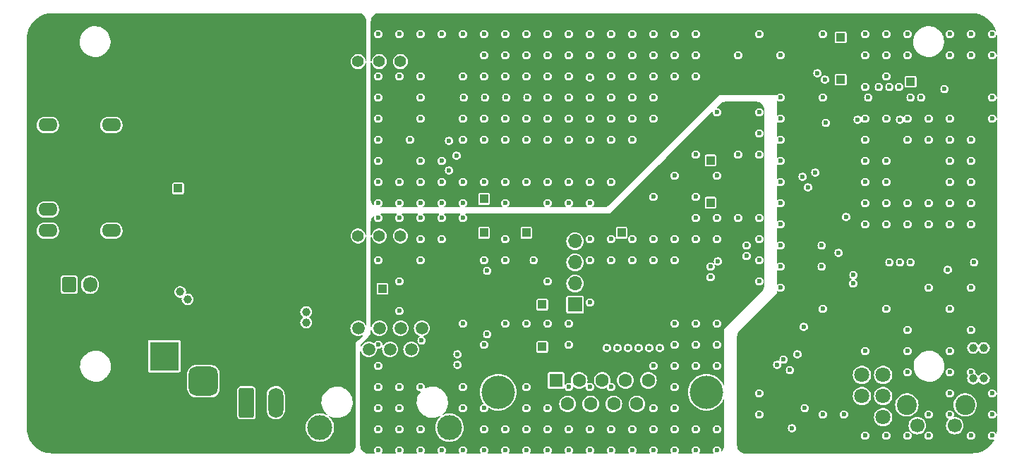
<source format=gbr>
%TF.GenerationSoftware,KiCad,Pcbnew,7.0.10*%
%TF.CreationDate,2024-04-30T16:31:27+09:00*%
%TF.ProjectId,ESP_Weight,4553505f-5765-4696-9768-742e6b696361,rev?*%
%TF.SameCoordinates,Original*%
%TF.FileFunction,Copper,L3,Inr*%
%TF.FilePolarity,Positive*%
%FSLAX46Y46*%
G04 Gerber Fmt 4.6, Leading zero omitted, Abs format (unit mm)*
G04 Created by KiCad (PCBNEW 7.0.10) date 2024-04-30 16:31:27*
%MOMM*%
%LPD*%
G01*
G04 APERTURE LIST*
G04 Aperture macros list*
%AMRoundRect*
0 Rectangle with rounded corners*
0 $1 Rounding radius*
0 $2 $3 $4 $5 $6 $7 $8 $9 X,Y pos of 4 corners*
0 Add a 4 corners polygon primitive as box body*
4,1,4,$2,$3,$4,$5,$6,$7,$8,$9,$2,$3,0*
0 Add four circle primitives for the rounded corners*
1,1,$1+$1,$2,$3*
1,1,$1+$1,$4,$5*
1,1,$1+$1,$6,$7*
1,1,$1+$1,$8,$9*
0 Add four rect primitives between the rounded corners*
20,1,$1+$1,$2,$3,$4,$5,0*
20,1,$1+$1,$4,$5,$6,$7,0*
20,1,$1+$1,$6,$7,$8,$9,0*
20,1,$1+$1,$8,$9,$2,$3,0*%
G04 Aperture macros list end*
%TA.AperFunction,ComponentPad*%
%ADD10C,1.800000*%
%TD*%
%TA.AperFunction,ComponentPad*%
%ADD11C,1.000000*%
%TD*%
%TA.AperFunction,ComponentPad*%
%ADD12R,1.000000X1.000000*%
%TD*%
%TA.AperFunction,ComponentPad*%
%ADD13C,1.400000*%
%TD*%
%TA.AperFunction,ComponentPad*%
%ADD14R,1.500000X1.500000*%
%TD*%
%TA.AperFunction,ComponentPad*%
%ADD15C,1.500000*%
%TD*%
%TA.AperFunction,ComponentPad*%
%ADD16C,3.000000*%
%TD*%
%TA.AperFunction,ComponentPad*%
%ADD17RoundRect,0.250000X-0.600000X-0.675000X0.600000X-0.675000X0.600000X0.675000X-0.600000X0.675000X0*%
%TD*%
%TA.AperFunction,ComponentPad*%
%ADD18O,1.700000X1.850000*%
%TD*%
%TA.AperFunction,ComponentPad*%
%ADD19O,2.300000X1.600000*%
%TD*%
%TA.AperFunction,ComponentPad*%
%ADD20C,0.630000*%
%TD*%
%TA.AperFunction,ComponentPad*%
%ADD21R,1.600000X1.600000*%
%TD*%
%TA.AperFunction,ComponentPad*%
%ADD22C,1.600000*%
%TD*%
%TA.AperFunction,ComponentPad*%
%ADD23C,4.000000*%
%TD*%
%TA.AperFunction,ComponentPad*%
%ADD24R,1.700000X1.700000*%
%TD*%
%TA.AperFunction,ComponentPad*%
%ADD25O,1.700000X1.700000*%
%TD*%
%TA.AperFunction,ComponentPad*%
%ADD26RoundRect,0.250000X-0.650000X-1.550000X0.650000X-1.550000X0.650000X1.550000X-0.650000X1.550000X0*%
%TD*%
%TA.AperFunction,ComponentPad*%
%ADD27O,1.800000X3.600000*%
%TD*%
%TA.AperFunction,ComponentPad*%
%ADD28R,3.500000X3.500000*%
%TD*%
%TA.AperFunction,ComponentPad*%
%ADD29RoundRect,0.750000X1.000000X-0.750000X1.000000X0.750000X-1.000000X0.750000X-1.000000X-0.750000X0*%
%TD*%
%TA.AperFunction,ComponentPad*%
%ADD30RoundRect,0.875000X0.875000X-0.875000X0.875000X0.875000X-0.875000X0.875000X-0.875000X-0.875000X0*%
%TD*%
%TA.AperFunction,ComponentPad*%
%ADD31C,2.400000*%
%TD*%
%TA.AperFunction,ComponentPad*%
%ADD32C,1.700000*%
%TD*%
%TA.AperFunction,ViaPad*%
%ADD33C,0.600000*%
%TD*%
%TA.AperFunction,ViaPad*%
%ADD34C,0.800000*%
%TD*%
%TA.AperFunction,ViaPad*%
%ADD35C,1.000000*%
%TD*%
G04 APERTURE END LIST*
D10*
%TO.N,Net-(D4-RK)*%
%TO.C,D4*%
X195326000Y-121105000D03*
%TO.N,Net-(D4-GK)*%
X195326000Y-123645000D03*
%TO.N,Net-(D4-BK)*%
X195326000Y-126185000D03*
%TO.N,+3.3V*%
X192786000Y-126185000D03*
%TO.N,/STATUS_1*%
X192786000Y-123645000D03*
%TO.N,/STATUS_2*%
X192786000Y-121105000D03*
%TD*%
D11*
%TO.N,/EN*%
%TO.C,JP2*%
X207421000Y-121539000D03*
%TO.N,GND*%
X206121000Y-121539000D03*
%TD*%
D12*
%TO.N,/SDA*%
%TO.C,TP8*%
X190246000Y-85598000D03*
%TD*%
%TO.N,GNDPWR*%
%TO.C,TP4*%
X115824000Y-98679000D03*
%TD*%
%TO.N,Net-(U10-SDA2)*%
%TO.C,TP10*%
X174625000Y-100394000D03*
%TD*%
%TO.N,/SCL*%
%TO.C,TP7*%
X190246000Y-80518000D03*
%TD*%
D11*
%TO.N,/IO0*%
%TO.C,JP1*%
X207421000Y-117856000D03*
%TO.N,GND*%
X206121000Y-117856000D03*
%TD*%
D13*
%TO.N,GNDPWR*%
%TO.C,U4*%
X129794000Y-83439000D03*
%TO.N,Net-(U4-+Vin)*%
X132334000Y-83439000D03*
%TO.N,GND*%
X134874000Y-83439000D03*
%TO.N,Net-(U4-+Vout)*%
X137414000Y-83439000D03*
%TD*%
D14*
%TO.N,GNDPWR*%
%TO.C,J4*%
X131087000Y-118035000D03*
D15*
%TO.N,Net-(C20-Pad1)*%
X132357000Y-115495000D03*
%TO.N,/Communication/5V_Comm_GND*%
X133627000Y-118035000D03*
%TO.N,/Communication/H_INT*%
X134897000Y-115495000D03*
%TO.N,/Communication/RFID_TX*%
X136167000Y-118035000D03*
%TO.N,/Communication/RFID_RX*%
X137437000Y-115495000D03*
%TO.N,/Communication/H_SDA*%
X138707000Y-118035000D03*
%TO.N,/Communication/H_SCL*%
X139977000Y-115495000D03*
D16*
%TO.N,N/C*%
X127762000Y-127435000D03*
X143302000Y-127435000D03*
%TD*%
D12*
%TO.N,/INT*%
%TO.C,TP18*%
X198628000Y-85852000D03*
%TD*%
%TO.N,GND*%
%TO.C,TP1*%
X147447000Y-99949000D03*
%TD*%
%TO.N,Net-(U10-SCL2)*%
%TO.C,TP9*%
X174625000Y-95314000D03*
%TD*%
%TO.N,/Communication/H_INT*%
%TO.C,TP17*%
X135255000Y-110744000D03*
%TD*%
%TO.N,+3.3V*%
%TO.C,TP2*%
X152527000Y-99949000D03*
%TD*%
D17*
%TO.N,Net-(J6-Pin_1)*%
%TO.C,J6*%
X97683000Y-110251000D03*
D18*
%TO.N,Net-(J6-Pin_2)*%
X100183000Y-110251000D03*
%TD*%
D13*
%TO.N,GNDPWR*%
%TO.C,U6*%
X129794000Y-104394000D03*
%TO.N,Net-(U6-+Vin)*%
X132334000Y-104394000D03*
%TO.N,/Communication/5V_Comm_GND*%
X134874000Y-104394000D03*
%TO.N,Net-(U6-+Vout)*%
X137414000Y-104394000D03*
%TD*%
D12*
%TO.N,/Communication/5V_Comm_GND*%
%TO.C,TP5*%
X163957000Y-104013000D03*
%TD*%
D19*
%TO.N,N/C*%
%TO.C,K1*%
X95123000Y-91059000D03*
%TO.N,Net-(J6-Pin_1)*%
X95123000Y-101219000D03*
%TO.N,Net-(D1-K)*%
X95123000Y-103759000D03*
%TO.N,unconnected-(K1-Pad7)*%
X102743000Y-103759000D03*
%TO.N,GNDPWR*%
X102743000Y-101219000D03*
%TO.N,+12V*%
X102743000Y-91059000D03*
%TD*%
D12*
%TO.N,/Communication/H_SDA*%
%TO.C,TP12*%
X154432000Y-117729000D03*
%TD*%
D20*
%TO.N,GNDPWR*%
%TO.C,U2*%
X123347000Y-114920000D03*
X122047000Y-114920000D03*
X120747000Y-114920000D03*
X123347000Y-116220000D03*
X122047000Y-116220000D03*
X120747000Y-116220000D03*
%TD*%
D21*
%TO.N,unconnected-(J7-Pad1)*%
%TO.C,J7*%
X156095000Y-121747000D03*
D22*
%TO.N,/Communication/COMM_RX*%
X158865000Y-121747000D03*
%TO.N,/Communication/COMM_TX*%
X161635000Y-121747000D03*
%TO.N,unconnected-(J7-Pad4)*%
X164405000Y-121747000D03*
%TO.N,/Communication/5V_Comm_GND*%
X167175000Y-121747000D03*
%TO.N,unconnected-(J7-Pad6)*%
X157480000Y-124587000D03*
%TO.N,unconnected-(J7-Pad7)*%
X160250000Y-124587000D03*
%TO.N,unconnected-(J7-Pad8)*%
X163020000Y-124587000D03*
%TO.N,unconnected-(J7-Pad9)*%
X165790000Y-124587000D03*
D23*
%TO.N,N/C*%
X149135000Y-123167000D03*
X174135000Y-123167000D03*
%TD*%
D12*
%TO.N,/Communication/H_SCL*%
%TO.C,TP11*%
X154432000Y-112649000D03*
%TD*%
%TO.N,+12V*%
%TO.C,TP3*%
X110744000Y-98679000D03*
%TD*%
%TO.N,/Communication/RFID_TX*%
%TO.C,TP13*%
X147447000Y-104013000D03*
%TD*%
%TO.N,/Communication/5V_Comm*%
%TO.C,TP6*%
X169037000Y-104013000D03*
%TD*%
D24*
%TO.N,/Communication/5V_Comm_GND*%
%TO.C,J2*%
X158369000Y-112649000D03*
D25*
%TO.N,/Communication/COMM_RX*%
X158369000Y-110109000D03*
%TO.N,/Communication/COMM_TX*%
X158369000Y-107569000D03*
%TO.N,unconnected-(J2-Pin_4-Pad4)*%
X158369000Y-105029000D03*
%TD*%
D26*
%TO.N,Net-(J3-Pin_1)*%
%TO.C,J3*%
X118955000Y-124448500D03*
D27*
%TO.N,Net-(J3-Pin_2)*%
X122455000Y-124448500D03*
%TD*%
D12*
%TO.N,/Communication/RFID_RX*%
%TO.C,TP14*%
X152527000Y-104013000D03*
%TD*%
D28*
%TO.N,Net-(J6-Pin_2)*%
%TO.C,J1*%
X109093000Y-118841000D03*
D29*
%TO.N,GNDPWR*%
X109093000Y-124841000D03*
D30*
%TO.N,N/C*%
X113793000Y-121841000D03*
%TD*%
D31*
%TO.N,*%
%TO.C,SW1*%
X205176001Y-124695000D03*
X198176001Y-124695000D03*
D32*
%TO.N,/EN*%
X203926001Y-127195000D03*
%TO.N,GND*%
X199426001Y-127195000D03*
%TD*%
D33*
%TO.N,GND*%
X203327000Y-82677000D03*
X193167000Y-86487000D03*
X152527000Y-92837000D03*
X183007000Y-92837000D03*
X150114000Y-87757000D03*
X147447000Y-82677000D03*
X142367000Y-97917000D03*
X198247000Y-92837000D03*
X139827000Y-80137000D03*
X162687000Y-97917000D03*
X195707000Y-82677000D03*
X200787000Y-125857000D03*
X205867000Y-100457000D03*
X205867000Y-95377000D03*
X144907000Y-92837000D03*
X203327000Y-100457000D03*
X180467000Y-125857000D03*
X152527000Y-82677000D03*
X165227000Y-90297000D03*
X149987000Y-80137000D03*
X203073000Y-108458000D03*
X203327000Y-97917000D03*
X144907000Y-97917000D03*
X208407000Y-80137000D03*
X180467000Y-80137000D03*
X172847000Y-85217000D03*
X198247000Y-118237000D03*
X205867000Y-102997000D03*
X183007000Y-95377000D03*
X155067000Y-85217000D03*
X134747000Y-87757000D03*
X208407000Y-82677000D03*
X190627000Y-125857000D03*
X160147000Y-87757000D03*
X205867000Y-97917000D03*
X160147000Y-100457000D03*
X134747000Y-80137000D03*
X200787000Y-102997000D03*
X165227000Y-80137000D03*
X157607000Y-87757000D03*
X160147000Y-90297000D03*
X167767000Y-85217000D03*
X177927000Y-82677000D03*
X208407000Y-90297000D03*
X162687000Y-85217000D03*
X162687000Y-82677000D03*
X149987000Y-85217000D03*
X149987000Y-82677000D03*
X205867000Y-128397000D03*
X193167000Y-100457000D03*
X195707000Y-113157000D03*
X183007000Y-90297000D03*
X147447000Y-90297000D03*
X160147000Y-82677000D03*
X162687000Y-87757000D03*
X193167000Y-80137000D03*
X167767000Y-87757000D03*
X134747000Y-92837000D03*
X193167000Y-92837000D03*
X147447000Y-85217000D03*
X155067000Y-92837000D03*
X198247000Y-120777000D03*
X165227000Y-82677000D03*
X162687000Y-92837000D03*
X198247000Y-102997000D03*
X203327000Y-92837000D03*
X205867000Y-110617000D03*
X134747000Y-95377000D03*
X188468000Y-90805000D03*
X193167000Y-102997000D03*
X188087000Y-125857000D03*
X160147000Y-85344000D03*
X195707000Y-97917000D03*
X205867000Y-120777000D03*
X183007000Y-102997000D03*
X142367000Y-100457000D03*
X142367000Y-95377000D03*
X205867000Y-82677000D03*
X157607000Y-97917000D03*
X170307000Y-85217000D03*
X193167000Y-128397000D03*
X165227000Y-85217000D03*
X147447000Y-97917000D03*
X134747000Y-100457000D03*
X139827000Y-100457000D03*
X195707000Y-90297000D03*
X183007000Y-110617000D03*
X134747000Y-85217000D03*
X142367000Y-80137000D03*
X188087000Y-87757000D03*
X183007000Y-105537000D03*
X155067000Y-87757000D03*
X205867000Y-80137000D03*
X203327000Y-120777000D03*
X203327000Y-125857000D03*
X138557000Y-92837000D03*
X144907000Y-100457000D03*
X167767000Y-80137000D03*
X157607000Y-82677000D03*
X172847000Y-82677000D03*
X183007000Y-108077000D03*
X208407000Y-125857000D03*
X137287000Y-100457000D03*
X147447000Y-92837000D03*
X167767000Y-82677000D03*
X195707000Y-85217000D03*
X155067000Y-82677000D03*
X170307000Y-80137000D03*
X183007000Y-97917000D03*
X183007000Y-87757000D03*
X144907000Y-90297000D03*
X208407000Y-128397000D03*
X137287000Y-85217000D03*
X183007000Y-100457000D03*
X183007000Y-82677000D03*
X155067000Y-90297000D03*
X205867000Y-92837000D03*
X149987000Y-90297000D03*
X203327000Y-102997000D03*
X157607000Y-92837000D03*
X195707000Y-80137000D03*
X195707000Y-128397000D03*
X198247000Y-82677000D03*
X134747000Y-90297000D03*
X203327000Y-113157000D03*
X137287000Y-80137000D03*
X134747000Y-97917000D03*
X188087000Y-113157000D03*
X137287000Y-97917000D03*
X152527000Y-90297000D03*
X191770000Y-109093000D03*
X144907000Y-80137000D03*
X162687000Y-80137000D03*
X198247000Y-100457000D03*
X149987000Y-92837000D03*
X172847000Y-80137000D03*
X139827000Y-85217000D03*
X205867000Y-115697000D03*
X147574000Y-87757000D03*
X157607000Y-80137000D03*
X139827000Y-97917000D03*
X155067000Y-80137000D03*
X144145000Y-94742000D03*
X152527000Y-80137000D03*
X139827000Y-95377000D03*
X149987000Y-100457000D03*
X160147000Y-97917000D03*
X157607000Y-100457000D03*
X187198000Y-96774000D03*
X167767000Y-90297000D03*
X180467000Y-123317000D03*
X198247000Y-90297000D03*
X203327000Y-123317000D03*
X152654000Y-87757000D03*
X200787000Y-110617000D03*
X193167000Y-118237000D03*
X170307000Y-82677000D03*
X165227000Y-92837000D03*
X157607000Y-85217000D03*
X195707000Y-102997000D03*
X193167000Y-97917000D03*
X208407000Y-87757000D03*
X197231000Y-86487000D03*
X203327000Y-90297000D03*
X165227000Y-87757000D03*
X203327000Y-80137000D03*
X152527000Y-85217000D03*
X157607000Y-90297000D03*
X145034000Y-87757000D03*
X203327000Y-95377000D03*
X203327000Y-118237000D03*
X160147000Y-80137000D03*
X193167000Y-82677000D03*
X200787000Y-100457000D03*
X193167000Y-95377000D03*
X144907000Y-85217000D03*
X147447000Y-80137000D03*
X139827000Y-87757000D03*
X188087000Y-80137000D03*
X162687000Y-90297000D03*
X155067000Y-100457000D03*
X195707000Y-95377000D03*
X198247000Y-80137000D03*
X160147000Y-92837000D03*
X200787000Y-92837000D03*
X208407000Y-123317000D03*
X193167000Y-90297000D03*
X152527000Y-97917000D03*
X149987000Y-97917000D03*
X155067000Y-97917000D03*
X200787000Y-90297000D03*
X200787000Y-128397000D03*
X198247000Y-115697000D03*
X195707000Y-100457000D03*
X139827000Y-90297000D03*
X198247000Y-128397000D03*
D34*
%TO.N,GNDPWR*%
X130683000Y-120777000D03*
X107823000Y-110617000D03*
X128143000Y-118237000D03*
X100203000Y-123317000D03*
X95123000Y-85217000D03*
X115443000Y-85217000D03*
X130683000Y-113538000D03*
X95123000Y-123317000D03*
X105283000Y-87757000D03*
X123063000Y-87757000D03*
X128143000Y-82931000D03*
X105283000Y-108077000D03*
X102743000Y-125857000D03*
X110363000Y-128397000D03*
X97663000Y-108077000D03*
X100203000Y-95377000D03*
X130683000Y-97917000D03*
X107823000Y-102997000D03*
X125603000Y-102997000D03*
X128143000Y-97917000D03*
X131064000Y-92837000D03*
X100203000Y-85217000D03*
X110363000Y-115697000D03*
X95123000Y-80137000D03*
X95123000Y-92837000D03*
X100203000Y-115697000D03*
X97663000Y-125857000D03*
X112903000Y-100457000D03*
X128143000Y-100457000D03*
X97663000Y-87757000D03*
X128143000Y-80137000D03*
X102743000Y-97917000D03*
X120523000Y-97917000D03*
X105283000Y-95377000D03*
X95123000Y-97917000D03*
X112903000Y-85217000D03*
X100203000Y-102997000D03*
X97663000Y-90297000D03*
X100203000Y-97917000D03*
X97663000Y-85217000D03*
X125603000Y-100457000D03*
X125603000Y-82931000D03*
X112903000Y-125857000D03*
X125603000Y-123317000D03*
X125603000Y-118237000D03*
X115443000Y-105537000D03*
X110363000Y-90297000D03*
X97663000Y-118237000D03*
X130683000Y-80137000D03*
X125603000Y-90297000D03*
X123063000Y-80137000D03*
X105283000Y-97917000D03*
X97663000Y-97917000D03*
D35*
X112268000Y-108458000D03*
D34*
X123571000Y-100457000D03*
X105283000Y-128397000D03*
X117983000Y-110617000D03*
X120523000Y-100457000D03*
X117983000Y-95377000D03*
X107823000Y-113157000D03*
X95123000Y-118237000D03*
X123063000Y-92837000D03*
D35*
X132207000Y-109347000D03*
D34*
X105283000Y-80137000D03*
X100203000Y-90297000D03*
X125603000Y-128397000D03*
X97663000Y-128397000D03*
X102743000Y-123317000D03*
X112903000Y-92837000D03*
X130683000Y-85217000D03*
X120523000Y-95377000D03*
X95123000Y-128397000D03*
X123063000Y-95377000D03*
X117983000Y-105537000D03*
X107823000Y-95377000D03*
X115443000Y-87757000D03*
X110363000Y-82677000D03*
X115443000Y-102997000D03*
X115443000Y-113792000D03*
X123063000Y-128397000D03*
X120523000Y-105537000D03*
X100203000Y-87757000D03*
X107823000Y-128397000D03*
X95123000Y-108077000D03*
D35*
X113538000Y-108458000D03*
D34*
X115443000Y-125857000D03*
X112903000Y-90297000D03*
X97663000Y-80137000D03*
X120523000Y-85217000D03*
X128143000Y-113538000D03*
X107823000Y-82677000D03*
X125603000Y-97917000D03*
X107823000Y-97917000D03*
X97663000Y-100457000D03*
X117983000Y-108077000D03*
X97663000Y-120777000D03*
X95123000Y-95377000D03*
X125603000Y-125857000D03*
X112903000Y-128397000D03*
X100203000Y-100457000D03*
X107823000Y-100457000D03*
X123571000Y-105537000D03*
X105283000Y-120777000D03*
X131064000Y-87757000D03*
X125603000Y-80137000D03*
X102743000Y-128397000D03*
X120523000Y-102997000D03*
X105283000Y-102997000D03*
X128143000Y-120777000D03*
X107823000Y-87757000D03*
X131064000Y-90297000D03*
X105283000Y-85217000D03*
X123063000Y-90297000D03*
X123571000Y-108077000D03*
X110363000Y-80137000D03*
X130683000Y-102997000D03*
X100203000Y-128397000D03*
X125603000Y-87757000D03*
X120523000Y-108077000D03*
X115443000Y-128397000D03*
X130683000Y-108077000D03*
X128143000Y-108077000D03*
X115443000Y-82677000D03*
X128143000Y-102997000D03*
D35*
X105918000Y-110363000D03*
D34*
X128143000Y-110617000D03*
X125603000Y-92837000D03*
X102743000Y-87757000D03*
X97663000Y-92837000D03*
X110363000Y-113157000D03*
X130683000Y-128397000D03*
X95123000Y-120777000D03*
X105283000Y-125857000D03*
X115443000Y-90297000D03*
X120523000Y-92837000D03*
X105283000Y-100457000D03*
X123571000Y-102997000D03*
X102743000Y-95377000D03*
X120523000Y-90297000D03*
X112903000Y-82677000D03*
X131064000Y-95377000D03*
X95123000Y-87757000D03*
X120523000Y-128397000D03*
X95123000Y-113157000D03*
D33*
X122682000Y-121158000D03*
D34*
X117983000Y-120777000D03*
X105283000Y-82677000D03*
X97663000Y-123317000D03*
D33*
X122682000Y-120142000D03*
D34*
X117983000Y-113792000D03*
X120523000Y-80137000D03*
X112903000Y-102997000D03*
X117983000Y-80137000D03*
X97663000Y-82677000D03*
X125603000Y-120777000D03*
X115443000Y-80137000D03*
X120523000Y-125857000D03*
X128143000Y-115697000D03*
X105283000Y-123317000D03*
X97663000Y-115697000D03*
X115443000Y-110617000D03*
X130683000Y-115697000D03*
X110363000Y-85217000D03*
X95123000Y-110617000D03*
X115443000Y-100457000D03*
X95123000Y-125857000D03*
X97663000Y-95377000D03*
X95123000Y-115697000D03*
X130683000Y-100457000D03*
X110363000Y-87757000D03*
X117983000Y-100457000D03*
X102743000Y-85217000D03*
X117983000Y-102997000D03*
X112903000Y-80137000D03*
X117983000Y-128397000D03*
X120523000Y-87757000D03*
D35*
X105791000Y-105537000D03*
X123952000Y-110744000D03*
D34*
X112903000Y-87757000D03*
X107823000Y-85217000D03*
X100203000Y-125857000D03*
X95123000Y-82677000D03*
X117983000Y-97917000D03*
X107823000Y-80137000D03*
X117983000Y-115697000D03*
X100203000Y-92837000D03*
D35*
X114808000Y-108458000D03*
D33*
%TO.N,/EN*%
X202692000Y-86741000D03*
D35*
%TO.N,+12V*%
X126111000Y-114808000D03*
X110998000Y-111125000D03*
X111887000Y-112014000D03*
X126111000Y-113538000D03*
D33*
%TO.N,Net-(J5-VDD)*%
X184404000Y-127508000D03*
X185928000Y-125095000D03*
%TO.N,/SDA*%
X188341000Y-85598000D03*
X186309000Y-98552000D03*
%TO.N,/SCL*%
X185674000Y-97282000D03*
X187452000Y-84836000D03*
%TO.N,/IO0*%
X189992000Y-106426000D03*
%TO.N,/M2*%
X143256000Y-96520000D03*
X194818000Y-86487000D03*
%TO.N,/M1*%
X143256000Y-92964000D03*
X196088000Y-86487000D03*
%TO.N,/USER_4*%
X198628000Y-87757000D03*
X187960000Y-105537000D03*
%TO.N,/USER_3*%
X193548000Y-87757000D03*
X187960000Y-108077000D03*
%TO.N,/Communication/5V_Comm_GND*%
X170307000Y-104775000D03*
X175387000Y-114935000D03*
X180467000Y-92075000D03*
X152527000Y-122555000D03*
X167767000Y-120015000D03*
X160147000Y-107315000D03*
X180467000Y-94615000D03*
X144907000Y-102235000D03*
X175514000Y-107442000D03*
X139954000Y-116967000D03*
X175387000Y-117475000D03*
X170307000Y-127635000D03*
X144907000Y-114935000D03*
X134747000Y-122555000D03*
X152527000Y-125095000D03*
X172847000Y-127635000D03*
X155067000Y-127635000D03*
X144907000Y-130175000D03*
X172847000Y-130175000D03*
X139827000Y-104775000D03*
X160147000Y-112395000D03*
X157607000Y-122555000D03*
X139827000Y-127635000D03*
X153416000Y-107315000D03*
X149987000Y-107315000D03*
X170307000Y-114935000D03*
X172847000Y-120015000D03*
X142367000Y-102235000D03*
X172847000Y-102235000D03*
X180467000Y-102235000D03*
X172847000Y-99695000D03*
X160147000Y-122555000D03*
X134747000Y-130175000D03*
X152527000Y-130175000D03*
X155067000Y-114935000D03*
X139827000Y-102235000D03*
X157607000Y-114935000D03*
X157607000Y-117475000D03*
X175387000Y-97155000D03*
X152527000Y-127635000D03*
X155067000Y-109855000D03*
X147447000Y-117475000D03*
X149987000Y-127635000D03*
X180467000Y-89535000D03*
X134747000Y-125095000D03*
X149987000Y-114935000D03*
X155067000Y-125095000D03*
X170307000Y-125095000D03*
X167767000Y-107315000D03*
X162687000Y-122555000D03*
X165227000Y-130175000D03*
X139827000Y-122555000D03*
X170307000Y-97155000D03*
X170307000Y-117475000D03*
X177927000Y-94615000D03*
X172847000Y-117475000D03*
X157607000Y-130175000D03*
X175387000Y-102235000D03*
X134747000Y-102235000D03*
X137287000Y-113411000D03*
X170307000Y-120015000D03*
X167767000Y-130175000D03*
X147447000Y-125095000D03*
X157607000Y-127635000D03*
X160147000Y-130175000D03*
X137287000Y-130175000D03*
X134747000Y-120015000D03*
X172847000Y-114935000D03*
X160147000Y-127635000D03*
X167767000Y-125095000D03*
X175387000Y-130175000D03*
X177927000Y-102235000D03*
X137287000Y-125095000D03*
X134747000Y-127635000D03*
X165227000Y-104775000D03*
X165227000Y-107315000D03*
X170307000Y-122555000D03*
X175387000Y-120015000D03*
X142367000Y-130175000D03*
X175387000Y-104775000D03*
X147447000Y-130175000D03*
X167767000Y-99695000D03*
X172847000Y-104775000D03*
X139827000Y-130175000D03*
X134747000Y-117475000D03*
X134747000Y-107315000D03*
X144907000Y-122555000D03*
X162687000Y-107315000D03*
X137287000Y-127635000D03*
X162687000Y-127635000D03*
X175387000Y-89535000D03*
X180467000Y-104775000D03*
X165227000Y-127635000D03*
X147447000Y-107315000D03*
X160147000Y-104775000D03*
X152527000Y-114935000D03*
X167767000Y-127635000D03*
X144907000Y-125095000D03*
X137287000Y-109855000D03*
X162687000Y-104775000D03*
X155067000Y-130175000D03*
X149987000Y-130175000D03*
X180467000Y-107315000D03*
X147447000Y-127635000D03*
X170307000Y-130175000D03*
X175387000Y-127635000D03*
X137287000Y-102235000D03*
X180467000Y-109855000D03*
X162687000Y-130175000D03*
X172847000Y-94615000D03*
X149987000Y-104775000D03*
X142367000Y-104775000D03*
X137287000Y-122555000D03*
X139827000Y-107315000D03*
X167767000Y-104775000D03*
X170307000Y-107315000D03*
%TO.N,/Communication/5V_Comm*%
X151003000Y-120650000D03*
X135128000Y-106553000D03*
X141986000Y-109220000D03*
X173101000Y-98806000D03*
X176022000Y-100203000D03*
X139700000Y-113411000D03*
X174879000Y-113030000D03*
X178943000Y-104267000D03*
X171958000Y-118491000D03*
%TO.N,Net-(U10-SDA2)*%
X147828000Y-116205000D03*
%TO.N,Net-(U10-SCL2)*%
X147828000Y-108585000D03*
%TO.N,/Communication/RFID_TX*%
X144272000Y-119888000D03*
X168529000Y-117856000D03*
%TO.N,/Communication/RFID_RX*%
X144272000Y-118618000D03*
X167259000Y-117856000D03*
%TO.N,Net-(U11-VID)*%
X178943000Y-105537000D03*
X162179000Y-117856000D03*
%TO.N,Net-(U11-VIC)*%
X165989000Y-117856000D03*
X178943000Y-106807000D03*
%TO.N,Net-(U11-VOB)*%
X174625000Y-108077000D03*
X163449000Y-117856000D03*
%TO.N,Net-(U11-VOA)*%
X174625000Y-109347000D03*
X164719000Y-117856000D03*
%TO.N,/STATUS_1*%
X190881000Y-102108000D03*
%TO.N,/STATUS_2*%
X192278000Y-90424000D03*
%TO.N,+3.3V*%
X187198000Y-100076000D03*
X199390000Y-109728000D03*
X204851000Y-113919000D03*
D35*
X145415000Y-82931000D03*
D33*
X200660000Y-85217000D03*
X185928000Y-114046000D03*
X206629000Y-109728000D03*
X189992000Y-110998000D03*
X184785000Y-104267000D03*
X208534000Y-86741000D03*
X187833000Y-89281000D03*
%TO.N,/SD_CS*%
X185039000Y-118618000D03*
X196088000Y-107569000D03*
%TO.N,/SD_MOSI*%
X206248000Y-107569000D03*
X184150000Y-120523000D03*
%TO.N,/SD_CLK*%
X197358000Y-107569000D03*
X183388000Y-119253000D03*
%TO.N,/SD_MISO*%
X182626000Y-119888000D03*
X198628000Y-107569000D03*
%TO.N,/SD_DET*%
X199898000Y-87757000D03*
X185801000Y-115316000D03*
%TO.N,/SD_PWR*%
X191739500Y-110109000D03*
X197358000Y-90424000D03*
%TD*%
%TA.AperFunction,Conductor*%
%TO.N,GNDPWR*%
G36*
X132565963Y-77622547D02*
G01*
X132648113Y-77647466D01*
X132726795Y-77671334D01*
X132738109Y-77676020D01*
X132876517Y-77750001D01*
X132900139Y-77762627D01*
X132910327Y-77769434D01*
X133052348Y-77885988D01*
X133061011Y-77894651D01*
X133177565Y-78036672D01*
X133184372Y-78046860D01*
X133270977Y-78208886D01*
X133275666Y-78220205D01*
X133328998Y-78396020D01*
X133331388Y-78408037D01*
X133349699Y-78593943D01*
X133350000Y-78600069D01*
X133350000Y-83298145D01*
X133331694Y-83342339D01*
X133287500Y-83360645D01*
X133243306Y-83342339D01*
X133225342Y-83304679D01*
X133219674Y-83250744D01*
X133161179Y-83070716D01*
X133066533Y-82906784D01*
X132939871Y-82766112D01*
X132930110Y-82759020D01*
X132786734Y-82654851D01*
X132786725Y-82654846D01*
X132613814Y-82577860D01*
X132613797Y-82577854D01*
X132428646Y-82538500D01*
X132239354Y-82538500D01*
X132054202Y-82577854D01*
X132054185Y-82577860D01*
X131881274Y-82654846D01*
X131881265Y-82654851D01*
X131728129Y-82766111D01*
X131728128Y-82766112D01*
X131601466Y-82906785D01*
X131506818Y-83070721D01*
X131448326Y-83250741D01*
X131428540Y-83439000D01*
X131448326Y-83627258D01*
X131506818Y-83807278D01*
X131506820Y-83807282D01*
X131506821Y-83807284D01*
X131601467Y-83971216D01*
X131714118Y-84096327D01*
X131728128Y-84111887D01*
X131728129Y-84111888D01*
X131881265Y-84223148D01*
X131881274Y-84223153D01*
X132054185Y-84300139D01*
X132054188Y-84300140D01*
X132054197Y-84300144D01*
X132239354Y-84339500D01*
X132428646Y-84339500D01*
X132613803Y-84300144D01*
X132786730Y-84223151D01*
X132939871Y-84111888D01*
X133066533Y-83971216D01*
X133161179Y-83807284D01*
X133219674Y-83627256D01*
X133225342Y-83573319D01*
X133248167Y-83531282D01*
X133294033Y-83517696D01*
X133336072Y-83540521D01*
X133350000Y-83579854D01*
X133350000Y-104253145D01*
X133331694Y-104297339D01*
X133287500Y-104315645D01*
X133243306Y-104297339D01*
X133225342Y-104259679D01*
X133219674Y-104205744D01*
X133211280Y-104179910D01*
X133161181Y-104025721D01*
X133161180Y-104025719D01*
X133161179Y-104025716D01*
X133066533Y-103861784D01*
X132939871Y-103721112D01*
X132921905Y-103708059D01*
X132786734Y-103609851D01*
X132786725Y-103609846D01*
X132613814Y-103532860D01*
X132613797Y-103532854D01*
X132428646Y-103493500D01*
X132239354Y-103493500D01*
X132054202Y-103532854D01*
X132054185Y-103532860D01*
X131881274Y-103609846D01*
X131881265Y-103609851D01*
X131728129Y-103721111D01*
X131728128Y-103721112D01*
X131601466Y-103861785D01*
X131506818Y-104025721D01*
X131448326Y-104205741D01*
X131428540Y-104394000D01*
X131448326Y-104582258D01*
X131506818Y-104762278D01*
X131506820Y-104762282D01*
X131506821Y-104762284D01*
X131601467Y-104926216D01*
X131694018Y-105029004D01*
X131728128Y-105066887D01*
X131728129Y-105066888D01*
X131881265Y-105178148D01*
X131881274Y-105178153D01*
X132054185Y-105255139D01*
X132054188Y-105255140D01*
X132054197Y-105255144D01*
X132239354Y-105294500D01*
X132428646Y-105294500D01*
X132613803Y-105255144D01*
X132786730Y-105178151D01*
X132939871Y-105066888D01*
X133066533Y-104926216D01*
X133161179Y-104762284D01*
X133219674Y-104582256D01*
X133225342Y-104528319D01*
X133248167Y-104486282D01*
X133294033Y-104472696D01*
X133336072Y-104495521D01*
X133350000Y-104534854D01*
X133350000Y-115086909D01*
X133331694Y-115131103D01*
X133287500Y-115149409D01*
X133243306Y-115131103D01*
X133232380Y-115116371D01*
X133151139Y-114964380D01*
X133151135Y-114964374D01*
X133127028Y-114935000D01*
X133032357Y-114819643D01*
X132887625Y-114700864D01*
X132887619Y-114700860D01*
X132722506Y-114612606D01*
X132722503Y-114612605D01*
X132722501Y-114612604D01*
X132623723Y-114582640D01*
X132543329Y-114558252D01*
X132357000Y-114539901D01*
X132170670Y-114558252D01*
X132028267Y-114601450D01*
X131991499Y-114612604D01*
X131991498Y-114612604D01*
X131991493Y-114612606D01*
X131826380Y-114700860D01*
X131826374Y-114700864D01*
X131681643Y-114819643D01*
X131562864Y-114964374D01*
X131562860Y-114964380D01*
X131474606Y-115129493D01*
X131474604Y-115129498D01*
X131474604Y-115129499D01*
X131472653Y-115135930D01*
X131420252Y-115308670D01*
X131401901Y-115494999D01*
X131401901Y-115495000D01*
X131420252Y-115681329D01*
X131420253Y-115681331D01*
X131450632Y-115781478D01*
X131474606Y-115860506D01*
X131562860Y-116025619D01*
X131562864Y-116025625D01*
X131681643Y-116170357D01*
X131826375Y-116289136D01*
X131826377Y-116289137D01*
X131826380Y-116289139D01*
X131979065Y-116370750D01*
X131991499Y-116377396D01*
X132170669Y-116431747D01*
X132357000Y-116450099D01*
X132543331Y-116431747D01*
X132722501Y-116377396D01*
X132782936Y-116345092D01*
X132830541Y-116340404D01*
X132867518Y-116370750D01*
X132872207Y-116418356D01*
X132856592Y-116444407D01*
X132372894Y-116928105D01*
X132372888Y-116928112D01*
X132080000Y-117221000D01*
X132080000Y-117635214D01*
X132080000Y-117635218D01*
X132080000Y-129552930D01*
X132079699Y-129559056D01*
X132061388Y-129744962D01*
X132058998Y-129756979D01*
X132005666Y-129932794D01*
X132000977Y-129944113D01*
X131914372Y-130106139D01*
X131907565Y-130116327D01*
X131791011Y-130258348D01*
X131782348Y-130267011D01*
X131640327Y-130383565D01*
X131630139Y-130390372D01*
X131468113Y-130476977D01*
X131456794Y-130481666D01*
X131304680Y-130527809D01*
X131286537Y-130530500D01*
X95632630Y-130530500D01*
X95629359Y-130530414D01*
X95318057Y-130514099D01*
X95311551Y-130513415D01*
X95005277Y-130464905D01*
X94998878Y-130463545D01*
X94699353Y-130383287D01*
X94693131Y-130381266D01*
X94403629Y-130270136D01*
X94397652Y-130267475D01*
X94121353Y-130126691D01*
X94115688Y-130123420D01*
X93855621Y-129954529D01*
X93850328Y-129950683D01*
X93609342Y-129755534D01*
X93604481Y-129751157D01*
X93385214Y-129531887D01*
X93380836Y-129527025D01*
X93185685Y-129286030D01*
X93181844Y-129280743D01*
X93012955Y-129020671D01*
X93009686Y-129015009D01*
X92966373Y-128930000D01*
X92868901Y-128738696D01*
X92866251Y-128732743D01*
X92755123Y-128443235D01*
X92753101Y-128437014D01*
X92672842Y-128137467D01*
X92671487Y-128131090D01*
X92622978Y-127824792D01*
X92622296Y-127818291D01*
X92605942Y-127506145D01*
X92605856Y-127502875D01*
X92605856Y-127435003D01*
X126056732Y-127435003D01*
X126075778Y-127689156D01*
X126075778Y-127689158D01*
X126132489Y-127937630D01*
X126182794Y-128065803D01*
X126225607Y-128174888D01*
X126353041Y-128395612D01*
X126353043Y-128395615D01*
X126353047Y-128395621D01*
X126511943Y-128594869D01*
X126511946Y-128594872D01*
X126511950Y-128594877D01*
X126698783Y-128768232D01*
X126698788Y-128768235D01*
X126698791Y-128768238D01*
X126790197Y-128830557D01*
X126909366Y-128911805D01*
X127138996Y-129022389D01*
X127260769Y-129059951D01*
X127382534Y-129097511D01*
X127382537Y-129097511D01*
X127382542Y-129097513D01*
X127634565Y-129135500D01*
X127634571Y-129135500D01*
X127889429Y-129135500D01*
X127889435Y-129135500D01*
X128141458Y-129097513D01*
X128141463Y-129097511D01*
X128141466Y-129097511D01*
X128233033Y-129069265D01*
X128385004Y-129022389D01*
X128614634Y-128911805D01*
X128825217Y-128768232D01*
X129012050Y-128594877D01*
X129170959Y-128395612D01*
X129298393Y-128174888D01*
X129391508Y-127937637D01*
X129393252Y-127929999D01*
X129423806Y-127796130D01*
X129448222Y-127689157D01*
X129467268Y-127435000D01*
X129448222Y-127180843D01*
X129405371Y-126993101D01*
X129391510Y-126932369D01*
X129391508Y-126932363D01*
X129298393Y-126695112D01*
X129170959Y-126474388D01*
X129170954Y-126474382D01*
X129170952Y-126474378D01*
X129012056Y-126275130D01*
X129012053Y-126275127D01*
X129012050Y-126275123D01*
X128878417Y-126151130D01*
X128858473Y-126107653D01*
X128875113Y-126062805D01*
X128918592Y-126042860D01*
X128947455Y-126048724D01*
X129145221Y-126141433D01*
X129408119Y-126220527D01*
X129679731Y-126260500D01*
X129679732Y-126260500D01*
X129885544Y-126260500D01*
X129885547Y-126260500D01*
X129885550Y-126260499D01*
X129885568Y-126260499D01*
X130090796Y-126245478D01*
X130090798Y-126245477D01*
X130090805Y-126245477D01*
X130358775Y-126185784D01*
X130615198Y-126087711D01*
X130854609Y-125953347D01*
X131071904Y-125785557D01*
X131262454Y-125587916D01*
X131422196Y-125364637D01*
X131547727Y-125120479D01*
X131636370Y-124860646D01*
X131686236Y-124590674D01*
X131696262Y-124316320D01*
X131666236Y-124043429D01*
X131596796Y-123777818D01*
X131489423Y-123525148D01*
X131346405Y-123290804D01*
X131302697Y-123238284D01*
X131218928Y-123137625D01*
X131170791Y-123079782D01*
X131170785Y-123079777D01*
X131170778Y-123079769D01*
X130966321Y-122896575D01*
X130798602Y-122785614D01*
X130737359Y-122745096D01*
X130488779Y-122628567D01*
X130488776Y-122628566D01*
X130488777Y-122628566D01*
X130225890Y-122549475D01*
X130225876Y-122549472D01*
X129954275Y-122509500D01*
X129954269Y-122509500D01*
X129748453Y-122509500D01*
X129748431Y-122509500D01*
X129543203Y-122524521D01*
X129275225Y-122584216D01*
X129275223Y-122584216D01*
X129018800Y-122682289D01*
X128779390Y-122816653D01*
X128562093Y-122984445D01*
X128371542Y-123182088D01*
X128371541Y-123182089D01*
X128211807Y-123405358D01*
X128211804Y-123405362D01*
X128086269Y-123649528D01*
X127997634Y-123909340D01*
X127997628Y-123909360D01*
X127947765Y-124179317D01*
X127947763Y-124179338D01*
X127937737Y-124453676D01*
X127965734Y-124708120D01*
X127967764Y-124726571D01*
X128037204Y-124992182D01*
X128144577Y-125244852D01*
X128218575Y-125366102D01*
X128287596Y-125479198D01*
X128388091Y-125599954D01*
X128463209Y-125690218D01*
X128463213Y-125690222D01*
X128463221Y-125690230D01*
X128512630Y-125734500D01*
X128605696Y-125817887D01*
X128626395Y-125861012D01*
X128610537Y-125906142D01*
X128567412Y-125926841D01*
X128536872Y-125920746D01*
X128385005Y-125847611D01*
X128384995Y-125847608D01*
X128141465Y-125772488D01*
X128141466Y-125772488D01*
X127995976Y-125750558D01*
X127889435Y-125734500D01*
X127634565Y-125734500D01*
X127382533Y-125772488D01*
X127139004Y-125847608D01*
X127139000Y-125847609D01*
X126909365Y-125958195D01*
X126698791Y-126101761D01*
X126698784Y-126101766D01*
X126698783Y-126101768D01*
X126645581Y-126151132D01*
X126511948Y-126275125D01*
X126511943Y-126275130D01*
X126353047Y-126474378D01*
X126225608Y-126695109D01*
X126132489Y-126932369D01*
X126075778Y-127180841D01*
X126075778Y-127180843D01*
X126056732Y-127434996D01*
X126056732Y-127435003D01*
X92605856Y-127435003D01*
X92605856Y-126052766D01*
X117854500Y-126052766D01*
X117855441Y-126062805D01*
X117857353Y-126083196D01*
X117857354Y-126083201D01*
X117902207Y-126211382D01*
X117902207Y-126211383D01*
X117940211Y-126262876D01*
X117982850Y-126320650D01*
X118092118Y-126401293D01*
X118220301Y-126446146D01*
X118250734Y-126449000D01*
X118250738Y-126449000D01*
X119659262Y-126449000D01*
X119659266Y-126449000D01*
X119689699Y-126446146D01*
X119817882Y-126401293D01*
X119927150Y-126320650D01*
X120007793Y-126211382D01*
X120052646Y-126083199D01*
X120055500Y-126052766D01*
X120055500Y-125400925D01*
X121354500Y-125400925D01*
X121369472Y-125557719D01*
X121428683Y-125759375D01*
X121481081Y-125861012D01*
X121524989Y-125946182D01*
X121524991Y-125946185D01*
X121524994Y-125946189D01*
X121654908Y-126111386D01*
X121654909Y-126111387D01*
X121813740Y-126249016D01*
X121813741Y-126249016D01*
X121813744Y-126249019D01*
X121995756Y-126354104D01*
X122194367Y-126422844D01*
X122402398Y-126452754D01*
X122612330Y-126442754D01*
X122816576Y-126393204D01*
X123007753Y-126305896D01*
X123178952Y-126183986D01*
X123323986Y-126031878D01*
X123332001Y-126019406D01*
X123437610Y-125855077D01*
X123437610Y-125855076D01*
X123437613Y-125855072D01*
X123515725Y-125659957D01*
X123555500Y-125453585D01*
X123555500Y-123496075D01*
X123540528Y-123339282D01*
X123494372Y-123182088D01*
X123481316Y-123137624D01*
X123430656Y-123039358D01*
X123385011Y-122950818D01*
X123374044Y-122936873D01*
X123282934Y-122821018D01*
X123255092Y-122785614D01*
X123248887Y-122780237D01*
X123096259Y-122647983D01*
X123080639Y-122638965D01*
X122914244Y-122542896D01*
X122715633Y-122474156D01*
X122715631Y-122474155D01*
X122715629Y-122474155D01*
X122507598Y-122444245D01*
X122297675Y-122454245D01*
X122297669Y-122454245D01*
X122093424Y-122503796D01*
X121902245Y-122591105D01*
X121731050Y-122713011D01*
X121586009Y-122865127D01*
X121472389Y-123041922D01*
X121394276Y-123237037D01*
X121394275Y-123237040D01*
X121354500Y-123443416D01*
X121354500Y-125400925D01*
X120055500Y-125400925D01*
X120055500Y-122844234D01*
X120052646Y-122813801D01*
X120007793Y-122685618D01*
X120005336Y-122682289D01*
X119968402Y-122632245D01*
X119927150Y-122576350D01*
X119817882Y-122495707D01*
X119801744Y-122490060D01*
X119689701Y-122450854D01*
X119689696Y-122450853D01*
X119669699Y-122448978D01*
X119659266Y-122448000D01*
X118250734Y-122448000D01*
X118241124Y-122448901D01*
X118220303Y-122450853D01*
X118220298Y-122450854D01*
X118092117Y-122495707D01*
X118092116Y-122495707D01*
X117982850Y-122576350D01*
X117902207Y-122685616D01*
X117902207Y-122685617D01*
X117857354Y-122813798D01*
X117857353Y-122813803D01*
X117856200Y-122826102D01*
X117854500Y-122844234D01*
X117854500Y-126052766D01*
X92605856Y-126052766D01*
X92605856Y-122798112D01*
X111842500Y-122798112D01*
X111842501Y-122798147D01*
X111845247Y-122844257D01*
X111888908Y-123044964D01*
X111969762Y-123233776D01*
X112084886Y-123403873D01*
X112230126Y-123549113D01*
X112400223Y-123664237D01*
X112589035Y-123745091D01*
X112789742Y-123788752D01*
X112825127Y-123790859D01*
X112835882Y-123791500D01*
X112835887Y-123791500D01*
X114750113Y-123791500D01*
X114750118Y-123791500D01*
X114763874Y-123790680D01*
X114796257Y-123788752D01*
X114796261Y-123788751D01*
X114796263Y-123788751D01*
X114996965Y-123745091D01*
X115185777Y-123664237D01*
X115355875Y-123549112D01*
X115501112Y-123403875D01*
X115616237Y-123233777D01*
X115697091Y-123044965D01*
X115740751Y-122844263D01*
X115740751Y-122844261D01*
X115740752Y-122844257D01*
X115743498Y-122798147D01*
X115743500Y-122798112D01*
X115743500Y-120883887D01*
X115743498Y-120883852D01*
X115740752Y-120837742D01*
X115730692Y-120791499D01*
X115697091Y-120637035D01*
X115616237Y-120448223D01*
X115576166Y-120389018D01*
X115501113Y-120278126D01*
X115355873Y-120132886D01*
X115185776Y-120017762D01*
X114996964Y-119936908D01*
X114796257Y-119893247D01*
X114750147Y-119890501D01*
X114750122Y-119890500D01*
X114750118Y-119890500D01*
X112835882Y-119890500D01*
X112835877Y-119890500D01*
X112835852Y-119890501D01*
X112789742Y-119893247D01*
X112589035Y-119936908D01*
X112400223Y-120017762D01*
X112230126Y-120132886D01*
X112084886Y-120278126D01*
X111969762Y-120448223D01*
X111888908Y-120637035D01*
X111845247Y-120837742D01*
X111842501Y-120883852D01*
X111842500Y-120883887D01*
X111842500Y-122798112D01*
X92605856Y-122798112D01*
X92605856Y-120119761D01*
X98983787Y-120119761D01*
X99013413Y-120389011D01*
X99013414Y-120389018D01*
X99081928Y-120651088D01*
X99187870Y-120900390D01*
X99254131Y-121008962D01*
X99328983Y-121131612D01*
X99502253Y-121339818D01*
X99502267Y-121339832D01*
X99703988Y-121520574D01*
X99703993Y-121520578D01*
X99703998Y-121520582D01*
X99704003Y-121520585D01*
X99929906Y-121670042D01*
X99929908Y-121670043D01*
X99929910Y-121670044D01*
X100175176Y-121785020D01*
X100434569Y-121863060D01*
X100702561Y-121902500D01*
X100702562Y-121902500D01*
X100905628Y-121902500D01*
X100905631Y-121902500D01*
X100905634Y-121902499D01*
X100905652Y-121902499D01*
X101108147Y-121887678D01*
X101108149Y-121887677D01*
X101108156Y-121887677D01*
X101372553Y-121828780D01*
X101625558Y-121732014D01*
X101861777Y-121599441D01*
X102076177Y-121433888D01*
X102264186Y-121238881D01*
X102375865Y-121082783D01*
X102421795Y-121018585D01*
X102421795Y-121018583D01*
X102421799Y-121018579D01*
X102545656Y-120777675D01*
X102560027Y-120735552D01*
X102602604Y-120610748D01*
X107142500Y-120610748D01*
X107154132Y-120669230D01*
X107154133Y-120669232D01*
X107198447Y-120735552D01*
X107264767Y-120779866D01*
X107264769Y-120779867D01*
X107323252Y-120791500D01*
X110862748Y-120791500D01*
X110921231Y-120779867D01*
X110987552Y-120735552D01*
X111031867Y-120669231D01*
X111043500Y-120610748D01*
X111043500Y-117071252D01*
X111031867Y-117012769D01*
X111001285Y-116967000D01*
X110987552Y-116946447D01*
X110921232Y-116902133D01*
X110921230Y-116902132D01*
X110862748Y-116890500D01*
X107323252Y-116890500D01*
X107264769Y-116902132D01*
X107264767Y-116902133D01*
X107198447Y-116946447D01*
X107154133Y-117012767D01*
X107154132Y-117012769D01*
X107142500Y-117071251D01*
X107142500Y-120610748D01*
X102602604Y-120610748D01*
X102633118Y-120521305D01*
X102682319Y-120254933D01*
X102692212Y-119984235D01*
X102662586Y-119714982D01*
X102594072Y-119452912D01*
X102488130Y-119203610D01*
X102347018Y-118972390D01*
X102277705Y-118889102D01*
X102173746Y-118764181D01*
X102173732Y-118764167D01*
X101972011Y-118583425D01*
X101972004Y-118583420D01*
X101972002Y-118583418D01*
X101943169Y-118564342D01*
X101746093Y-118433957D01*
X101746091Y-118433956D01*
X101506163Y-118321483D01*
X101500824Y-118318980D01*
X101500821Y-118318979D01*
X101500819Y-118318978D01*
X101241440Y-118240942D01*
X101241426Y-118240939D01*
X100973445Y-118201500D01*
X100973439Y-118201500D01*
X100770369Y-118201500D01*
X100770347Y-118201500D01*
X100567852Y-118216321D01*
X100303447Y-118275220D01*
X100303445Y-118275220D01*
X100050440Y-118371986D01*
X99814223Y-118504558D01*
X99599824Y-118670111D01*
X99599815Y-118670118D01*
X99411817Y-118865115D01*
X99411809Y-118865124D01*
X99254204Y-119085414D01*
X99130340Y-119326332D01*
X99042886Y-119582681D01*
X99042880Y-119582701D01*
X98993682Y-119849058D01*
X98993680Y-119849079D01*
X98983787Y-120119761D01*
X92605856Y-120119761D01*
X92605856Y-114808003D01*
X125405355Y-114808003D01*
X125425858Y-114976864D01*
X125425859Y-114976870D01*
X125486182Y-115135931D01*
X125582811Y-115275922D01*
X125582816Y-115275928D01*
X125582817Y-115275929D01*
X125710148Y-115388734D01*
X125860775Y-115467790D01*
X126025944Y-115508500D01*
X126025946Y-115508500D01*
X126196054Y-115508500D01*
X126196056Y-115508500D01*
X126361225Y-115467790D01*
X126511852Y-115388734D01*
X126639183Y-115275929D01*
X126640277Y-115274345D01*
X126735817Y-115135931D01*
X126735816Y-115135931D01*
X126735818Y-115135930D01*
X126796140Y-114976872D01*
X126801224Y-114935000D01*
X126816645Y-114808003D01*
X126816645Y-114807996D01*
X126796141Y-114639135D01*
X126796140Y-114639129D01*
X126786081Y-114612606D01*
X126735818Y-114480070D01*
X126735817Y-114480068D01*
X126639188Y-114340077D01*
X126639181Y-114340069D01*
X126511850Y-114227264D01*
X126508739Y-114225117D01*
X126509861Y-114223490D01*
X126483278Y-114191604D01*
X126487599Y-114143965D01*
X126509532Y-114122031D01*
X126508739Y-114120883D01*
X126511850Y-114118735D01*
X126511849Y-114118735D01*
X126511852Y-114118734D01*
X126639183Y-114005929D01*
X126735818Y-113865930D01*
X126796140Y-113706872D01*
X126816645Y-113538000D01*
X126811302Y-113494000D01*
X126796141Y-113369135D01*
X126796140Y-113369129D01*
X126735817Y-113210068D01*
X126639188Y-113070077D01*
X126639181Y-113070069D01*
X126511851Y-112957265D01*
X126361226Y-112878210D01*
X126196059Y-112837500D01*
X126196056Y-112837500D01*
X126025944Y-112837500D01*
X126025940Y-112837500D01*
X125860773Y-112878210D01*
X125710148Y-112957265D01*
X125582818Y-113070069D01*
X125582811Y-113070077D01*
X125486182Y-113210068D01*
X125425859Y-113369129D01*
X125425858Y-113369135D01*
X125405355Y-113537996D01*
X125405355Y-113538003D01*
X125425858Y-113706864D01*
X125425859Y-113706870D01*
X125486182Y-113865931D01*
X125582811Y-114005922D01*
X125582818Y-114005930D01*
X125710149Y-114118735D01*
X125713261Y-114120883D01*
X125712141Y-114122505D01*
X125738727Y-114154414D01*
X125734391Y-114202053D01*
X125712471Y-114223972D01*
X125713261Y-114225117D01*
X125710149Y-114227264D01*
X125582818Y-114340069D01*
X125582811Y-114340077D01*
X125486182Y-114480068D01*
X125425859Y-114639129D01*
X125425858Y-114639135D01*
X125405355Y-114807996D01*
X125405355Y-114808003D01*
X92605856Y-114808003D01*
X92605856Y-110980262D01*
X96632500Y-110980262D01*
X96635353Y-111010696D01*
X96635354Y-111010701D01*
X96680207Y-111138882D01*
X96680207Y-111138883D01*
X96705046Y-111172538D01*
X96760850Y-111248150D01*
X96870118Y-111328793D01*
X96998301Y-111373646D01*
X97028734Y-111376500D01*
X97028738Y-111376500D01*
X98337262Y-111376500D01*
X98337266Y-111376500D01*
X98367699Y-111373646D01*
X98495882Y-111328793D01*
X98605150Y-111248150D01*
X98685793Y-111138882D01*
X98730646Y-111010699D01*
X98733500Y-110980266D01*
X98733500Y-110377608D01*
X99132500Y-110377608D01*
X99139313Y-110446789D01*
X99147699Y-110531930D01*
X99147700Y-110531935D01*
X99207766Y-110729949D01*
X99207768Y-110729954D01*
X99305311Y-110912444D01*
X99305319Y-110912455D01*
X99380676Y-111004279D01*
X99436590Y-111072410D01*
X99596550Y-111203685D01*
X99596553Y-111203686D01*
X99596555Y-111203688D01*
X99662619Y-111239000D01*
X99779046Y-111301232D01*
X99977066Y-111361300D01*
X100183000Y-111381583D01*
X100388934Y-111361300D01*
X100586954Y-111301232D01*
X100769450Y-111203685D01*
X100865325Y-111125003D01*
X110292355Y-111125003D01*
X110312858Y-111293864D01*
X110312859Y-111293870D01*
X110373182Y-111452931D01*
X110469811Y-111592922D01*
X110469816Y-111592928D01*
X110469817Y-111592929D01*
X110597148Y-111705734D01*
X110747775Y-111784790D01*
X110912944Y-111825500D01*
X110912946Y-111825500D01*
X111083056Y-111825500D01*
X111120065Y-111816378D01*
X111167356Y-111823575D01*
X111195707Y-111862104D01*
X111197067Y-111884595D01*
X111181355Y-112013996D01*
X111181355Y-112014003D01*
X111201858Y-112182864D01*
X111201859Y-112182870D01*
X111262182Y-112341931D01*
X111358811Y-112481922D01*
X111358816Y-112481928D01*
X111358817Y-112481929D01*
X111486148Y-112594734D01*
X111636775Y-112673790D01*
X111801944Y-112714500D01*
X111801946Y-112714500D01*
X111972054Y-112714500D01*
X111972056Y-112714500D01*
X112137225Y-112673790D01*
X112287852Y-112594734D01*
X112415183Y-112481929D01*
X112511818Y-112341930D01*
X112572140Y-112182872D01*
X112592645Y-112014000D01*
X112572140Y-111845128D01*
X112511818Y-111686070D01*
X112447528Y-111592930D01*
X112415188Y-111546077D01*
X112415181Y-111546069D01*
X112287851Y-111433265D01*
X112137226Y-111354210D01*
X111972059Y-111313500D01*
X111972056Y-111313500D01*
X111801944Y-111313500D01*
X111801938Y-111313500D01*
X111764932Y-111322621D01*
X111717641Y-111315422D01*
X111689292Y-111276893D01*
X111687932Y-111254403D01*
X111688692Y-111248150D01*
X111701959Y-111138883D01*
X111703645Y-111125002D01*
X111703645Y-111124996D01*
X111683141Y-110956135D01*
X111683140Y-110956129D01*
X111629615Y-110814994D01*
X111622818Y-110797070D01*
X111622817Y-110797068D01*
X111526188Y-110657077D01*
X111526181Y-110657069D01*
X111398851Y-110544265D01*
X111248226Y-110465210D01*
X111083059Y-110424500D01*
X111083056Y-110424500D01*
X110912944Y-110424500D01*
X110912940Y-110424500D01*
X110747773Y-110465210D01*
X110597148Y-110544265D01*
X110469818Y-110657069D01*
X110469811Y-110657077D01*
X110373182Y-110797068D01*
X110312859Y-110956129D01*
X110312858Y-110956135D01*
X110292355Y-111124996D01*
X110292355Y-111125003D01*
X100865325Y-111125003D01*
X100929410Y-111072410D01*
X101060685Y-110912450D01*
X101158232Y-110729954D01*
X101218300Y-110531934D01*
X101233500Y-110377608D01*
X101233500Y-110124392D01*
X101218300Y-109970066D01*
X101158232Y-109772046D01*
X101082178Y-109629760D01*
X101060688Y-109589555D01*
X101060686Y-109589553D01*
X101060685Y-109589550D01*
X100980052Y-109491298D01*
X100929411Y-109429591D01*
X100929408Y-109429588D01*
X100769455Y-109298319D01*
X100769453Y-109298318D01*
X100769450Y-109298315D01*
X100769448Y-109298313D01*
X100769444Y-109298311D01*
X100586954Y-109200768D01*
X100586949Y-109200766D01*
X100388935Y-109140700D01*
X100388930Y-109140699D01*
X100183000Y-109120417D01*
X99977069Y-109140699D01*
X99977064Y-109140700D01*
X99779050Y-109200766D01*
X99779045Y-109200768D01*
X99596555Y-109298311D01*
X99596544Y-109298319D01*
X99436591Y-109429588D01*
X99436588Y-109429591D01*
X99305319Y-109589544D01*
X99305311Y-109589555D01*
X99207768Y-109772045D01*
X99207766Y-109772050D01*
X99147700Y-109970064D01*
X99147699Y-109970069D01*
X99143163Y-110016130D01*
X99132500Y-110124392D01*
X99132500Y-110377608D01*
X98733500Y-110377608D01*
X98733500Y-109521734D01*
X98730646Y-109491301D01*
X98685793Y-109363118D01*
X98673897Y-109347000D01*
X98637966Y-109298315D01*
X98605150Y-109253850D01*
X98495882Y-109173207D01*
X98367701Y-109128354D01*
X98367696Y-109128353D01*
X98347699Y-109126478D01*
X98337266Y-109125500D01*
X97028734Y-109125500D01*
X97019124Y-109126401D01*
X96998303Y-109128353D01*
X96998298Y-109128354D01*
X96870117Y-109173207D01*
X96870116Y-109173207D01*
X96760850Y-109253850D01*
X96680207Y-109363116D01*
X96680207Y-109363117D01*
X96635354Y-109491298D01*
X96635353Y-109491303D01*
X96632500Y-109521737D01*
X96632500Y-110980262D01*
X92605856Y-110980262D01*
X92605856Y-103809938D01*
X93768631Y-103809938D01*
X93799443Y-104011065D01*
X93799444Y-104011070D01*
X93870114Y-104201888D01*
X93977744Y-104374566D01*
X93977745Y-104374568D01*
X94117939Y-104522052D01*
X94168549Y-104557277D01*
X94284951Y-104638295D01*
X94471942Y-104718540D01*
X94671259Y-104759500D01*
X94671262Y-104759500D01*
X95523749Y-104759500D01*
X95629929Y-104748701D01*
X95675438Y-104744074D01*
X95869588Y-104683159D01*
X96047502Y-104584409D01*
X96201895Y-104451866D01*
X96326448Y-104290958D01*
X96416060Y-104108271D01*
X96467063Y-103911285D01*
X96472203Y-103809938D01*
X101388631Y-103809938D01*
X101419443Y-104011065D01*
X101419444Y-104011070D01*
X101490114Y-104201888D01*
X101597744Y-104374566D01*
X101597745Y-104374568D01*
X101737939Y-104522052D01*
X101788549Y-104557277D01*
X101904951Y-104638295D01*
X102091942Y-104718540D01*
X102291259Y-104759500D01*
X102291262Y-104759500D01*
X103143749Y-104759500D01*
X103249929Y-104748701D01*
X103295438Y-104744074D01*
X103489588Y-104683159D01*
X103667502Y-104584409D01*
X103821895Y-104451866D01*
X103946448Y-104290958D01*
X104036060Y-104108271D01*
X104087063Y-103911285D01*
X104097369Y-103708064D01*
X104066556Y-103506929D01*
X103995886Y-103316113D01*
X103940365Y-103227037D01*
X103888255Y-103143433D01*
X103888254Y-103143431D01*
X103748060Y-102995947D01*
X103581049Y-102879705D01*
X103394057Y-102799459D01*
X103194743Y-102758500D01*
X103194741Y-102758500D01*
X102342258Y-102758500D01*
X102342251Y-102758500D01*
X102190564Y-102773925D01*
X102190563Y-102773925D01*
X101996411Y-102834841D01*
X101915582Y-102879705D01*
X101818498Y-102933591D01*
X101818496Y-102933592D01*
X101818491Y-102933596D01*
X101664109Y-103066129D01*
X101664105Y-103066134D01*
X101539555Y-103227037D01*
X101539553Y-103227040D01*
X101449941Y-103409726D01*
X101398937Y-103606715D01*
X101388631Y-103809938D01*
X96472203Y-103809938D01*
X96477369Y-103708064D01*
X96446556Y-103506929D01*
X96375886Y-103316113D01*
X96320365Y-103227037D01*
X96268255Y-103143433D01*
X96268254Y-103143431D01*
X96128060Y-102995947D01*
X95961049Y-102879705D01*
X95774057Y-102799459D01*
X95574743Y-102758500D01*
X95574741Y-102758500D01*
X94722258Y-102758500D01*
X94722251Y-102758500D01*
X94570564Y-102773925D01*
X94570563Y-102773925D01*
X94376411Y-102834841D01*
X94295582Y-102879705D01*
X94198498Y-102933591D01*
X94198496Y-102933592D01*
X94198491Y-102933596D01*
X94044109Y-103066129D01*
X94044105Y-103066134D01*
X93919555Y-103227037D01*
X93919553Y-103227040D01*
X93829941Y-103409726D01*
X93778937Y-103606715D01*
X93768631Y-103809938D01*
X92605856Y-103809938D01*
X92605856Y-101269938D01*
X93768631Y-101269938D01*
X93799443Y-101471065D01*
X93799444Y-101471070D01*
X93870114Y-101661888D01*
X93977744Y-101834566D01*
X93977745Y-101834568D01*
X94117939Y-101982052D01*
X94155316Y-102008067D01*
X94284951Y-102098295D01*
X94471942Y-102178540D01*
X94671259Y-102219500D01*
X94671262Y-102219500D01*
X95523749Y-102219500D01*
X95629929Y-102208701D01*
X95675438Y-102204074D01*
X95869588Y-102143159D01*
X96047502Y-102044409D01*
X96201895Y-101911866D01*
X96326448Y-101750958D01*
X96416060Y-101568271D01*
X96467063Y-101371285D01*
X96477369Y-101168064D01*
X96446556Y-100966929D01*
X96375886Y-100776113D01*
X96320365Y-100687037D01*
X96268255Y-100603433D01*
X96268254Y-100603431D01*
X96128060Y-100455947D01*
X95961049Y-100339705D01*
X95774057Y-100259459D01*
X95574743Y-100218500D01*
X95574741Y-100218500D01*
X94722258Y-100218500D01*
X94722251Y-100218500D01*
X94570564Y-100233925D01*
X94570563Y-100233925D01*
X94376411Y-100294841D01*
X94295582Y-100339705D01*
X94198498Y-100393591D01*
X94198496Y-100393592D01*
X94198491Y-100393596D01*
X94044109Y-100526129D01*
X94044105Y-100526134D01*
X93919555Y-100687037D01*
X93919553Y-100687040D01*
X93875861Y-100776113D01*
X93829940Y-100869729D01*
X93804773Y-100966929D01*
X93778937Y-101066715D01*
X93768631Y-101269938D01*
X92605856Y-101269938D01*
X92605856Y-99198748D01*
X110043500Y-99198748D01*
X110055132Y-99257230D01*
X110055133Y-99257232D01*
X110099447Y-99323552D01*
X110165767Y-99367866D01*
X110165769Y-99367867D01*
X110224252Y-99379500D01*
X111263748Y-99379500D01*
X111322231Y-99367867D01*
X111388552Y-99323552D01*
X111432867Y-99257231D01*
X111444500Y-99198748D01*
X111444500Y-98159252D01*
X111432867Y-98100769D01*
X111432866Y-98100767D01*
X111388552Y-98034447D01*
X111322232Y-97990133D01*
X111322230Y-97990132D01*
X111263748Y-97978500D01*
X110224252Y-97978500D01*
X110165769Y-97990132D01*
X110165767Y-97990133D01*
X110099447Y-98034447D01*
X110055133Y-98100767D01*
X110055132Y-98100769D01*
X110043500Y-98159251D01*
X110043500Y-99198748D01*
X92605856Y-99198748D01*
X92605856Y-91109938D01*
X93768631Y-91109938D01*
X93799443Y-91311065D01*
X93799444Y-91311070D01*
X93870114Y-91501888D01*
X93977744Y-91674566D01*
X93977745Y-91674568D01*
X94117939Y-91822052D01*
X94157749Y-91849760D01*
X94284951Y-91938295D01*
X94471942Y-92018540D01*
X94671259Y-92059500D01*
X94671262Y-92059500D01*
X95523749Y-92059500D01*
X95629929Y-92048701D01*
X95675438Y-92044074D01*
X95869588Y-91983159D01*
X96047502Y-91884409D01*
X96201895Y-91751866D01*
X96326448Y-91590958D01*
X96416060Y-91408271D01*
X96467063Y-91211285D01*
X96472203Y-91109938D01*
X101388631Y-91109938D01*
X101419443Y-91311065D01*
X101419444Y-91311070D01*
X101490114Y-91501888D01*
X101597744Y-91674566D01*
X101597745Y-91674568D01*
X101737939Y-91822052D01*
X101777749Y-91849760D01*
X101904951Y-91938295D01*
X102091942Y-92018540D01*
X102291259Y-92059500D01*
X102291262Y-92059500D01*
X103143749Y-92059500D01*
X103249929Y-92048701D01*
X103295438Y-92044074D01*
X103489588Y-91983159D01*
X103667502Y-91884409D01*
X103821895Y-91751866D01*
X103946448Y-91590958D01*
X104036060Y-91408271D01*
X104087063Y-91211285D01*
X104097369Y-91008064D01*
X104066556Y-90806929D01*
X103995886Y-90616113D01*
X103940365Y-90527037D01*
X103888255Y-90443433D01*
X103888254Y-90443431D01*
X103748060Y-90295947D01*
X103581049Y-90179705D01*
X103394057Y-90099459D01*
X103194743Y-90058500D01*
X103194741Y-90058500D01*
X102342258Y-90058500D01*
X102342251Y-90058500D01*
X102190564Y-90073925D01*
X102190563Y-90073925D01*
X101996411Y-90134841D01*
X101915582Y-90179705D01*
X101818498Y-90233591D01*
X101818496Y-90233592D01*
X101818491Y-90233596D01*
X101664109Y-90366129D01*
X101664105Y-90366134D01*
X101539555Y-90527037D01*
X101539553Y-90527040D01*
X101449941Y-90709726D01*
X101398937Y-90906715D01*
X101388631Y-91109938D01*
X96472203Y-91109938D01*
X96477369Y-91008064D01*
X96446556Y-90806929D01*
X96375886Y-90616113D01*
X96320365Y-90527037D01*
X96268255Y-90443433D01*
X96268254Y-90443431D01*
X96128060Y-90295947D01*
X95961049Y-90179705D01*
X95774057Y-90099459D01*
X95574743Y-90058500D01*
X95574741Y-90058500D01*
X94722258Y-90058500D01*
X94722251Y-90058500D01*
X94570564Y-90073925D01*
X94570563Y-90073925D01*
X94376411Y-90134841D01*
X94295582Y-90179705D01*
X94198498Y-90233591D01*
X94198496Y-90233592D01*
X94198491Y-90233596D01*
X94044109Y-90366129D01*
X94044105Y-90366134D01*
X93919555Y-90527037D01*
X93919553Y-90527040D01*
X93829941Y-90709726D01*
X93778937Y-90906715D01*
X93768631Y-91109938D01*
X92605856Y-91109938D01*
X92605856Y-81093761D01*
X98932787Y-81093761D01*
X98947661Y-81228941D01*
X98962414Y-81363018D01*
X99030928Y-81625088D01*
X99136870Y-81874390D01*
X99209000Y-81992579D01*
X99277983Y-82105612D01*
X99451253Y-82313818D01*
X99451267Y-82313832D01*
X99652988Y-82494574D01*
X99652993Y-82494578D01*
X99652998Y-82494582D01*
X99653003Y-82494585D01*
X99878906Y-82644042D01*
X99878908Y-82644043D01*
X99878910Y-82644044D01*
X100124176Y-82759020D01*
X100383569Y-82837060D01*
X100651561Y-82876500D01*
X100651562Y-82876500D01*
X100854628Y-82876500D01*
X100854631Y-82876500D01*
X100854634Y-82876499D01*
X100854652Y-82876499D01*
X101057147Y-82861678D01*
X101057149Y-82861677D01*
X101057156Y-82861677D01*
X101321553Y-82802780D01*
X101574558Y-82706014D01*
X101810777Y-82573441D01*
X102025177Y-82407888D01*
X102213186Y-82212881D01*
X102370799Y-81992579D01*
X102494656Y-81751675D01*
X102582118Y-81495305D01*
X102631319Y-81228933D01*
X102641212Y-80958235D01*
X102611586Y-80688982D01*
X102543072Y-80426912D01*
X102437130Y-80177610D01*
X102296018Y-79946390D01*
X102206743Y-79839115D01*
X102122746Y-79738181D01*
X102122732Y-79738167D01*
X101921011Y-79557425D01*
X101921004Y-79557420D01*
X101921002Y-79557418D01*
X101801807Y-79478559D01*
X101695093Y-79407957D01*
X101695091Y-79407956D01*
X101553610Y-79341633D01*
X101449824Y-79292980D01*
X101449821Y-79292979D01*
X101449819Y-79292978D01*
X101190440Y-79214942D01*
X101190426Y-79214939D01*
X100922445Y-79175500D01*
X100922439Y-79175500D01*
X100719369Y-79175500D01*
X100719347Y-79175500D01*
X100516852Y-79190321D01*
X100252447Y-79249220D01*
X100252445Y-79249220D01*
X99999440Y-79345986D01*
X99763223Y-79478558D01*
X99548824Y-79644111D01*
X99548815Y-79644118D01*
X99360817Y-79839115D01*
X99360809Y-79839124D01*
X99203204Y-80059414D01*
X99079340Y-80300332D01*
X98991886Y-80556681D01*
X98991880Y-80556701D01*
X98942682Y-80823058D01*
X98942680Y-80823079D01*
X98932787Y-81093761D01*
X92605856Y-81093761D01*
X92605856Y-80646630D01*
X92605942Y-80643359D01*
X92606122Y-80639928D01*
X92622256Y-80332060D01*
X92622939Y-80325558D01*
X92671454Y-80019247D01*
X92672808Y-80012881D01*
X92753071Y-79713332D01*
X92755082Y-79707141D01*
X92866222Y-79417613D01*
X92868881Y-79411642D01*
X92870759Y-79407956D01*
X93009669Y-79135330D01*
X93012919Y-79129699D01*
X93181824Y-78869609D01*
X93185665Y-78864323D01*
X93313498Y-78706463D01*
X93380832Y-78623312D01*
X93385191Y-78618472D01*
X93604472Y-78399191D01*
X93609312Y-78394832D01*
X93850328Y-78199660D01*
X93855609Y-78195824D01*
X94115699Y-78026919D01*
X94121330Y-78023669D01*
X94397647Y-77882878D01*
X94403613Y-77880222D01*
X94693141Y-77769082D01*
X94699332Y-77767071D01*
X94998881Y-77686808D01*
X95005247Y-77685454D01*
X95311563Y-77636938D01*
X95318060Y-77636256D01*
X95629359Y-77619941D01*
X95632630Y-77619856D01*
X132547821Y-77619856D01*
X132565963Y-77622547D01*
G37*
%TD.AperFunction*%
%TD*%
%TA.AperFunction,Conductor*%
%TO.N,+3.3V*%
G36*
X205995640Y-77619941D02*
G01*
X206306937Y-77636256D01*
X206313438Y-77636938D01*
X206619748Y-77685453D01*
X206626122Y-77686809D01*
X206925661Y-77767070D01*
X206931863Y-77769084D01*
X207182644Y-77865350D01*
X207221381Y-77880220D01*
X207227357Y-77882881D01*
X207503660Y-78023664D01*
X207509308Y-78026924D01*
X207562685Y-78061588D01*
X207769383Y-78195820D01*
X207774676Y-78199665D01*
X208015676Y-78394823D01*
X208020537Y-78399201D01*
X208239798Y-78618462D01*
X208244176Y-78623323D01*
X208439334Y-78864323D01*
X208443179Y-78869616D01*
X208612069Y-79129682D01*
X208615340Y-79135348D01*
X208756118Y-79411642D01*
X208758779Y-79417618D01*
X208869911Y-79707126D01*
X208871932Y-79713348D01*
X208877611Y-79734542D01*
X208871368Y-79781968D01*
X208833417Y-79811088D01*
X208785991Y-79804845D01*
X208770007Y-79791647D01*
X208738128Y-79754857D01*
X208617053Y-79677047D01*
X208617051Y-79677046D01*
X208617049Y-79677045D01*
X208478963Y-79636500D01*
X208478961Y-79636500D01*
X208335039Y-79636500D01*
X208335037Y-79636500D01*
X208196950Y-79677045D01*
X208075871Y-79754857D01*
X207981623Y-79863625D01*
X207981623Y-79863627D01*
X207921834Y-79994544D01*
X207901353Y-80137000D01*
X207921834Y-80279455D01*
X207981623Y-80410372D01*
X207981623Y-80410374D01*
X208045235Y-80483786D01*
X208075872Y-80519143D01*
X208196947Y-80596953D01*
X208196949Y-80596953D01*
X208196950Y-80596954D01*
X208335036Y-80637499D01*
X208335038Y-80637500D01*
X208335039Y-80637500D01*
X208478962Y-80637500D01*
X208478962Y-80637499D01*
X208617053Y-80596953D01*
X208738128Y-80519143D01*
X208832377Y-80410373D01*
X208882197Y-80301282D01*
X208917206Y-80268688D01*
X208965011Y-80270395D01*
X208997607Y-80305405D01*
X209000779Y-80317470D01*
X209002060Y-80325558D01*
X209002743Y-80332064D01*
X209019058Y-80643359D01*
X209019144Y-80646630D01*
X209019144Y-82543835D01*
X209000838Y-82588029D01*
X208956644Y-82606335D01*
X208912450Y-82588029D01*
X208894780Y-82552730D01*
X208892165Y-82534544D01*
X208892165Y-82534543D01*
X208832377Y-82403627D01*
X208832376Y-82403625D01*
X208738128Y-82294857D01*
X208617053Y-82217047D01*
X208617051Y-82217046D01*
X208617049Y-82217045D01*
X208478963Y-82176500D01*
X208478961Y-82176500D01*
X208335039Y-82176500D01*
X208335037Y-82176500D01*
X208196950Y-82217045D01*
X208075871Y-82294857D01*
X207981623Y-82403625D01*
X207981623Y-82403627D01*
X207921834Y-82534544D01*
X207901353Y-82677000D01*
X207921834Y-82819455D01*
X207921835Y-82819457D01*
X207961716Y-82906784D01*
X207981623Y-82950372D01*
X207981623Y-82950374D01*
X208075871Y-83059142D01*
X208075872Y-83059143D01*
X208196947Y-83136953D01*
X208196949Y-83136953D01*
X208196950Y-83136954D01*
X208335036Y-83177499D01*
X208335038Y-83177500D01*
X208335039Y-83177500D01*
X208478962Y-83177500D01*
X208478962Y-83177499D01*
X208617053Y-83136953D01*
X208738128Y-83059143D01*
X208832377Y-82950373D01*
X208892165Y-82819457D01*
X208894780Y-82801270D01*
X208919189Y-82760130D01*
X208965538Y-82748300D01*
X209006678Y-82772709D01*
X209019144Y-82810164D01*
X209019144Y-87623835D01*
X209000838Y-87668029D01*
X208956644Y-87686335D01*
X208912450Y-87668029D01*
X208894780Y-87632730D01*
X208892165Y-87614544D01*
X208841224Y-87503000D01*
X208832377Y-87483627D01*
X208832376Y-87483625D01*
X208738128Y-87374857D01*
X208617053Y-87297047D01*
X208617051Y-87297046D01*
X208617049Y-87297045D01*
X208478963Y-87256500D01*
X208478961Y-87256500D01*
X208335039Y-87256500D01*
X208335037Y-87256500D01*
X208196950Y-87297045D01*
X208075871Y-87374857D01*
X207981623Y-87483625D01*
X207981623Y-87483627D01*
X207921834Y-87614544D01*
X207901353Y-87757000D01*
X207921834Y-87899455D01*
X207981623Y-88030372D01*
X207981623Y-88030374D01*
X208074995Y-88138131D01*
X208075872Y-88139143D01*
X208196947Y-88216953D01*
X208196949Y-88216953D01*
X208196950Y-88216954D01*
X208335036Y-88257499D01*
X208335038Y-88257500D01*
X208335039Y-88257500D01*
X208478962Y-88257500D01*
X208478962Y-88257499D01*
X208617053Y-88216953D01*
X208738128Y-88139143D01*
X208832377Y-88030373D01*
X208892165Y-87899457D01*
X208894780Y-87881270D01*
X208919189Y-87840130D01*
X208965538Y-87828300D01*
X209006678Y-87852709D01*
X209019144Y-87890164D01*
X209019144Y-90163835D01*
X209000838Y-90208029D01*
X208956644Y-90226335D01*
X208912450Y-90208029D01*
X208894780Y-90172730D01*
X208892165Y-90154544D01*
X208892165Y-90154543D01*
X208832377Y-90023627D01*
X208832376Y-90023625D01*
X208738128Y-89914857D01*
X208662472Y-89866236D01*
X208617053Y-89837047D01*
X208617051Y-89837046D01*
X208617049Y-89837045D01*
X208478963Y-89796500D01*
X208478961Y-89796500D01*
X208335039Y-89796500D01*
X208335037Y-89796500D01*
X208196950Y-89837045D01*
X208075871Y-89914857D01*
X207981623Y-90023625D01*
X207981623Y-90023627D01*
X207921834Y-90154544D01*
X207901353Y-90297000D01*
X207921834Y-90439455D01*
X207981623Y-90570372D01*
X207981623Y-90570374D01*
X208058244Y-90658799D01*
X208075872Y-90679143D01*
X208196947Y-90756953D01*
X208196949Y-90756953D01*
X208196950Y-90756954D01*
X208335036Y-90797499D01*
X208335038Y-90797500D01*
X208335039Y-90797500D01*
X208478962Y-90797500D01*
X208478962Y-90797499D01*
X208617053Y-90756953D01*
X208738128Y-90679143D01*
X208832377Y-90570373D01*
X208892165Y-90439457D01*
X208894780Y-90421270D01*
X208919189Y-90380130D01*
X208965538Y-90368300D01*
X209006678Y-90392709D01*
X209019144Y-90430164D01*
X209019144Y-123183835D01*
X209000838Y-123228029D01*
X208956644Y-123246335D01*
X208912450Y-123228029D01*
X208894780Y-123192730D01*
X208892165Y-123174544D01*
X208888720Y-123167000D01*
X208832377Y-123043627D01*
X208832376Y-123043625D01*
X208738128Y-122934857D01*
X208684558Y-122900430D01*
X208617053Y-122857047D01*
X208617051Y-122857046D01*
X208617049Y-122857045D01*
X208478963Y-122816500D01*
X208478961Y-122816500D01*
X208335039Y-122816500D01*
X208335037Y-122816500D01*
X208196950Y-122857045D01*
X208075871Y-122934857D01*
X207981623Y-123043625D01*
X207981623Y-123043627D01*
X207921834Y-123174544D01*
X207901353Y-123317000D01*
X207921834Y-123459455D01*
X207921835Y-123459457D01*
X207977643Y-123581659D01*
X207981623Y-123590372D01*
X207981623Y-123590374D01*
X208075871Y-123699142D01*
X208075872Y-123699143D01*
X208196947Y-123776953D01*
X208196949Y-123776953D01*
X208196950Y-123776954D01*
X208335036Y-123817499D01*
X208335038Y-123817500D01*
X208335039Y-123817500D01*
X208478962Y-123817500D01*
X208478962Y-123817499D01*
X208617053Y-123776953D01*
X208738128Y-123699143D01*
X208832377Y-123590373D01*
X208892165Y-123459457D01*
X208894687Y-123441917D01*
X208894780Y-123441270D01*
X208919189Y-123400130D01*
X208965538Y-123388300D01*
X209006678Y-123412709D01*
X209019144Y-123450164D01*
X209019144Y-125723835D01*
X209000838Y-125768029D01*
X208956644Y-125786335D01*
X208912450Y-125768029D01*
X208894780Y-125732730D01*
X208892165Y-125714544D01*
X208892165Y-125714543D01*
X208832377Y-125583627D01*
X208832376Y-125583625D01*
X208738128Y-125474857D01*
X208684558Y-125440430D01*
X208617053Y-125397047D01*
X208617051Y-125397046D01*
X208617049Y-125397045D01*
X208478963Y-125356500D01*
X208478961Y-125356500D01*
X208335039Y-125356500D01*
X208335037Y-125356500D01*
X208196950Y-125397045D01*
X208075871Y-125474857D01*
X207981623Y-125583625D01*
X207981623Y-125583627D01*
X207921834Y-125714544D01*
X207901353Y-125857000D01*
X207921834Y-125999455D01*
X207921835Y-125999457D01*
X207968559Y-126101768D01*
X207981623Y-126130372D01*
X207981623Y-126130374D01*
X208059741Y-126220527D01*
X208075872Y-126239143D01*
X208196947Y-126316953D01*
X208196949Y-126316953D01*
X208196950Y-126316954D01*
X208335036Y-126357499D01*
X208335038Y-126357500D01*
X208335039Y-126357500D01*
X208478962Y-126357500D01*
X208478962Y-126357499D01*
X208617053Y-126316953D01*
X208738128Y-126239143D01*
X208832377Y-126130373D01*
X208892165Y-125999457D01*
X208894684Y-125981935D01*
X208894780Y-125981270D01*
X208919189Y-125940130D01*
X208965538Y-125928300D01*
X209006678Y-125952709D01*
X209019144Y-125990164D01*
X209019144Y-127503727D01*
X209019058Y-127506997D01*
X209002747Y-127818291D01*
X209002064Y-127824797D01*
X208955668Y-128117750D01*
X208930674Y-128158537D01*
X208884161Y-128169705D01*
X208843374Y-128144711D01*
X208837086Y-128133939D01*
X208832377Y-128123627D01*
X208832376Y-128123625D01*
X208738128Y-128014857D01*
X208665145Y-127967954D01*
X208617053Y-127937047D01*
X208617051Y-127937046D01*
X208617049Y-127937045D01*
X208478963Y-127896500D01*
X208478961Y-127896500D01*
X208335039Y-127896500D01*
X208335037Y-127896500D01*
X208196950Y-127937045D01*
X208075871Y-128014857D01*
X207981623Y-128123625D01*
X207981623Y-128123627D01*
X207921834Y-128254544D01*
X207901353Y-128397000D01*
X207921834Y-128539455D01*
X207921835Y-128539457D01*
X207953712Y-128609258D01*
X207981623Y-128670372D01*
X207981623Y-128670374D01*
X208075871Y-128779142D01*
X208075872Y-128779143D01*
X208196947Y-128856953D01*
X208196949Y-128856953D01*
X208196950Y-128856954D01*
X208335036Y-128897499D01*
X208335038Y-128897500D01*
X208335039Y-128897500D01*
X208478961Y-128897500D01*
X208570628Y-128870584D01*
X208618187Y-128875697D01*
X208648203Y-128912943D01*
X208643923Y-128958925D01*
X208615351Y-129015003D01*
X208612080Y-129020670D01*
X208443186Y-129280742D01*
X208439340Y-129286035D01*
X208244195Y-129527016D01*
X208239818Y-129531878D01*
X208020537Y-129751155D01*
X208015675Y-129755532D01*
X207774684Y-129950677D01*
X207769391Y-129954522D01*
X207509323Y-130123407D01*
X207503657Y-130126678D01*
X207227361Y-130267451D01*
X207221385Y-130270112D01*
X206931885Y-130381234D01*
X206925663Y-130383256D01*
X206626126Y-130463508D01*
X206619726Y-130464868D01*
X206313443Y-130513370D01*
X206306937Y-130514053D01*
X205994570Y-130530414D01*
X205991301Y-130530500D01*
X178594440Y-130530500D01*
X178576311Y-130527813D01*
X178498201Y-130504137D01*
X178423403Y-130481466D01*
X178412081Y-130476779D01*
X178250002Y-130390186D01*
X178239816Y-130383382D01*
X178097741Y-130266822D01*
X178089087Y-130258169D01*
X178006125Y-130157105D01*
X177972495Y-130116136D01*
X177965686Y-130105948D01*
X177879051Y-129943901D01*
X177874360Y-129932580D01*
X177821009Y-129756735D01*
X177818618Y-129744716D01*
X177800301Y-129558776D01*
X177800000Y-129552649D01*
X177800000Y-128397000D01*
X192661353Y-128397000D01*
X192681834Y-128539455D01*
X192681835Y-128539457D01*
X192713712Y-128609258D01*
X192741623Y-128670372D01*
X192741623Y-128670374D01*
X192835871Y-128779142D01*
X192835872Y-128779143D01*
X192956947Y-128856953D01*
X192956949Y-128856953D01*
X192956950Y-128856954D01*
X193095036Y-128897499D01*
X193095038Y-128897500D01*
X193095039Y-128897500D01*
X193238962Y-128897500D01*
X193238962Y-128897499D01*
X193377053Y-128856953D01*
X193498128Y-128779143D01*
X193592377Y-128670373D01*
X193652165Y-128539457D01*
X193672647Y-128397000D01*
X195201353Y-128397000D01*
X195221834Y-128539455D01*
X195221835Y-128539457D01*
X195253712Y-128609258D01*
X195281623Y-128670372D01*
X195281623Y-128670374D01*
X195375871Y-128779142D01*
X195375872Y-128779143D01*
X195496947Y-128856953D01*
X195496949Y-128856953D01*
X195496950Y-128856954D01*
X195635036Y-128897499D01*
X195635038Y-128897500D01*
X195635039Y-128897500D01*
X195778962Y-128897500D01*
X195778962Y-128897499D01*
X195917053Y-128856953D01*
X196038128Y-128779143D01*
X196132377Y-128670373D01*
X196192165Y-128539457D01*
X196212647Y-128397000D01*
X197741353Y-128397000D01*
X197761834Y-128539455D01*
X197761835Y-128539457D01*
X197793712Y-128609258D01*
X197821623Y-128670372D01*
X197821623Y-128670374D01*
X197915871Y-128779142D01*
X197915872Y-128779143D01*
X198036947Y-128856953D01*
X198036949Y-128856953D01*
X198036950Y-128856954D01*
X198175036Y-128897499D01*
X198175038Y-128897500D01*
X198175039Y-128897500D01*
X198318962Y-128897500D01*
X198318962Y-128897499D01*
X198457053Y-128856953D01*
X198578128Y-128779143D01*
X198672377Y-128670373D01*
X198732165Y-128539457D01*
X198752647Y-128397000D01*
X200281353Y-128397000D01*
X200301834Y-128539455D01*
X200301835Y-128539457D01*
X200333712Y-128609258D01*
X200361623Y-128670372D01*
X200361623Y-128670374D01*
X200455871Y-128779142D01*
X200455872Y-128779143D01*
X200576947Y-128856953D01*
X200576949Y-128856953D01*
X200576950Y-128856954D01*
X200715036Y-128897499D01*
X200715038Y-128897500D01*
X200715039Y-128897500D01*
X200858962Y-128897500D01*
X200858962Y-128897499D01*
X200997053Y-128856953D01*
X201118128Y-128779143D01*
X201212377Y-128670373D01*
X201272165Y-128539457D01*
X201292647Y-128397000D01*
X205361353Y-128397000D01*
X205381834Y-128539455D01*
X205381835Y-128539457D01*
X205413712Y-128609258D01*
X205441623Y-128670372D01*
X205441623Y-128670374D01*
X205535871Y-128779142D01*
X205535872Y-128779143D01*
X205656947Y-128856953D01*
X205656949Y-128856953D01*
X205656950Y-128856954D01*
X205795036Y-128897499D01*
X205795038Y-128897500D01*
X205795039Y-128897500D01*
X205938962Y-128897500D01*
X205938962Y-128897499D01*
X206077053Y-128856953D01*
X206198128Y-128779143D01*
X206292377Y-128670373D01*
X206352165Y-128539457D01*
X206372647Y-128397000D01*
X206352165Y-128254543D01*
X206292377Y-128123627D01*
X206292376Y-128123625D01*
X206198128Y-128014857D01*
X206125145Y-127967954D01*
X206077053Y-127937047D01*
X206077051Y-127937046D01*
X206077049Y-127937045D01*
X205938963Y-127896500D01*
X205938961Y-127896500D01*
X205795039Y-127896500D01*
X205795037Y-127896500D01*
X205656950Y-127937045D01*
X205535871Y-128014857D01*
X205441623Y-128123625D01*
X205441623Y-128123627D01*
X205381834Y-128254544D01*
X205361353Y-128397000D01*
X201292647Y-128397000D01*
X201272165Y-128254543D01*
X201212377Y-128123627D01*
X201212376Y-128123625D01*
X201118128Y-128014857D01*
X201045145Y-127967954D01*
X200997053Y-127937047D01*
X200997051Y-127937046D01*
X200997049Y-127937045D01*
X200858963Y-127896500D01*
X200858961Y-127896500D01*
X200715039Y-127896500D01*
X200715037Y-127896500D01*
X200576950Y-127937045D01*
X200455871Y-128014857D01*
X200361623Y-128123625D01*
X200361623Y-128123627D01*
X200301834Y-128254544D01*
X200281353Y-128397000D01*
X198752647Y-128397000D01*
X198732165Y-128254543D01*
X198672377Y-128123627D01*
X198672376Y-128123625D01*
X198588779Y-128027149D01*
X198586359Y-128019878D01*
X198581751Y-128017494D01*
X198581503Y-128017781D01*
X198580314Y-128016751D01*
X198579325Y-128016239D01*
X198578128Y-128014857D01*
X198578127Y-128014856D01*
X198505145Y-127967954D01*
X198457053Y-127937047D01*
X198457051Y-127937046D01*
X198457049Y-127937045D01*
X198318963Y-127896500D01*
X198318961Y-127896500D01*
X198175039Y-127896500D01*
X198175037Y-127896500D01*
X198036950Y-127937045D01*
X197915871Y-128014857D01*
X197821623Y-128123625D01*
X197821623Y-128123627D01*
X197761834Y-128254544D01*
X197741353Y-128397000D01*
X196212647Y-128397000D01*
X196192165Y-128254543D01*
X196132377Y-128123627D01*
X196132376Y-128123625D01*
X196038128Y-128014857D01*
X195965145Y-127967954D01*
X195917053Y-127937047D01*
X195917051Y-127937046D01*
X195917049Y-127937045D01*
X195778963Y-127896500D01*
X195778961Y-127896500D01*
X195635039Y-127896500D01*
X195635037Y-127896500D01*
X195496950Y-127937045D01*
X195375871Y-128014857D01*
X195281623Y-128123625D01*
X195281623Y-128123627D01*
X195221834Y-128254544D01*
X195201353Y-128397000D01*
X193672647Y-128397000D01*
X193652165Y-128254543D01*
X193592377Y-128123627D01*
X193592376Y-128123625D01*
X193498128Y-128014857D01*
X193425145Y-127967954D01*
X193377053Y-127937047D01*
X193377051Y-127937046D01*
X193377049Y-127937045D01*
X193238963Y-127896500D01*
X193238961Y-127896500D01*
X193095039Y-127896500D01*
X193095037Y-127896500D01*
X192956950Y-127937045D01*
X192835871Y-128014857D01*
X192741623Y-128123625D01*
X192741623Y-128123627D01*
X192681834Y-128254544D01*
X192661353Y-128397000D01*
X177800000Y-128397000D01*
X177800000Y-127508000D01*
X183898353Y-127508000D01*
X183918834Y-127650455D01*
X183978623Y-127781372D01*
X183978623Y-127781374D01*
X184072871Y-127890142D01*
X184072872Y-127890143D01*
X184193947Y-127967953D01*
X184193949Y-127967953D01*
X184193950Y-127967954D01*
X184332036Y-128008499D01*
X184332038Y-128008500D01*
X184332039Y-128008500D01*
X184475962Y-128008500D01*
X184475962Y-128008499D01*
X184614053Y-127967953D01*
X184735128Y-127890143D01*
X184829377Y-127781373D01*
X184889165Y-127650457D01*
X184909647Y-127508000D01*
X184889165Y-127365543D01*
X184829377Y-127234627D01*
X184829376Y-127234625D01*
X184735128Y-127125857D01*
X184614053Y-127048047D01*
X184614051Y-127048046D01*
X184614049Y-127048045D01*
X184475963Y-127007500D01*
X184475961Y-127007500D01*
X184332039Y-127007500D01*
X184332037Y-127007500D01*
X184193950Y-127048045D01*
X184072871Y-127125857D01*
X183978623Y-127234625D01*
X183978623Y-127234627D01*
X183918834Y-127365544D01*
X183898353Y-127508000D01*
X177800000Y-127508000D01*
X177800000Y-125857000D01*
X179961353Y-125857000D01*
X179981834Y-125999455D01*
X179981835Y-125999457D01*
X180028559Y-126101768D01*
X180041623Y-126130372D01*
X180041623Y-126130374D01*
X180119741Y-126220527D01*
X180135872Y-126239143D01*
X180256947Y-126316953D01*
X180256949Y-126316953D01*
X180256950Y-126316954D01*
X180395036Y-126357499D01*
X180395038Y-126357500D01*
X180395039Y-126357500D01*
X180538962Y-126357500D01*
X180538962Y-126357499D01*
X180677053Y-126316953D01*
X180798128Y-126239143D01*
X180892377Y-126130373D01*
X180952165Y-125999457D01*
X180972647Y-125857000D01*
X187581353Y-125857000D01*
X187601834Y-125999455D01*
X187601835Y-125999457D01*
X187648559Y-126101768D01*
X187661623Y-126130372D01*
X187661623Y-126130374D01*
X187739741Y-126220527D01*
X187755872Y-126239143D01*
X187876947Y-126316953D01*
X187876949Y-126316953D01*
X187876950Y-126316954D01*
X188015036Y-126357499D01*
X188015038Y-126357500D01*
X188015039Y-126357500D01*
X188158962Y-126357500D01*
X188158962Y-126357499D01*
X188297053Y-126316953D01*
X188418128Y-126239143D01*
X188512377Y-126130373D01*
X188572165Y-125999457D01*
X188592647Y-125857000D01*
X190121353Y-125857000D01*
X190141834Y-125999455D01*
X190141835Y-125999457D01*
X190188559Y-126101768D01*
X190201623Y-126130372D01*
X190201623Y-126130374D01*
X190279741Y-126220527D01*
X190295872Y-126239143D01*
X190416947Y-126316953D01*
X190416949Y-126316953D01*
X190416950Y-126316954D01*
X190555036Y-126357499D01*
X190555038Y-126357500D01*
X190555039Y-126357500D01*
X190698962Y-126357500D01*
X190698962Y-126357499D01*
X190837053Y-126316953D01*
X190958128Y-126239143D01*
X191005040Y-126185003D01*
X194220785Y-126185003D01*
X194239601Y-126388075D01*
X194239603Y-126388086D01*
X194256819Y-126448591D01*
X194295418Y-126584250D01*
X194386327Y-126766821D01*
X194386328Y-126766822D01*
X194386330Y-126766826D01*
X194509227Y-126929569D01*
X194509232Y-126929574D01*
X194509236Y-126929579D01*
X194611467Y-127022775D01*
X194659954Y-127066977D01*
X194659955Y-127066978D01*
X194659959Y-127066981D01*
X194833363Y-127174348D01*
X195023544Y-127248024D01*
X195224024Y-127285500D01*
X195224027Y-127285500D01*
X195427973Y-127285500D01*
X195427976Y-127285500D01*
X195628456Y-127248024D01*
X195765328Y-127195000D01*
X198370418Y-127195000D01*
X198390700Y-127400930D01*
X198390701Y-127400935D01*
X198450767Y-127598949D01*
X198450769Y-127598954D01*
X198548312Y-127781444D01*
X198548320Y-127781455D01*
X198674874Y-127935663D01*
X198676256Y-127940222D01*
X198676501Y-127940333D01*
X198677217Y-127939462D01*
X198679591Y-127941410D01*
X198839551Y-128072685D01*
X198839554Y-128072686D01*
X198839556Y-128072688D01*
X198881211Y-128094953D01*
X199022047Y-128170232D01*
X199220067Y-128230300D01*
X199426001Y-128250583D01*
X199631935Y-128230300D01*
X199829955Y-128170232D01*
X200012451Y-128072685D01*
X200172411Y-127941410D01*
X200303686Y-127781450D01*
X200401233Y-127598954D01*
X200461301Y-127400934D01*
X200481584Y-127195000D01*
X200461301Y-126989066D01*
X200401233Y-126791046D01*
X200303686Y-126608550D01*
X200172411Y-126448590D01*
X200098686Y-126388086D01*
X200012456Y-126317319D01*
X200012454Y-126317318D01*
X200012451Y-126317315D01*
X200012449Y-126317313D01*
X200012445Y-126317311D01*
X199829955Y-126219768D01*
X199829950Y-126219766D01*
X199631936Y-126159700D01*
X199631931Y-126159699D01*
X199426001Y-126139417D01*
X199220070Y-126159699D01*
X199220065Y-126159700D01*
X199022051Y-126219766D01*
X199022046Y-126219768D01*
X198839556Y-126317311D01*
X198839545Y-126317319D01*
X198679592Y-126448588D01*
X198679589Y-126448591D01*
X198548320Y-126608544D01*
X198548312Y-126608555D01*
X198450769Y-126791045D01*
X198450767Y-126791050D01*
X198390701Y-126989064D01*
X198390700Y-126989069D01*
X198370418Y-127194999D01*
X198370418Y-127195000D01*
X195765328Y-127195000D01*
X195818637Y-127174348D01*
X195992041Y-127066981D01*
X196142764Y-126929579D01*
X196265673Y-126766821D01*
X196356582Y-126584250D01*
X196412397Y-126388083D01*
X196418954Y-126317319D01*
X196431215Y-126185003D01*
X196431215Y-126184996D01*
X196412398Y-125981924D01*
X196412396Y-125981913D01*
X196381527Y-125873423D01*
X196356582Y-125785750D01*
X196265673Y-125603179D01*
X196265670Y-125603175D01*
X196265669Y-125603173D01*
X196142772Y-125440430D01*
X196142767Y-125440425D01*
X196142764Y-125440421D01*
X196047258Y-125353356D01*
X195992045Y-125303022D01*
X195992042Y-125303020D01*
X195992041Y-125303019D01*
X195818637Y-125195652D01*
X195818635Y-125195651D01*
X195763356Y-125174236D01*
X195628456Y-125121976D01*
X195628453Y-125121975D01*
X195628452Y-125121975D01*
X195427980Y-125084500D01*
X195427976Y-125084500D01*
X195224024Y-125084500D01*
X195224019Y-125084500D01*
X195023547Y-125121975D01*
X194833364Y-125195651D01*
X194659954Y-125303022D01*
X194509234Y-125440423D01*
X194509227Y-125440430D01*
X194386330Y-125603173D01*
X194386327Y-125603179D01*
X194295418Y-125785749D01*
X194239603Y-125981913D01*
X194239601Y-125981924D01*
X194220785Y-126184996D01*
X194220785Y-126185003D01*
X191005040Y-126185003D01*
X191052377Y-126130373D01*
X191112165Y-125999457D01*
X191132647Y-125857000D01*
X191112165Y-125714543D01*
X191052377Y-125583627D01*
X191052376Y-125583625D01*
X190958128Y-125474857D01*
X190904558Y-125440430D01*
X190837053Y-125397047D01*
X190837051Y-125397046D01*
X190837049Y-125397045D01*
X190698963Y-125356500D01*
X190698961Y-125356500D01*
X190555039Y-125356500D01*
X190555037Y-125356500D01*
X190416950Y-125397045D01*
X190295871Y-125474857D01*
X190201623Y-125583625D01*
X190201623Y-125583627D01*
X190141834Y-125714544D01*
X190121353Y-125857000D01*
X188592647Y-125857000D01*
X188572165Y-125714543D01*
X188512377Y-125583627D01*
X188512376Y-125583625D01*
X188418128Y-125474857D01*
X188364558Y-125440430D01*
X188297053Y-125397047D01*
X188297051Y-125397046D01*
X188297049Y-125397045D01*
X188158963Y-125356500D01*
X188158961Y-125356500D01*
X188015039Y-125356500D01*
X188015037Y-125356500D01*
X187876950Y-125397045D01*
X187755871Y-125474857D01*
X187661623Y-125583625D01*
X187661623Y-125583627D01*
X187601834Y-125714544D01*
X187581353Y-125857000D01*
X180972647Y-125857000D01*
X180952165Y-125714543D01*
X180892377Y-125583627D01*
X180892376Y-125583625D01*
X180798128Y-125474857D01*
X180744558Y-125440430D01*
X180677053Y-125397047D01*
X180677051Y-125397046D01*
X180677049Y-125397045D01*
X180538963Y-125356500D01*
X180538961Y-125356500D01*
X180395039Y-125356500D01*
X180395037Y-125356500D01*
X180256950Y-125397045D01*
X180135871Y-125474857D01*
X180041623Y-125583625D01*
X180041623Y-125583627D01*
X179981834Y-125714544D01*
X179961353Y-125857000D01*
X177800000Y-125857000D01*
X177800000Y-125095000D01*
X185422353Y-125095000D01*
X185442834Y-125237455D01*
X185442835Y-125237457D01*
X185500559Y-125363854D01*
X185502623Y-125368372D01*
X185502623Y-125368374D01*
X185549879Y-125422910D01*
X185596872Y-125477143D01*
X185717947Y-125554953D01*
X185717949Y-125554953D01*
X185717950Y-125554954D01*
X185779492Y-125573024D01*
X185845280Y-125592341D01*
X185856036Y-125595499D01*
X185856038Y-125595500D01*
X185856039Y-125595500D01*
X185999962Y-125595500D01*
X185999962Y-125595499D01*
X186138053Y-125554953D01*
X186259128Y-125477143D01*
X186353377Y-125368373D01*
X186413165Y-125237457D01*
X186433647Y-125095000D01*
X186413165Y-124952543D01*
X186353377Y-124821627D01*
X186353376Y-124821625D01*
X186259128Y-124712857D01*
X186231342Y-124695000D01*
X186138053Y-124635047D01*
X186138051Y-124635046D01*
X186138049Y-124635045D01*
X185999963Y-124594500D01*
X185999961Y-124594500D01*
X185856039Y-124594500D01*
X185856037Y-124594500D01*
X185717950Y-124635045D01*
X185596871Y-124712857D01*
X185502623Y-124821625D01*
X185502623Y-124821627D01*
X185442834Y-124952544D01*
X185422353Y-125095000D01*
X177800000Y-125095000D01*
X177800000Y-123317000D01*
X179961353Y-123317000D01*
X179981834Y-123459455D01*
X179981835Y-123459457D01*
X180037643Y-123581659D01*
X180041623Y-123590372D01*
X180041623Y-123590374D01*
X180135871Y-123699142D01*
X180135872Y-123699143D01*
X180256947Y-123776953D01*
X180256949Y-123776953D01*
X180256950Y-123776954D01*
X180395036Y-123817499D01*
X180395038Y-123817500D01*
X180395039Y-123817500D01*
X180538962Y-123817500D01*
X180538962Y-123817499D01*
X180677053Y-123776953D01*
X180798128Y-123699143D01*
X180845040Y-123645003D01*
X191680785Y-123645003D01*
X191699601Y-123848075D01*
X191699603Y-123848086D01*
X191750267Y-124026145D01*
X191755418Y-124044250D01*
X191846327Y-124226821D01*
X191846328Y-124226822D01*
X191846330Y-124226826D01*
X191969227Y-124389569D01*
X191969232Y-124389574D01*
X191969236Y-124389579D01*
X192071467Y-124482775D01*
X192119954Y-124526977D01*
X192119955Y-124526978D01*
X192119959Y-124526981D01*
X192293363Y-124634348D01*
X192483544Y-124708024D01*
X192684024Y-124745500D01*
X192684027Y-124745500D01*
X192887973Y-124745500D01*
X192887976Y-124745500D01*
X193088456Y-124708024D01*
X193278637Y-124634348D01*
X193452041Y-124526981D01*
X193602764Y-124389579D01*
X193725673Y-124226821D01*
X193816582Y-124044250D01*
X193872397Y-123848083D01*
X193872398Y-123848075D01*
X193891215Y-123645003D01*
X194220785Y-123645003D01*
X194239601Y-123848075D01*
X194239603Y-123848086D01*
X194290267Y-124026145D01*
X194295418Y-124044250D01*
X194386327Y-124226821D01*
X194386328Y-124226822D01*
X194386330Y-124226826D01*
X194509227Y-124389569D01*
X194509232Y-124389574D01*
X194509236Y-124389579D01*
X194611467Y-124482775D01*
X194659954Y-124526977D01*
X194659955Y-124526978D01*
X194659959Y-124526981D01*
X194833363Y-124634348D01*
X195023544Y-124708024D01*
X195224024Y-124745500D01*
X195224027Y-124745500D01*
X195427973Y-124745500D01*
X195427976Y-124745500D01*
X195628456Y-124708024D01*
X195662075Y-124695000D01*
X196770701Y-124695000D01*
X196789867Y-124926305D01*
X196789869Y-124926315D01*
X196846840Y-125151287D01*
X196846842Y-125151295D01*
X196846844Y-125151300D01*
X196936854Y-125356500D01*
X196940078Y-125363851D01*
X196940080Y-125363854D01*
X196943033Y-125368374D01*
X197067022Y-125558153D01*
X197219542Y-125723835D01*
X197224218Y-125728914D01*
X197224221Y-125728917D01*
X197407373Y-125871469D01*
X197407375Y-125871470D01*
X197611498Y-125981936D01*
X197831020Y-126057298D01*
X198059952Y-126095500D01*
X198059955Y-126095500D01*
X198292047Y-126095500D01*
X198292050Y-126095500D01*
X198520982Y-126057298D01*
X198740504Y-125981936D01*
X198944627Y-125871470D01*
X198963218Y-125857000D01*
X200281353Y-125857000D01*
X200301834Y-125999455D01*
X200301835Y-125999457D01*
X200348559Y-126101768D01*
X200361623Y-126130372D01*
X200361623Y-126130374D01*
X200439741Y-126220527D01*
X200455872Y-126239143D01*
X200576947Y-126316953D01*
X200576949Y-126316953D01*
X200576950Y-126316954D01*
X200715036Y-126357499D01*
X200715038Y-126357500D01*
X200715039Y-126357500D01*
X200858962Y-126357500D01*
X200858962Y-126357499D01*
X200997053Y-126316953D01*
X201118128Y-126239143D01*
X201212377Y-126130373D01*
X201272165Y-125999457D01*
X201292647Y-125857000D01*
X202821353Y-125857000D01*
X202841834Y-125999455D01*
X202841835Y-125999457D01*
X202888559Y-126101768D01*
X202901623Y-126130372D01*
X202901623Y-126130374D01*
X202979741Y-126220527D01*
X202995872Y-126239143D01*
X203116947Y-126316953D01*
X203116949Y-126316953D01*
X203116950Y-126316954D01*
X203167810Y-126331888D01*
X203205057Y-126361903D01*
X203210170Y-126409464D01*
X203189853Y-126440168D01*
X203179589Y-126448591D01*
X203048320Y-126608544D01*
X203048312Y-126608555D01*
X202950769Y-126791045D01*
X202950767Y-126791050D01*
X202890701Y-126989064D01*
X202890700Y-126989069D01*
X202870418Y-127194999D01*
X202870418Y-127195000D01*
X202890700Y-127400930D01*
X202890701Y-127400935D01*
X202950767Y-127598949D01*
X202950769Y-127598954D01*
X203048312Y-127781444D01*
X203048320Y-127781455D01*
X203176494Y-127937637D01*
X203179591Y-127941410D01*
X203339551Y-128072685D01*
X203339554Y-128072686D01*
X203339556Y-128072688D01*
X203381211Y-128094953D01*
X203522047Y-128170232D01*
X203720067Y-128230300D01*
X203926001Y-128250583D01*
X204131935Y-128230300D01*
X204329955Y-128170232D01*
X204512451Y-128072685D01*
X204672411Y-127941410D01*
X204803686Y-127781450D01*
X204901233Y-127598954D01*
X204961301Y-127400934D01*
X204981584Y-127195000D01*
X204961301Y-126989066D01*
X204901233Y-126791046D01*
X204803686Y-126608550D01*
X204672411Y-126448590D01*
X204598686Y-126388086D01*
X204512456Y-126317319D01*
X204512454Y-126317318D01*
X204512451Y-126317315D01*
X204512449Y-126317313D01*
X204512445Y-126317311D01*
X204329955Y-126219768D01*
X204329950Y-126219766D01*
X204131936Y-126159700D01*
X204131931Y-126159699D01*
X203926001Y-126139417D01*
X203847978Y-126147101D01*
X203802202Y-126133215D01*
X203779653Y-126091028D01*
X203784999Y-126058940D01*
X203812165Y-125999457D01*
X203832647Y-125857000D01*
X203812165Y-125714543D01*
X203752377Y-125583627D01*
X203752376Y-125583625D01*
X203658128Y-125474857D01*
X203604558Y-125440430D01*
X203537053Y-125397047D01*
X203537051Y-125397046D01*
X203537049Y-125397045D01*
X203398963Y-125356500D01*
X203398961Y-125356500D01*
X203255039Y-125356500D01*
X203255037Y-125356500D01*
X203116950Y-125397045D01*
X202995871Y-125474857D01*
X202901623Y-125583625D01*
X202901623Y-125583627D01*
X202841834Y-125714544D01*
X202821353Y-125857000D01*
X201292647Y-125857000D01*
X201272165Y-125714543D01*
X201212377Y-125583627D01*
X201212376Y-125583625D01*
X201118128Y-125474857D01*
X201064558Y-125440430D01*
X200997053Y-125397047D01*
X200997051Y-125397046D01*
X200997049Y-125397045D01*
X200858963Y-125356500D01*
X200858961Y-125356500D01*
X200715039Y-125356500D01*
X200715037Y-125356500D01*
X200576950Y-125397045D01*
X200455871Y-125474857D01*
X200361623Y-125583625D01*
X200361623Y-125583627D01*
X200301834Y-125714544D01*
X200281353Y-125857000D01*
X198963218Y-125857000D01*
X199127785Y-125728913D01*
X199284980Y-125558153D01*
X199411925Y-125363849D01*
X199505158Y-125151300D01*
X199562135Y-124926305D01*
X199581301Y-124695000D01*
X203770701Y-124695000D01*
X203789867Y-124926305D01*
X203789869Y-124926315D01*
X203846840Y-125151287D01*
X203846842Y-125151295D01*
X203846844Y-125151300D01*
X203936854Y-125356500D01*
X203940078Y-125363851D01*
X203940080Y-125363854D01*
X203943033Y-125368374D01*
X204067022Y-125558153D01*
X204219542Y-125723835D01*
X204224218Y-125728914D01*
X204224221Y-125728917D01*
X204407373Y-125871469D01*
X204407375Y-125871470D01*
X204611498Y-125981936D01*
X204831020Y-126057298D01*
X205059952Y-126095500D01*
X205059955Y-126095500D01*
X205292047Y-126095500D01*
X205292050Y-126095500D01*
X205520982Y-126057298D01*
X205740504Y-125981936D01*
X205944627Y-125871470D01*
X206127785Y-125728913D01*
X206284980Y-125558153D01*
X206411925Y-125363849D01*
X206505158Y-125151300D01*
X206562135Y-124926305D01*
X206581301Y-124695000D01*
X206562135Y-124463695D01*
X206505158Y-124238700D01*
X206411925Y-124026151D01*
X206284980Y-123831847D01*
X206127785Y-123661087D01*
X206127784Y-123661086D01*
X206127783Y-123661085D01*
X206127780Y-123661082D01*
X205944628Y-123518530D01*
X205944626Y-123518529D01*
X205880426Y-123483786D01*
X205740504Y-123408064D01*
X205520982Y-123332702D01*
X205292050Y-123294500D01*
X205059952Y-123294500D01*
X204888253Y-123323151D01*
X204831019Y-123332702D01*
X204634609Y-123400130D01*
X204611498Y-123408064D01*
X204550139Y-123441270D01*
X204407375Y-123518529D01*
X204407373Y-123518530D01*
X204224221Y-123661082D01*
X204224218Y-123661085D01*
X204067025Y-123831843D01*
X204067021Y-123831848D01*
X203940080Y-124026145D01*
X203940078Y-124026148D01*
X203846845Y-124238697D01*
X203846840Y-124238712D01*
X203789869Y-124463684D01*
X203789867Y-124463694D01*
X203770701Y-124695000D01*
X199581301Y-124695000D01*
X199562135Y-124463695D01*
X199505158Y-124238700D01*
X199411925Y-124026151D01*
X199284980Y-123831847D01*
X199127785Y-123661087D01*
X199127784Y-123661086D01*
X199127783Y-123661085D01*
X199127780Y-123661082D01*
X198944628Y-123518530D01*
X198944626Y-123518529D01*
X198880426Y-123483786D01*
X198740504Y-123408064D01*
X198520982Y-123332702D01*
X198426885Y-123317000D01*
X202821353Y-123317000D01*
X202841834Y-123459455D01*
X202841835Y-123459457D01*
X202897643Y-123581659D01*
X202901623Y-123590372D01*
X202901623Y-123590374D01*
X202995871Y-123699142D01*
X202995872Y-123699143D01*
X203116947Y-123776953D01*
X203116949Y-123776953D01*
X203116950Y-123776954D01*
X203255036Y-123817499D01*
X203255038Y-123817500D01*
X203255039Y-123817500D01*
X203398962Y-123817500D01*
X203398962Y-123817499D01*
X203537053Y-123776953D01*
X203658128Y-123699143D01*
X203752377Y-123590373D01*
X203812165Y-123459457D01*
X203832647Y-123317000D01*
X203812165Y-123174543D01*
X203752377Y-123043627D01*
X203752376Y-123043625D01*
X203658128Y-122934857D01*
X203604558Y-122900430D01*
X203537053Y-122857047D01*
X203537051Y-122857046D01*
X203537049Y-122857045D01*
X203398963Y-122816500D01*
X203398961Y-122816500D01*
X203255039Y-122816500D01*
X203255037Y-122816500D01*
X203116950Y-122857045D01*
X202995871Y-122934857D01*
X202901623Y-123043625D01*
X202901623Y-123043627D01*
X202841834Y-123174544D01*
X202821353Y-123317000D01*
X198426885Y-123317000D01*
X198292050Y-123294500D01*
X198059952Y-123294500D01*
X197888253Y-123323151D01*
X197831019Y-123332702D01*
X197634609Y-123400130D01*
X197611498Y-123408064D01*
X197550139Y-123441270D01*
X197407375Y-123518529D01*
X197407373Y-123518530D01*
X197224221Y-123661082D01*
X197224218Y-123661085D01*
X197067025Y-123831843D01*
X197067021Y-123831848D01*
X196940080Y-124026145D01*
X196940078Y-124026148D01*
X196846845Y-124238697D01*
X196846840Y-124238712D01*
X196789869Y-124463684D01*
X196789867Y-124463694D01*
X196770701Y-124695000D01*
X195662075Y-124695000D01*
X195818637Y-124634348D01*
X195992041Y-124526981D01*
X196142764Y-124389579D01*
X196265673Y-124226821D01*
X196356582Y-124044250D01*
X196412397Y-123848083D01*
X196412398Y-123848075D01*
X196431215Y-123645003D01*
X196431215Y-123644996D01*
X196412398Y-123441924D01*
X196412396Y-123441913D01*
X196381322Y-123332702D01*
X196356582Y-123245750D01*
X196265673Y-123063179D01*
X196265670Y-123063175D01*
X196265669Y-123063173D01*
X196142772Y-122900430D01*
X196142767Y-122900425D01*
X196142764Y-122900421D01*
X196048209Y-122814223D01*
X195992045Y-122763022D01*
X195992042Y-122763020D01*
X195992041Y-122763019D01*
X195818637Y-122655652D01*
X195818635Y-122655651D01*
X195740111Y-122625231D01*
X195628456Y-122581976D01*
X195628453Y-122581975D01*
X195628452Y-122581975D01*
X195427980Y-122544500D01*
X195427976Y-122544500D01*
X195224024Y-122544500D01*
X195224019Y-122544500D01*
X195023547Y-122581975D01*
X195023544Y-122581975D01*
X195023544Y-122581976D01*
X194986706Y-122596247D01*
X194833364Y-122655651D01*
X194659954Y-122763022D01*
X194509234Y-122900423D01*
X194509227Y-122900430D01*
X194386330Y-123063173D01*
X194386327Y-123063179D01*
X194295418Y-123245749D01*
X194239603Y-123441913D01*
X194239601Y-123441924D01*
X194220785Y-123644996D01*
X194220785Y-123645003D01*
X193891215Y-123645003D01*
X193891215Y-123644996D01*
X193872398Y-123441924D01*
X193872396Y-123441913D01*
X193841322Y-123332702D01*
X193816582Y-123245750D01*
X193725673Y-123063179D01*
X193725670Y-123063175D01*
X193725669Y-123063173D01*
X193602772Y-122900430D01*
X193602767Y-122900425D01*
X193602764Y-122900421D01*
X193508209Y-122814223D01*
X193452045Y-122763022D01*
X193452042Y-122763020D01*
X193452041Y-122763019D01*
X193278637Y-122655652D01*
X193278635Y-122655651D01*
X193200111Y-122625231D01*
X193088456Y-122581976D01*
X193088453Y-122581975D01*
X193088452Y-122581975D01*
X192887980Y-122544500D01*
X192887976Y-122544500D01*
X192684024Y-122544500D01*
X192684019Y-122544500D01*
X192483547Y-122581975D01*
X192483544Y-122581975D01*
X192483544Y-122581976D01*
X192446706Y-122596247D01*
X192293364Y-122655651D01*
X192119954Y-122763022D01*
X191969234Y-122900423D01*
X191969227Y-122900430D01*
X191846330Y-123063173D01*
X191846327Y-123063179D01*
X191755418Y-123245749D01*
X191699603Y-123441913D01*
X191699601Y-123441924D01*
X191680785Y-123644996D01*
X191680785Y-123645003D01*
X180845040Y-123645003D01*
X180892377Y-123590373D01*
X180952165Y-123459457D01*
X180972647Y-123317000D01*
X180952165Y-123174543D01*
X180892377Y-123043627D01*
X180892376Y-123043625D01*
X180798128Y-122934857D01*
X180744558Y-122900430D01*
X180677053Y-122857047D01*
X180677051Y-122857046D01*
X180677049Y-122857045D01*
X180538963Y-122816500D01*
X180538961Y-122816500D01*
X180395039Y-122816500D01*
X180395037Y-122816500D01*
X180256950Y-122857045D01*
X180135871Y-122934857D01*
X180041623Y-123043625D01*
X180041623Y-123043627D01*
X179981834Y-123174544D01*
X179961353Y-123317000D01*
X177800000Y-123317000D01*
X177800000Y-121105003D01*
X191680785Y-121105003D01*
X191699601Y-121308075D01*
X191699603Y-121308086D01*
X191735396Y-121433881D01*
X191755418Y-121504250D01*
X191846327Y-121686821D01*
X191846328Y-121686822D01*
X191846330Y-121686826D01*
X191969227Y-121849569D01*
X191969232Y-121849574D01*
X191969236Y-121849579D01*
X192027287Y-121902499D01*
X192119954Y-121986977D01*
X192119955Y-121986978D01*
X192119959Y-121986981D01*
X192293363Y-122094348D01*
X192483544Y-122168024D01*
X192684024Y-122205500D01*
X192684027Y-122205500D01*
X192887973Y-122205500D01*
X192887976Y-122205500D01*
X193088456Y-122168024D01*
X193278637Y-122094348D01*
X193452041Y-121986981D01*
X193602764Y-121849579D01*
X193618472Y-121828779D01*
X193709776Y-121707872D01*
X193725673Y-121686821D01*
X193816582Y-121504250D01*
X193872397Y-121308083D01*
X193878809Y-121238884D01*
X193891215Y-121105003D01*
X194220785Y-121105003D01*
X194239601Y-121308075D01*
X194239603Y-121308086D01*
X194275396Y-121433881D01*
X194295418Y-121504250D01*
X194386327Y-121686821D01*
X194386328Y-121686822D01*
X194386330Y-121686826D01*
X194509227Y-121849569D01*
X194509232Y-121849574D01*
X194509236Y-121849579D01*
X194567287Y-121902499D01*
X194659954Y-121986977D01*
X194659955Y-121986978D01*
X194659959Y-121986981D01*
X194833363Y-122094348D01*
X195023544Y-122168024D01*
X195224024Y-122205500D01*
X195224027Y-122205500D01*
X195427973Y-122205500D01*
X195427976Y-122205500D01*
X195628456Y-122168024D01*
X195818637Y-122094348D01*
X195992041Y-121986981D01*
X196142764Y-121849579D01*
X196158472Y-121828779D01*
X196249776Y-121707872D01*
X196265673Y-121686821D01*
X196356582Y-121504250D01*
X196412397Y-121308083D01*
X196418809Y-121238884D01*
X196431215Y-121105003D01*
X196431215Y-121104996D01*
X196412398Y-120901924D01*
X196412396Y-120901913D01*
X196382367Y-120796374D01*
X196376855Y-120777000D01*
X197741353Y-120777000D01*
X197761834Y-120919455D01*
X197761835Y-120919457D01*
X197815112Y-121036117D01*
X197821623Y-121050372D01*
X197821623Y-121050374D01*
X197892016Y-121131612D01*
X197915872Y-121159143D01*
X198036947Y-121236953D01*
X198036949Y-121236953D01*
X198036950Y-121236954D01*
X198175036Y-121277499D01*
X198175038Y-121277500D01*
X198175039Y-121277500D01*
X198318962Y-121277500D01*
X198318962Y-121277499D01*
X198457053Y-121236953D01*
X198578128Y-121159143D01*
X198672377Y-121050373D01*
X198732165Y-120919457D01*
X198752647Y-120777000D01*
X198732165Y-120634543D01*
X198672377Y-120503627D01*
X198672376Y-120503625D01*
X198578128Y-120394857D01*
X198555855Y-120380543D01*
X198457053Y-120317047D01*
X198457051Y-120317046D01*
X198457049Y-120317045D01*
X198318963Y-120276500D01*
X198318961Y-120276500D01*
X198175039Y-120276500D01*
X198175037Y-120276500D01*
X198036950Y-120317045D01*
X197915871Y-120394857D01*
X197821623Y-120503625D01*
X197821623Y-120503627D01*
X197761834Y-120634544D01*
X197741353Y-120777000D01*
X196376855Y-120777000D01*
X196356582Y-120705750D01*
X196265673Y-120523179D01*
X196265670Y-120523175D01*
X196265669Y-120523173D01*
X196142772Y-120360430D01*
X196142767Y-120360425D01*
X196142764Y-120360421D01*
X196021229Y-120249627D01*
X195992045Y-120223022D01*
X195992042Y-120223020D01*
X195992041Y-120223019D01*
X195825273Y-120119761D01*
X198983787Y-120119761D01*
X199013357Y-120388499D01*
X199013414Y-120389018D01*
X199081928Y-120651088D01*
X199187870Y-120900390D01*
X199292039Y-121071077D01*
X199328983Y-121131612D01*
X199502253Y-121339818D01*
X199502267Y-121339832D01*
X199703988Y-121520574D01*
X199703993Y-121520578D01*
X199703998Y-121520582D01*
X199776902Y-121568815D01*
X199929906Y-121670042D01*
X199929908Y-121670043D01*
X199929910Y-121670044D01*
X200175176Y-121785020D01*
X200434569Y-121863060D01*
X200702561Y-121902500D01*
X200702562Y-121902500D01*
X200905628Y-121902500D01*
X200905631Y-121902500D01*
X200905634Y-121902499D01*
X200905652Y-121902499D01*
X201108147Y-121887678D01*
X201108149Y-121887677D01*
X201108156Y-121887677D01*
X201372553Y-121828780D01*
X201625558Y-121732014D01*
X201861777Y-121599441D01*
X202076177Y-121433888D01*
X202264186Y-121238881D01*
X202412095Y-121032143D01*
X202421795Y-121018585D01*
X202421795Y-121018583D01*
X202421799Y-121018579D01*
X202545656Y-120777675D01*
X202545887Y-120777000D01*
X202821353Y-120777000D01*
X202841834Y-120919455D01*
X202841835Y-120919457D01*
X202895112Y-121036117D01*
X202901623Y-121050372D01*
X202901623Y-121050374D01*
X202972016Y-121131612D01*
X202995872Y-121159143D01*
X203116947Y-121236953D01*
X203116949Y-121236953D01*
X203116950Y-121236954D01*
X203255036Y-121277499D01*
X203255038Y-121277500D01*
X203255039Y-121277500D01*
X203398962Y-121277500D01*
X203398962Y-121277499D01*
X203537053Y-121236953D01*
X203658128Y-121159143D01*
X203752377Y-121050373D01*
X203812165Y-120919457D01*
X203832647Y-120777000D01*
X205361353Y-120777000D01*
X205381834Y-120919455D01*
X205381835Y-120919457D01*
X205435112Y-121036117D01*
X205441623Y-121050372D01*
X205441623Y-121050373D01*
X205502026Y-121120083D01*
X205517132Y-121165470D01*
X205506230Y-121196512D01*
X205496182Y-121211069D01*
X205435859Y-121370131D01*
X205435858Y-121370135D01*
X205415355Y-121538996D01*
X205415355Y-121539003D01*
X205435858Y-121707864D01*
X205435859Y-121707870D01*
X205496182Y-121866931D01*
X205592811Y-122006922D01*
X205592818Y-122006930D01*
X205720148Y-122119734D01*
X205742998Y-122131727D01*
X205870775Y-122198790D01*
X206035944Y-122239500D01*
X206035946Y-122239500D01*
X206206054Y-122239500D01*
X206206056Y-122239500D01*
X206371225Y-122198790D01*
X206521852Y-122119734D01*
X206649183Y-122006929D01*
X206662955Y-121986977D01*
X206719564Y-121904966D01*
X206759734Y-121878994D01*
X206806504Y-121889034D01*
X206822436Y-121904966D01*
X206892811Y-122006922D01*
X206892818Y-122006930D01*
X207020148Y-122119734D01*
X207042998Y-122131727D01*
X207170775Y-122198790D01*
X207335944Y-122239500D01*
X207335946Y-122239500D01*
X207506054Y-122239500D01*
X207506056Y-122239500D01*
X207671225Y-122198790D01*
X207821852Y-122119734D01*
X207949183Y-122006929D01*
X208045818Y-121866930D01*
X208106140Y-121707872D01*
X208106141Y-121707864D01*
X208126645Y-121539003D01*
X208126645Y-121538996D01*
X208106141Y-121370135D01*
X208106140Y-121370129D01*
X208094645Y-121339820D01*
X208045818Y-121211070D01*
X208037490Y-121199005D01*
X207949188Y-121071077D01*
X207949181Y-121071069D01*
X207821851Y-120958265D01*
X207671226Y-120879210D01*
X207506059Y-120838500D01*
X207506056Y-120838500D01*
X207335944Y-120838500D01*
X207335940Y-120838500D01*
X207170773Y-120879210D01*
X207020148Y-120958265D01*
X206892818Y-121071069D01*
X206892811Y-121071077D01*
X206822436Y-121173033D01*
X206782266Y-121199005D01*
X206735496Y-121188965D01*
X206719564Y-121173033D01*
X206649188Y-121071077D01*
X206649181Y-121071069D01*
X206521852Y-120958266D01*
X206447908Y-120919457D01*
X206397984Y-120893254D01*
X206367361Y-120856508D01*
X206365167Y-120829019D01*
X206372647Y-120777000D01*
X206352165Y-120634543D01*
X206292377Y-120503627D01*
X206292376Y-120503625D01*
X206198128Y-120394857D01*
X206175855Y-120380543D01*
X206077053Y-120317047D01*
X206077051Y-120317046D01*
X206077049Y-120317045D01*
X205938963Y-120276500D01*
X205938961Y-120276500D01*
X205795039Y-120276500D01*
X205795037Y-120276500D01*
X205656950Y-120317045D01*
X205535871Y-120394857D01*
X205441623Y-120503625D01*
X205441623Y-120503627D01*
X205381834Y-120634544D01*
X205361353Y-120777000D01*
X203832647Y-120777000D01*
X203812165Y-120634543D01*
X203752377Y-120503627D01*
X203752376Y-120503625D01*
X203658128Y-120394857D01*
X203635855Y-120380543D01*
X203537053Y-120317047D01*
X203537051Y-120317046D01*
X203537049Y-120317045D01*
X203398963Y-120276500D01*
X203398961Y-120276500D01*
X203255039Y-120276500D01*
X203255037Y-120276500D01*
X203116950Y-120317045D01*
X202995871Y-120394857D01*
X202901623Y-120503625D01*
X202901623Y-120503627D01*
X202841834Y-120634544D01*
X202821353Y-120777000D01*
X202545887Y-120777000D01*
X202594486Y-120634543D01*
X202633118Y-120521305D01*
X202682319Y-120254933D01*
X202692212Y-119984235D01*
X202662586Y-119714982D01*
X202594072Y-119452912D01*
X202488130Y-119203610D01*
X202347018Y-118972390D01*
X202329178Y-118950953D01*
X202173746Y-118764181D01*
X202173732Y-118764167D01*
X201972011Y-118583425D01*
X201972004Y-118583420D01*
X201972002Y-118583418D01*
X201945108Y-118565625D01*
X201746093Y-118433957D01*
X201746091Y-118433956D01*
X201580861Y-118356500D01*
X201500824Y-118318980D01*
X201500821Y-118318979D01*
X201500819Y-118318978D01*
X201241440Y-118240942D01*
X201241426Y-118240939D01*
X201214661Y-118237000D01*
X202821353Y-118237000D01*
X202841834Y-118379455D01*
X202841835Y-118379457D01*
X202898967Y-118504558D01*
X202901623Y-118510372D01*
X202901623Y-118510374D01*
X202995871Y-118619142D01*
X202995872Y-118619143D01*
X203116947Y-118696953D01*
X203116949Y-118696953D01*
X203116950Y-118696954D01*
X203255036Y-118737499D01*
X203255038Y-118737500D01*
X203255039Y-118737500D01*
X203398962Y-118737500D01*
X203398962Y-118737499D01*
X203537053Y-118696953D01*
X203658128Y-118619143D01*
X203752377Y-118510373D01*
X203812165Y-118379457D01*
X203832647Y-118237000D01*
X203812165Y-118094543D01*
X203752377Y-117963627D01*
X203752376Y-117963625D01*
X203659121Y-117856003D01*
X205415355Y-117856003D01*
X205435858Y-118024864D01*
X205435859Y-118024870D01*
X205496182Y-118183931D01*
X205592811Y-118323922D01*
X205592818Y-118323930D01*
X205629582Y-118356500D01*
X205720148Y-118436734D01*
X205870775Y-118515790D01*
X206035944Y-118556500D01*
X206035946Y-118556500D01*
X206206054Y-118556500D01*
X206206056Y-118556500D01*
X206371225Y-118515790D01*
X206521852Y-118436734D01*
X206649183Y-118323929D01*
X206652599Y-118318980D01*
X206719564Y-118221966D01*
X206759734Y-118195994D01*
X206806504Y-118206034D01*
X206822436Y-118221966D01*
X206892811Y-118323922D01*
X206892818Y-118323930D01*
X206929582Y-118356500D01*
X207020148Y-118436734D01*
X207170775Y-118515790D01*
X207335944Y-118556500D01*
X207335946Y-118556500D01*
X207506054Y-118556500D01*
X207506056Y-118556500D01*
X207671225Y-118515790D01*
X207821852Y-118436734D01*
X207949183Y-118323929D01*
X207952601Y-118318978D01*
X208006465Y-118240942D01*
X208045818Y-118183930D01*
X208106140Y-118024872D01*
X208117058Y-117934953D01*
X208126645Y-117856003D01*
X208126645Y-117855996D01*
X208106141Y-117687135D01*
X208106140Y-117687129D01*
X208079717Y-117617457D01*
X208045818Y-117528070D01*
X208030560Y-117505965D01*
X207949188Y-117388077D01*
X207949181Y-117388069D01*
X207821851Y-117275265D01*
X207671226Y-117196210D01*
X207506059Y-117155500D01*
X207506056Y-117155500D01*
X207335944Y-117155500D01*
X207335940Y-117155500D01*
X207170773Y-117196210D01*
X207020148Y-117275265D01*
X206892818Y-117388069D01*
X206892811Y-117388077D01*
X206822436Y-117490033D01*
X206782266Y-117516005D01*
X206735496Y-117505965D01*
X206719564Y-117490033D01*
X206649188Y-117388077D01*
X206649181Y-117388069D01*
X206521851Y-117275265D01*
X206371226Y-117196210D01*
X206206059Y-117155500D01*
X206206056Y-117155500D01*
X206035944Y-117155500D01*
X206035940Y-117155500D01*
X205870773Y-117196210D01*
X205720148Y-117275265D01*
X205592818Y-117388069D01*
X205592811Y-117388077D01*
X205496182Y-117528068D01*
X205435859Y-117687129D01*
X205435858Y-117687135D01*
X205415355Y-117855996D01*
X205415355Y-117856003D01*
X203659121Y-117856003D01*
X203658128Y-117854857D01*
X203648499Y-117848669D01*
X203537053Y-117777047D01*
X203537051Y-117777046D01*
X203537049Y-117777045D01*
X203398963Y-117736500D01*
X203398961Y-117736500D01*
X203255039Y-117736500D01*
X203255037Y-117736500D01*
X203116950Y-117777045D01*
X202995871Y-117854857D01*
X202901623Y-117963625D01*
X202901623Y-117963627D01*
X202841834Y-118094544D01*
X202821353Y-118237000D01*
X201214661Y-118237000D01*
X200973445Y-118201500D01*
X200973439Y-118201500D01*
X200770369Y-118201500D01*
X200770347Y-118201500D01*
X200567852Y-118216321D01*
X200303447Y-118275220D01*
X200303445Y-118275220D01*
X200050440Y-118371986D01*
X199814223Y-118504558D01*
X199599824Y-118670111D01*
X199599815Y-118670118D01*
X199411817Y-118865115D01*
X199411809Y-118865124D01*
X199254204Y-119085414D01*
X199130340Y-119326332D01*
X199042886Y-119582681D01*
X199042880Y-119582701D01*
X198993682Y-119849058D01*
X198993680Y-119849079D01*
X198983787Y-120119761D01*
X195825273Y-120119761D01*
X195818637Y-120115652D01*
X195818635Y-120115651D01*
X195763356Y-120094236D01*
X195628456Y-120041976D01*
X195628453Y-120041975D01*
X195628452Y-120041975D01*
X195427980Y-120004500D01*
X195427976Y-120004500D01*
X195224024Y-120004500D01*
X195224019Y-120004500D01*
X195023547Y-120041975D01*
X194833364Y-120115651D01*
X194659954Y-120223022D01*
X194509234Y-120360423D01*
X194509227Y-120360430D01*
X194386330Y-120523173D01*
X194386327Y-120523179D01*
X194295418Y-120705749D01*
X194239603Y-120901913D01*
X194239601Y-120901924D01*
X194220785Y-121104996D01*
X194220785Y-121105003D01*
X193891215Y-121105003D01*
X193891215Y-121104996D01*
X193872398Y-120901924D01*
X193872396Y-120901913D01*
X193842367Y-120796374D01*
X193816582Y-120705750D01*
X193725673Y-120523179D01*
X193725670Y-120523175D01*
X193725669Y-120523173D01*
X193602772Y-120360430D01*
X193602767Y-120360425D01*
X193602764Y-120360421D01*
X193481229Y-120249627D01*
X193452045Y-120223022D01*
X193452042Y-120223020D01*
X193452041Y-120223019D01*
X193278637Y-120115652D01*
X193278635Y-120115651D01*
X193223356Y-120094236D01*
X193088456Y-120041976D01*
X193088453Y-120041975D01*
X193088452Y-120041975D01*
X192887980Y-120004500D01*
X192887976Y-120004500D01*
X192684024Y-120004500D01*
X192684019Y-120004500D01*
X192483547Y-120041975D01*
X192293364Y-120115651D01*
X192119954Y-120223022D01*
X191969234Y-120360423D01*
X191969227Y-120360430D01*
X191846330Y-120523173D01*
X191846327Y-120523179D01*
X191755418Y-120705749D01*
X191699603Y-120901913D01*
X191699601Y-120901924D01*
X191680785Y-121104996D01*
X191680785Y-121105003D01*
X177800000Y-121105003D01*
X177800000Y-120523000D01*
X183644353Y-120523000D01*
X183664834Y-120665455D01*
X183664835Y-120665457D01*
X183716080Y-120777667D01*
X183724623Y-120796372D01*
X183724623Y-120796374D01*
X183816073Y-120901913D01*
X183818872Y-120905143D01*
X183939947Y-120982953D01*
X184061279Y-121018579D01*
X184078036Y-121023499D01*
X184078038Y-121023500D01*
X184078039Y-121023500D01*
X184221962Y-121023500D01*
X184221962Y-121023499D01*
X184360053Y-120982953D01*
X184481128Y-120905143D01*
X184575377Y-120796373D01*
X184635165Y-120665457D01*
X184655647Y-120523000D01*
X184635165Y-120380543D01*
X184575377Y-120249627D01*
X184575376Y-120249625D01*
X184481128Y-120140857D01*
X184441908Y-120115652D01*
X184360053Y-120063047D01*
X184360051Y-120063046D01*
X184360049Y-120063045D01*
X184221963Y-120022500D01*
X184221961Y-120022500D01*
X184078039Y-120022500D01*
X184078037Y-120022500D01*
X183939950Y-120063045D01*
X183818871Y-120140857D01*
X183724623Y-120249625D01*
X183724623Y-120249627D01*
X183664834Y-120380544D01*
X183644353Y-120523000D01*
X177800000Y-120523000D01*
X177800000Y-119888000D01*
X182120353Y-119888000D01*
X182140834Y-120030455D01*
X182140835Y-120030457D01*
X182181619Y-120119761D01*
X182200623Y-120161372D01*
X182200623Y-120161374D01*
X182281699Y-120254941D01*
X182294872Y-120270143D01*
X182415947Y-120347953D01*
X182415949Y-120347953D01*
X182415950Y-120347954D01*
X182554036Y-120388499D01*
X182554038Y-120388500D01*
X182554039Y-120388500D01*
X182697962Y-120388500D01*
X182697962Y-120388499D01*
X182836053Y-120347953D01*
X182957128Y-120270143D01*
X183051377Y-120161373D01*
X183111165Y-120030457D01*
X183131647Y-119888000D01*
X183117169Y-119787303D01*
X183128999Y-119740955D01*
X183170138Y-119716546D01*
X183196641Y-119718442D01*
X183316036Y-119753499D01*
X183316038Y-119753500D01*
X183316039Y-119753500D01*
X183459962Y-119753500D01*
X183459962Y-119753499D01*
X183598053Y-119712953D01*
X183719128Y-119635143D01*
X183813377Y-119526373D01*
X183873165Y-119395457D01*
X183893647Y-119253000D01*
X183873165Y-119110543D01*
X183813377Y-118979627D01*
X183813376Y-118979625D01*
X183719128Y-118870857D01*
X183710193Y-118865115D01*
X183598053Y-118793047D01*
X183598051Y-118793046D01*
X183598049Y-118793045D01*
X183459963Y-118752500D01*
X183459961Y-118752500D01*
X183316039Y-118752500D01*
X183316037Y-118752500D01*
X183177950Y-118793045D01*
X183056871Y-118870857D01*
X182962623Y-118979625D01*
X182962623Y-118979627D01*
X182902834Y-119110544D01*
X182882353Y-119253000D01*
X182896830Y-119353695D01*
X182885000Y-119400044D01*
X182843860Y-119424453D01*
X182817358Y-119422557D01*
X182697963Y-119387500D01*
X182697961Y-119387500D01*
X182554039Y-119387500D01*
X182554037Y-119387500D01*
X182415950Y-119428045D01*
X182294871Y-119505857D01*
X182200623Y-119614625D01*
X182200623Y-119614627D01*
X182140834Y-119745544D01*
X182120353Y-119888000D01*
X177800000Y-119888000D01*
X177800000Y-118618000D01*
X184533353Y-118618000D01*
X184553834Y-118760455D01*
X184553835Y-118760457D01*
X184601635Y-118865124D01*
X184613623Y-118891372D01*
X184613623Y-118891374D01*
X184683267Y-118971747D01*
X184707872Y-119000143D01*
X184828947Y-119077953D01*
X184828949Y-119077953D01*
X184828950Y-119077954D01*
X184967036Y-119118499D01*
X184967038Y-119118500D01*
X184967039Y-119118500D01*
X185110962Y-119118500D01*
X185110962Y-119118499D01*
X185249053Y-119077953D01*
X185370128Y-119000143D01*
X185464377Y-118891373D01*
X185524165Y-118760457D01*
X185544647Y-118618000D01*
X185524165Y-118475543D01*
X185464377Y-118344627D01*
X185464376Y-118344625D01*
X185371118Y-118237000D01*
X192661353Y-118237000D01*
X192681834Y-118379455D01*
X192681835Y-118379457D01*
X192738967Y-118504558D01*
X192741623Y-118510372D01*
X192741623Y-118510374D01*
X192835871Y-118619142D01*
X192835872Y-118619143D01*
X192956947Y-118696953D01*
X192956949Y-118696953D01*
X192956950Y-118696954D01*
X193095036Y-118737499D01*
X193095038Y-118737500D01*
X193095039Y-118737500D01*
X193238962Y-118737500D01*
X193238962Y-118737499D01*
X193377053Y-118696953D01*
X193498128Y-118619143D01*
X193592377Y-118510373D01*
X193652165Y-118379457D01*
X193672647Y-118237000D01*
X197741353Y-118237000D01*
X197761834Y-118379455D01*
X197761835Y-118379457D01*
X197818967Y-118504558D01*
X197821623Y-118510372D01*
X197821623Y-118510374D01*
X197915871Y-118619142D01*
X197915872Y-118619143D01*
X198036947Y-118696953D01*
X198036949Y-118696953D01*
X198036950Y-118696954D01*
X198175036Y-118737499D01*
X198175038Y-118737500D01*
X198175039Y-118737500D01*
X198318962Y-118737500D01*
X198318962Y-118737499D01*
X198457053Y-118696953D01*
X198578128Y-118619143D01*
X198672377Y-118510373D01*
X198732165Y-118379457D01*
X198752647Y-118237000D01*
X198732165Y-118094543D01*
X198672377Y-117963627D01*
X198672376Y-117963625D01*
X198578128Y-117854857D01*
X198568499Y-117848669D01*
X198457053Y-117777047D01*
X198457051Y-117777046D01*
X198457049Y-117777045D01*
X198318963Y-117736500D01*
X198318961Y-117736500D01*
X198175039Y-117736500D01*
X198175037Y-117736500D01*
X198036950Y-117777045D01*
X197915871Y-117854857D01*
X197821623Y-117963625D01*
X197821623Y-117963627D01*
X197761834Y-118094544D01*
X197741353Y-118237000D01*
X193672647Y-118237000D01*
X193652165Y-118094543D01*
X193592377Y-117963627D01*
X193592376Y-117963625D01*
X193498128Y-117854857D01*
X193488499Y-117848669D01*
X193377053Y-117777047D01*
X193377051Y-117777046D01*
X193377049Y-117777045D01*
X193238963Y-117736500D01*
X193238961Y-117736500D01*
X193095039Y-117736500D01*
X193095037Y-117736500D01*
X192956950Y-117777045D01*
X192835871Y-117854857D01*
X192741623Y-117963625D01*
X192741623Y-117963627D01*
X192681834Y-118094544D01*
X192661353Y-118237000D01*
X185371118Y-118237000D01*
X185370128Y-118235857D01*
X185347525Y-118221331D01*
X185249053Y-118158047D01*
X185249051Y-118158046D01*
X185249049Y-118158045D01*
X185110963Y-118117500D01*
X185110961Y-118117500D01*
X184967039Y-118117500D01*
X184967037Y-118117500D01*
X184828950Y-118158045D01*
X184707871Y-118235857D01*
X184613623Y-118344625D01*
X184613623Y-118344627D01*
X184553834Y-118475544D01*
X184533353Y-118618000D01*
X177800000Y-118618000D01*
X177800000Y-116505376D01*
X177800300Y-116499259D01*
X177800946Y-116492684D01*
X177818560Y-116313601D01*
X177820941Y-116301613D01*
X177874125Y-116126024D01*
X177878800Y-116114720D01*
X177955826Y-115970372D01*
X177965178Y-115952846D01*
X177971958Y-115942681D01*
X178090164Y-115798360D01*
X178094273Y-115793817D01*
X178112096Y-115775954D01*
X178571028Y-115316000D01*
X185295353Y-115316000D01*
X185315834Y-115458455D01*
X185315835Y-115458457D01*
X185359716Y-115554543D01*
X185375623Y-115589372D01*
X185375623Y-115589374D01*
X185469871Y-115698142D01*
X185469872Y-115698143D01*
X185590947Y-115775953D01*
X185590949Y-115775953D01*
X185590950Y-115775954D01*
X185729036Y-115816499D01*
X185729038Y-115816500D01*
X185729039Y-115816500D01*
X185872962Y-115816500D01*
X185872962Y-115816499D01*
X186011053Y-115775953D01*
X186132128Y-115698143D01*
X186133118Y-115697000D01*
X197741353Y-115697000D01*
X197761834Y-115839455D01*
X197761835Y-115839457D01*
X197808976Y-115942681D01*
X197821623Y-115970372D01*
X197821623Y-115970374D01*
X197901488Y-116062543D01*
X197915872Y-116079143D01*
X198036947Y-116156953D01*
X198036949Y-116156953D01*
X198036950Y-116156954D01*
X198175036Y-116197499D01*
X198175038Y-116197500D01*
X198175039Y-116197500D01*
X198318962Y-116197500D01*
X198318962Y-116197499D01*
X198457053Y-116156953D01*
X198578128Y-116079143D01*
X198672377Y-115970373D01*
X198732165Y-115839457D01*
X198752647Y-115697000D01*
X205361353Y-115697000D01*
X205381834Y-115839455D01*
X205381835Y-115839457D01*
X205428976Y-115942681D01*
X205441623Y-115970372D01*
X205441623Y-115970374D01*
X205521488Y-116062543D01*
X205535872Y-116079143D01*
X205656947Y-116156953D01*
X205656949Y-116156953D01*
X205656950Y-116156954D01*
X205795036Y-116197499D01*
X205795038Y-116197500D01*
X205795039Y-116197500D01*
X205938962Y-116197500D01*
X205938962Y-116197499D01*
X206077053Y-116156953D01*
X206198128Y-116079143D01*
X206292377Y-115970373D01*
X206352165Y-115839457D01*
X206372647Y-115697000D01*
X206352165Y-115554543D01*
X206292377Y-115423627D01*
X206292376Y-115423625D01*
X206198128Y-115314857D01*
X206188499Y-115308669D01*
X206077053Y-115237047D01*
X206077051Y-115237046D01*
X206077049Y-115237045D01*
X205938963Y-115196500D01*
X205938961Y-115196500D01*
X205795039Y-115196500D01*
X205795037Y-115196500D01*
X205656950Y-115237045D01*
X205535871Y-115314857D01*
X205441623Y-115423625D01*
X205441623Y-115423627D01*
X205381834Y-115554544D01*
X205361353Y-115697000D01*
X198752647Y-115697000D01*
X198732165Y-115554543D01*
X198672377Y-115423627D01*
X198672376Y-115423625D01*
X198578128Y-115314857D01*
X198568499Y-115308669D01*
X198457053Y-115237047D01*
X198457051Y-115237046D01*
X198457049Y-115237045D01*
X198318963Y-115196500D01*
X198318961Y-115196500D01*
X198175039Y-115196500D01*
X198175037Y-115196500D01*
X198036950Y-115237045D01*
X197915871Y-115314857D01*
X197821623Y-115423625D01*
X197821623Y-115423627D01*
X197761834Y-115554544D01*
X197741353Y-115697000D01*
X186133118Y-115697000D01*
X186226377Y-115589373D01*
X186286165Y-115458457D01*
X186306647Y-115316000D01*
X186286165Y-115173543D01*
X186226377Y-115042627D01*
X186226376Y-115042625D01*
X186132128Y-114933857D01*
X186011053Y-114856047D01*
X186011051Y-114856046D01*
X186011049Y-114856045D01*
X185872963Y-114815500D01*
X185872961Y-114815500D01*
X185729039Y-114815500D01*
X185729037Y-114815500D01*
X185590950Y-114856045D01*
X185469871Y-114933857D01*
X185375623Y-115042625D01*
X185375623Y-115042627D01*
X185315834Y-115173544D01*
X185295353Y-115316000D01*
X178571028Y-115316000D01*
X180213000Y-113670373D01*
X180725233Y-113157000D01*
X187581353Y-113157000D01*
X187601834Y-113299455D01*
X187601835Y-113299457D01*
X187619376Y-113337867D01*
X187661623Y-113430372D01*
X187661623Y-113430374D01*
X187748383Y-113530500D01*
X187755872Y-113539143D01*
X187876947Y-113616953D01*
X187876949Y-113616953D01*
X187876950Y-113616954D01*
X188015036Y-113657499D01*
X188015038Y-113657500D01*
X188015039Y-113657500D01*
X188158962Y-113657500D01*
X188158962Y-113657499D01*
X188297053Y-113616953D01*
X188418128Y-113539143D01*
X188512377Y-113430373D01*
X188572165Y-113299457D01*
X188592647Y-113157000D01*
X195201353Y-113157000D01*
X195221834Y-113299455D01*
X195221835Y-113299457D01*
X195239376Y-113337867D01*
X195281623Y-113430372D01*
X195281623Y-113430374D01*
X195368383Y-113530500D01*
X195375872Y-113539143D01*
X195496947Y-113616953D01*
X195496949Y-113616953D01*
X195496950Y-113616954D01*
X195635036Y-113657499D01*
X195635038Y-113657500D01*
X195635039Y-113657500D01*
X195778962Y-113657500D01*
X195778962Y-113657499D01*
X195917053Y-113616953D01*
X196038128Y-113539143D01*
X196132377Y-113430373D01*
X196192165Y-113299457D01*
X196212647Y-113157000D01*
X202821353Y-113157000D01*
X202841834Y-113299455D01*
X202841835Y-113299457D01*
X202859376Y-113337867D01*
X202901623Y-113430372D01*
X202901623Y-113430374D01*
X202988383Y-113530500D01*
X202995872Y-113539143D01*
X203116947Y-113616953D01*
X203116949Y-113616953D01*
X203116950Y-113616954D01*
X203255036Y-113657499D01*
X203255038Y-113657500D01*
X203255039Y-113657500D01*
X203398962Y-113657500D01*
X203398962Y-113657499D01*
X203537053Y-113616953D01*
X203658128Y-113539143D01*
X203752377Y-113430373D01*
X203812165Y-113299457D01*
X203832647Y-113157000D01*
X203812165Y-113014543D01*
X203752377Y-112883627D01*
X203752376Y-112883625D01*
X203658128Y-112774857D01*
X203537053Y-112697047D01*
X203537051Y-112697046D01*
X203537049Y-112697045D01*
X203398963Y-112656500D01*
X203398961Y-112656500D01*
X203255039Y-112656500D01*
X203255037Y-112656500D01*
X203116950Y-112697045D01*
X202995871Y-112774857D01*
X202901623Y-112883625D01*
X202901623Y-112883627D01*
X202841834Y-113014544D01*
X202821353Y-113157000D01*
X196212647Y-113157000D01*
X196192165Y-113014543D01*
X196132377Y-112883627D01*
X196132376Y-112883625D01*
X196038128Y-112774857D01*
X195917053Y-112697047D01*
X195917051Y-112697046D01*
X195917049Y-112697045D01*
X195778963Y-112656500D01*
X195778961Y-112656500D01*
X195635039Y-112656500D01*
X195635037Y-112656500D01*
X195496950Y-112697045D01*
X195375871Y-112774857D01*
X195281623Y-112883625D01*
X195281623Y-112883627D01*
X195221834Y-113014544D01*
X195201353Y-113157000D01*
X188592647Y-113157000D01*
X188572165Y-113014543D01*
X188512377Y-112883627D01*
X188512376Y-112883625D01*
X188418128Y-112774857D01*
X188297053Y-112697047D01*
X188297051Y-112697046D01*
X188297049Y-112697045D01*
X188158963Y-112656500D01*
X188158961Y-112656500D01*
X188015039Y-112656500D01*
X188015037Y-112656500D01*
X187876950Y-112697045D01*
X187755871Y-112774857D01*
X187661623Y-112883625D01*
X187661623Y-112883627D01*
X187601834Y-113014544D01*
X187581353Y-113157000D01*
X180725233Y-113157000D01*
X182333893Y-111544758D01*
X182333895Y-111544755D01*
X182626000Y-111252000D01*
X182626000Y-111018405D01*
X182633076Y-111009776D01*
X182680679Y-111005066D01*
X182696352Y-111012305D01*
X182705844Y-111018405D01*
X182796947Y-111076953D01*
X182935036Y-111117499D01*
X182935038Y-111117500D01*
X182935039Y-111117500D01*
X183078962Y-111117500D01*
X183078962Y-111117499D01*
X183217053Y-111076953D01*
X183338128Y-110999143D01*
X183432377Y-110890373D01*
X183492165Y-110759457D01*
X183512647Y-110617000D01*
X200281353Y-110617000D01*
X200301834Y-110759455D01*
X200361623Y-110890372D01*
X200361623Y-110890374D01*
X200445077Y-110986685D01*
X200455872Y-110999143D01*
X200576947Y-111076953D01*
X200576949Y-111076953D01*
X200576950Y-111076954D01*
X200715036Y-111117499D01*
X200715038Y-111117500D01*
X200715039Y-111117500D01*
X200858962Y-111117500D01*
X200858962Y-111117499D01*
X200997053Y-111076953D01*
X201118128Y-110999143D01*
X201212377Y-110890373D01*
X201272165Y-110759457D01*
X201292647Y-110617000D01*
X205361353Y-110617000D01*
X205381834Y-110759455D01*
X205441623Y-110890372D01*
X205441623Y-110890374D01*
X205525077Y-110986685D01*
X205535872Y-110999143D01*
X205656947Y-111076953D01*
X205656949Y-111076953D01*
X205656950Y-111076954D01*
X205795036Y-111117499D01*
X205795038Y-111117500D01*
X205795039Y-111117500D01*
X205938962Y-111117500D01*
X205938962Y-111117499D01*
X206077053Y-111076953D01*
X206198128Y-110999143D01*
X206292377Y-110890373D01*
X206352165Y-110759457D01*
X206372647Y-110617000D01*
X206352165Y-110474543D01*
X206292377Y-110343627D01*
X206292376Y-110343625D01*
X206198128Y-110234857D01*
X206122472Y-110186236D01*
X206077053Y-110157047D01*
X206077051Y-110157046D01*
X206077049Y-110157045D01*
X205938963Y-110116500D01*
X205938961Y-110116500D01*
X205795039Y-110116500D01*
X205795037Y-110116500D01*
X205656950Y-110157045D01*
X205535871Y-110234857D01*
X205441623Y-110343625D01*
X205441623Y-110343627D01*
X205381834Y-110474544D01*
X205361353Y-110617000D01*
X201292647Y-110617000D01*
X201272165Y-110474543D01*
X201212377Y-110343627D01*
X201212376Y-110343625D01*
X201118128Y-110234857D01*
X201042472Y-110186236D01*
X200997053Y-110157047D01*
X200997051Y-110157046D01*
X200997049Y-110157045D01*
X200858963Y-110116500D01*
X200858961Y-110116500D01*
X200715039Y-110116500D01*
X200715037Y-110116500D01*
X200576950Y-110157045D01*
X200455871Y-110234857D01*
X200361623Y-110343625D01*
X200361623Y-110343627D01*
X200301834Y-110474544D01*
X200281353Y-110617000D01*
X183512647Y-110617000D01*
X183492165Y-110474543D01*
X183432377Y-110343627D01*
X183432376Y-110343625D01*
X183338128Y-110234857D01*
X183262472Y-110186236D01*
X183217053Y-110157047D01*
X183217051Y-110157046D01*
X183217049Y-110157045D01*
X183078963Y-110116500D01*
X183078961Y-110116500D01*
X182935039Y-110116500D01*
X182935037Y-110116500D01*
X182796949Y-110157046D01*
X182722289Y-110205026D01*
X182675214Y-110213519D01*
X182635921Y-110186236D01*
X182626000Y-110152447D01*
X182626000Y-110109000D01*
X191233853Y-110109000D01*
X191254334Y-110251455D01*
X191254335Y-110251457D01*
X191301850Y-110355500D01*
X191314123Y-110382372D01*
X191314123Y-110382374D01*
X191393988Y-110474543D01*
X191408372Y-110491143D01*
X191529447Y-110568953D01*
X191529449Y-110568953D01*
X191529450Y-110568954D01*
X191667536Y-110609499D01*
X191667538Y-110609500D01*
X191667539Y-110609500D01*
X191811462Y-110609500D01*
X191811462Y-110609499D01*
X191949553Y-110568953D01*
X192070628Y-110491143D01*
X192164877Y-110382373D01*
X192224665Y-110251457D01*
X192245147Y-110109000D01*
X192224665Y-109966543D01*
X192164877Y-109835627D01*
X192164876Y-109835625D01*
X192070626Y-109726854D01*
X191971102Y-109662895D01*
X191943820Y-109623603D01*
X191952314Y-109576527D01*
X191976450Y-109555615D01*
X191976292Y-109555369D01*
X191978009Y-109554265D01*
X191978939Y-109553460D01*
X191980040Y-109552956D01*
X191980053Y-109552953D01*
X192101128Y-109475143D01*
X192195377Y-109366373D01*
X192255165Y-109235457D01*
X192275647Y-109093000D01*
X192255165Y-108950543D01*
X192195377Y-108819627D01*
X192195376Y-108819625D01*
X192101128Y-108710857D01*
X191980053Y-108633047D01*
X191980051Y-108633046D01*
X191980049Y-108633045D01*
X191841963Y-108592500D01*
X191841961Y-108592500D01*
X191698039Y-108592500D01*
X191698037Y-108592500D01*
X191559950Y-108633045D01*
X191438871Y-108710857D01*
X191344623Y-108819625D01*
X191344623Y-108819627D01*
X191284834Y-108950544D01*
X191264353Y-109093000D01*
X191284834Y-109235455D01*
X191284835Y-109235457D01*
X191342895Y-109362590D01*
X191344623Y-109366372D01*
X191344623Y-109366374D01*
X191436891Y-109472857D01*
X191438872Y-109475143D01*
X191538397Y-109539104D01*
X191565679Y-109578396D01*
X191557186Y-109625472D01*
X191533050Y-109646386D01*
X191533208Y-109646631D01*
X191531504Y-109647725D01*
X191530573Y-109648533D01*
X191529450Y-109649045D01*
X191408371Y-109726857D01*
X191314123Y-109835625D01*
X191314123Y-109835627D01*
X191254334Y-109966544D01*
X191233853Y-110109000D01*
X182626000Y-110109000D01*
X182626000Y-108541552D01*
X182644306Y-108497358D01*
X182688500Y-108479052D01*
X182722290Y-108488974D01*
X182796947Y-108536953D01*
X182935036Y-108577499D01*
X182935038Y-108577500D01*
X182935039Y-108577500D01*
X183078962Y-108577500D01*
X183078962Y-108577499D01*
X183217053Y-108536953D01*
X183338128Y-108459143D01*
X183432377Y-108350373D01*
X183492165Y-108219457D01*
X183512647Y-108077000D01*
X187454353Y-108077000D01*
X187474834Y-108219455D01*
X187474835Y-108219457D01*
X187518716Y-108315543D01*
X187534623Y-108350372D01*
X187534623Y-108350374D01*
X187628871Y-108459142D01*
X187628872Y-108459143D01*
X187749947Y-108536953D01*
X187749949Y-108536953D01*
X187749950Y-108536954D01*
X187888036Y-108577499D01*
X187888038Y-108577500D01*
X187888039Y-108577500D01*
X188031962Y-108577500D01*
X188031962Y-108577499D01*
X188170053Y-108536953D01*
X188291128Y-108459143D01*
X188292118Y-108458000D01*
X202567353Y-108458000D01*
X202587834Y-108600455D01*
X202647623Y-108731372D01*
X202647623Y-108731374D01*
X202724093Y-108819625D01*
X202741872Y-108840143D01*
X202862947Y-108917953D01*
X202862949Y-108917953D01*
X202862950Y-108917954D01*
X203001036Y-108958499D01*
X203001038Y-108958500D01*
X203001039Y-108958500D01*
X203144962Y-108958500D01*
X203144962Y-108958499D01*
X203283053Y-108917953D01*
X203404128Y-108840143D01*
X203498377Y-108731373D01*
X203558165Y-108600457D01*
X203578647Y-108458000D01*
X203558165Y-108315543D01*
X203498377Y-108184627D01*
X203498376Y-108184625D01*
X203404128Y-108075857D01*
X203331145Y-108028954D01*
X203283053Y-107998047D01*
X203283051Y-107998046D01*
X203283049Y-107998045D01*
X203144963Y-107957500D01*
X203144961Y-107957500D01*
X203001039Y-107957500D01*
X203001037Y-107957500D01*
X202862950Y-107998045D01*
X202741871Y-108075857D01*
X202647623Y-108184625D01*
X202647623Y-108184627D01*
X202587834Y-108315544D01*
X202567353Y-108458000D01*
X188292118Y-108458000D01*
X188385377Y-108350373D01*
X188445165Y-108219457D01*
X188465647Y-108077000D01*
X188445165Y-107934543D01*
X188385377Y-107803627D01*
X188385376Y-107803625D01*
X188291128Y-107694857D01*
X188215472Y-107646236D01*
X188170053Y-107617047D01*
X188170051Y-107617046D01*
X188170049Y-107617045D01*
X188031963Y-107576500D01*
X188031961Y-107576500D01*
X187888039Y-107576500D01*
X187888037Y-107576500D01*
X187749950Y-107617045D01*
X187628871Y-107694857D01*
X187534623Y-107803625D01*
X187534623Y-107803627D01*
X187474834Y-107934544D01*
X187454353Y-108077000D01*
X183512647Y-108077000D01*
X183492165Y-107934543D01*
X183432377Y-107803627D01*
X183432376Y-107803625D01*
X183338128Y-107694857D01*
X183262472Y-107646236D01*
X183217053Y-107617047D01*
X183217051Y-107617046D01*
X183217049Y-107617045D01*
X183078963Y-107576500D01*
X183078961Y-107576500D01*
X182935039Y-107576500D01*
X182935037Y-107576500D01*
X182796949Y-107617046D01*
X182722289Y-107665026D01*
X182675214Y-107673519D01*
X182635921Y-107646236D01*
X182626000Y-107612447D01*
X182626000Y-107569000D01*
X195582353Y-107569000D01*
X195602834Y-107711455D01*
X195602835Y-107711457D01*
X195650350Y-107815500D01*
X195662623Y-107842372D01*
X195662623Y-107842374D01*
X195742488Y-107934543D01*
X195756872Y-107951143D01*
X195877947Y-108028953D01*
X195877949Y-108028953D01*
X195877950Y-108028954D01*
X196016036Y-108069499D01*
X196016038Y-108069500D01*
X196016039Y-108069500D01*
X196159962Y-108069500D01*
X196159962Y-108069499D01*
X196298053Y-108028953D01*
X196419128Y-107951143D01*
X196513377Y-107842373D01*
X196573165Y-107711457D01*
X196593647Y-107569000D01*
X196852353Y-107569000D01*
X196872834Y-107711455D01*
X196872835Y-107711457D01*
X196920350Y-107815500D01*
X196932623Y-107842372D01*
X196932623Y-107842374D01*
X197012488Y-107934543D01*
X197026872Y-107951143D01*
X197147947Y-108028953D01*
X197147949Y-108028953D01*
X197147950Y-108028954D01*
X197286036Y-108069499D01*
X197286038Y-108069500D01*
X197286039Y-108069500D01*
X197429962Y-108069500D01*
X197429962Y-108069499D01*
X197568053Y-108028953D01*
X197689128Y-107951143D01*
X197783377Y-107842373D01*
X197843165Y-107711457D01*
X197863647Y-107569000D01*
X198122353Y-107569000D01*
X198142834Y-107711455D01*
X198142835Y-107711457D01*
X198190350Y-107815500D01*
X198202623Y-107842372D01*
X198202623Y-107842374D01*
X198282488Y-107934543D01*
X198296872Y-107951143D01*
X198417947Y-108028953D01*
X198417949Y-108028953D01*
X198417950Y-108028954D01*
X198556036Y-108069499D01*
X198556038Y-108069500D01*
X198556039Y-108069500D01*
X198699962Y-108069500D01*
X198699962Y-108069499D01*
X198838053Y-108028953D01*
X198959128Y-107951143D01*
X199053377Y-107842373D01*
X199113165Y-107711457D01*
X199133647Y-107569000D01*
X205742353Y-107569000D01*
X205762834Y-107711455D01*
X205762835Y-107711457D01*
X205810350Y-107815500D01*
X205822623Y-107842372D01*
X205822623Y-107842374D01*
X205902488Y-107934543D01*
X205916872Y-107951143D01*
X206037947Y-108028953D01*
X206037949Y-108028953D01*
X206037950Y-108028954D01*
X206176036Y-108069499D01*
X206176038Y-108069500D01*
X206176039Y-108069500D01*
X206319962Y-108069500D01*
X206319962Y-108069499D01*
X206458053Y-108028953D01*
X206579128Y-107951143D01*
X206673377Y-107842373D01*
X206733165Y-107711457D01*
X206753647Y-107569000D01*
X206733165Y-107426543D01*
X206673377Y-107295627D01*
X206673376Y-107295625D01*
X206579128Y-107186857D01*
X206556855Y-107172543D01*
X206458053Y-107109047D01*
X206458051Y-107109046D01*
X206458049Y-107109045D01*
X206319963Y-107068500D01*
X206319961Y-107068500D01*
X206176039Y-107068500D01*
X206176037Y-107068500D01*
X206037950Y-107109045D01*
X205916871Y-107186857D01*
X205822623Y-107295625D01*
X205822623Y-107295627D01*
X205762834Y-107426544D01*
X205742353Y-107569000D01*
X199133647Y-107569000D01*
X199113165Y-107426543D01*
X199053377Y-107295627D01*
X199053376Y-107295625D01*
X198959128Y-107186857D01*
X198936855Y-107172543D01*
X198838053Y-107109047D01*
X198838051Y-107109046D01*
X198838049Y-107109045D01*
X198699963Y-107068500D01*
X198699961Y-107068500D01*
X198556039Y-107068500D01*
X198556037Y-107068500D01*
X198417950Y-107109045D01*
X198296871Y-107186857D01*
X198202623Y-107295625D01*
X198202623Y-107295627D01*
X198142834Y-107426544D01*
X198122353Y-107569000D01*
X197863647Y-107569000D01*
X197843165Y-107426543D01*
X197783377Y-107295627D01*
X197783376Y-107295625D01*
X197689128Y-107186857D01*
X197666855Y-107172543D01*
X197568053Y-107109047D01*
X197568051Y-107109046D01*
X197568049Y-107109045D01*
X197429963Y-107068500D01*
X197429961Y-107068500D01*
X197286039Y-107068500D01*
X197286037Y-107068500D01*
X197147950Y-107109045D01*
X197026871Y-107186857D01*
X196932623Y-107295625D01*
X196932623Y-107295627D01*
X196872834Y-107426544D01*
X196852353Y-107569000D01*
X196593647Y-107569000D01*
X196573165Y-107426543D01*
X196513377Y-107295627D01*
X196513376Y-107295625D01*
X196419128Y-107186857D01*
X196396855Y-107172543D01*
X196298053Y-107109047D01*
X196298051Y-107109046D01*
X196298049Y-107109045D01*
X196159963Y-107068500D01*
X196159961Y-107068500D01*
X196016039Y-107068500D01*
X196016037Y-107068500D01*
X195877950Y-107109045D01*
X195756871Y-107186857D01*
X195662623Y-107295625D01*
X195662623Y-107295627D01*
X195602834Y-107426544D01*
X195582353Y-107569000D01*
X182626000Y-107569000D01*
X182626000Y-106426000D01*
X189486353Y-106426000D01*
X189506834Y-106568455D01*
X189506835Y-106568457D01*
X189550716Y-106664543D01*
X189566623Y-106699372D01*
X189566623Y-106699374D01*
X189660871Y-106808142D01*
X189660872Y-106808143D01*
X189781947Y-106885953D01*
X189781949Y-106885953D01*
X189781950Y-106885954D01*
X189920036Y-106926499D01*
X189920038Y-106926500D01*
X189920039Y-106926500D01*
X190063962Y-106926500D01*
X190063962Y-106926499D01*
X190202053Y-106885953D01*
X190323128Y-106808143D01*
X190417377Y-106699373D01*
X190477165Y-106568457D01*
X190497647Y-106426000D01*
X190477165Y-106283543D01*
X190417377Y-106152627D01*
X190417376Y-106152625D01*
X190323128Y-106043857D01*
X190250145Y-105996954D01*
X190202053Y-105966047D01*
X190202051Y-105966046D01*
X190202049Y-105966045D01*
X190063963Y-105925500D01*
X190063961Y-105925500D01*
X189920039Y-105925500D01*
X189920037Y-105925500D01*
X189781950Y-105966045D01*
X189660871Y-106043857D01*
X189566623Y-106152625D01*
X189566623Y-106152627D01*
X189506834Y-106283544D01*
X189486353Y-106426000D01*
X182626000Y-106426000D01*
X182626000Y-106001552D01*
X182644306Y-105957358D01*
X182688500Y-105939052D01*
X182722290Y-105948974D01*
X182796947Y-105996953D01*
X182935036Y-106037499D01*
X182935038Y-106037500D01*
X182935039Y-106037500D01*
X183078962Y-106037500D01*
X183078962Y-106037499D01*
X183217053Y-105996953D01*
X183338128Y-105919143D01*
X183432377Y-105810373D01*
X183492165Y-105679457D01*
X183512647Y-105537000D01*
X187454353Y-105537000D01*
X187474834Y-105679455D01*
X187534623Y-105810372D01*
X187534623Y-105810374D01*
X187618077Y-105906685D01*
X187628872Y-105919143D01*
X187749947Y-105996953D01*
X187749949Y-105996953D01*
X187749950Y-105996954D01*
X187888036Y-106037499D01*
X187888038Y-106037500D01*
X187888039Y-106037500D01*
X188031962Y-106037500D01*
X188031962Y-106037499D01*
X188170053Y-105996953D01*
X188291128Y-105919143D01*
X188385377Y-105810373D01*
X188445165Y-105679457D01*
X188465647Y-105537000D01*
X188445165Y-105394543D01*
X188385377Y-105263627D01*
X188385376Y-105263625D01*
X188291128Y-105154857D01*
X188215472Y-105106236D01*
X188170053Y-105077047D01*
X188170051Y-105077046D01*
X188170049Y-105077045D01*
X188031963Y-105036500D01*
X188031961Y-105036500D01*
X187888039Y-105036500D01*
X187888037Y-105036500D01*
X187749950Y-105077045D01*
X187628871Y-105154857D01*
X187534623Y-105263625D01*
X187534623Y-105263627D01*
X187474834Y-105394544D01*
X187454353Y-105537000D01*
X183512647Y-105537000D01*
X183492165Y-105394543D01*
X183432377Y-105263627D01*
X183432376Y-105263625D01*
X183338128Y-105154857D01*
X183262472Y-105106236D01*
X183217053Y-105077047D01*
X183217051Y-105077046D01*
X183217049Y-105077045D01*
X183078963Y-105036500D01*
X183078961Y-105036500D01*
X182935039Y-105036500D01*
X182935037Y-105036500D01*
X182796949Y-105077046D01*
X182722289Y-105125026D01*
X182675214Y-105133519D01*
X182635921Y-105106236D01*
X182626000Y-105072447D01*
X182626000Y-103461552D01*
X182644306Y-103417358D01*
X182688500Y-103399052D01*
X182722290Y-103408974D01*
X182796947Y-103456953D01*
X182935036Y-103497499D01*
X182935038Y-103497500D01*
X182935039Y-103497500D01*
X183078962Y-103497500D01*
X183078962Y-103497499D01*
X183217053Y-103456953D01*
X183338128Y-103379143D01*
X183432377Y-103270373D01*
X183492165Y-103139457D01*
X183512647Y-102997000D01*
X192661353Y-102997000D01*
X192681834Y-103139455D01*
X192741623Y-103270372D01*
X192741623Y-103270374D01*
X192826605Y-103368448D01*
X192835872Y-103379143D01*
X192956947Y-103456953D01*
X193080571Y-103493252D01*
X193095036Y-103497499D01*
X193095038Y-103497500D01*
X193095039Y-103497500D01*
X193238962Y-103497500D01*
X193238962Y-103497499D01*
X193377053Y-103456953D01*
X193498128Y-103379143D01*
X193592377Y-103270373D01*
X193652165Y-103139457D01*
X193672647Y-102997000D01*
X195201353Y-102997000D01*
X195221834Y-103139455D01*
X195281623Y-103270372D01*
X195281623Y-103270374D01*
X195366605Y-103368448D01*
X195375872Y-103379143D01*
X195496947Y-103456953D01*
X195620571Y-103493252D01*
X195635036Y-103497499D01*
X195635038Y-103497500D01*
X195635039Y-103497500D01*
X195778962Y-103497500D01*
X195778962Y-103497499D01*
X195917053Y-103456953D01*
X196038128Y-103379143D01*
X196132377Y-103270373D01*
X196192165Y-103139457D01*
X196212647Y-102997000D01*
X197741353Y-102997000D01*
X197761834Y-103139455D01*
X197821623Y-103270372D01*
X197821623Y-103270374D01*
X197906605Y-103368448D01*
X197915872Y-103379143D01*
X198036947Y-103456953D01*
X198160571Y-103493252D01*
X198175036Y-103497499D01*
X198175038Y-103497500D01*
X198175039Y-103497500D01*
X198318962Y-103497500D01*
X198318962Y-103497499D01*
X198457053Y-103456953D01*
X198578128Y-103379143D01*
X198672377Y-103270373D01*
X198732165Y-103139457D01*
X198752647Y-102997000D01*
X200281353Y-102997000D01*
X200301834Y-103139455D01*
X200361623Y-103270372D01*
X200361623Y-103270374D01*
X200446605Y-103368448D01*
X200455872Y-103379143D01*
X200576947Y-103456953D01*
X200700571Y-103493252D01*
X200715036Y-103497499D01*
X200715038Y-103497500D01*
X200715039Y-103497500D01*
X200858962Y-103497500D01*
X200858962Y-103497499D01*
X200997053Y-103456953D01*
X201118128Y-103379143D01*
X201212377Y-103270373D01*
X201272165Y-103139457D01*
X201292647Y-102997000D01*
X202821353Y-102997000D01*
X202841834Y-103139455D01*
X202901623Y-103270372D01*
X202901623Y-103270374D01*
X202986605Y-103368448D01*
X202995872Y-103379143D01*
X203116947Y-103456953D01*
X203240571Y-103493252D01*
X203255036Y-103497499D01*
X203255038Y-103497500D01*
X203255039Y-103497500D01*
X203398962Y-103497500D01*
X203398962Y-103497499D01*
X203537053Y-103456953D01*
X203658128Y-103379143D01*
X203752377Y-103270373D01*
X203812165Y-103139457D01*
X203832647Y-102997000D01*
X205361353Y-102997000D01*
X205381834Y-103139455D01*
X205441623Y-103270372D01*
X205441623Y-103270374D01*
X205526605Y-103368448D01*
X205535872Y-103379143D01*
X205656947Y-103456953D01*
X205780571Y-103493252D01*
X205795036Y-103497499D01*
X205795038Y-103497500D01*
X205795039Y-103497500D01*
X205938962Y-103497500D01*
X205938962Y-103497499D01*
X206077053Y-103456953D01*
X206198128Y-103379143D01*
X206292377Y-103270373D01*
X206352165Y-103139457D01*
X206372647Y-102997000D01*
X206352165Y-102854543D01*
X206292377Y-102723627D01*
X206292376Y-102723625D01*
X206198128Y-102614857D01*
X206125145Y-102567954D01*
X206077053Y-102537047D01*
X206077051Y-102537046D01*
X206077049Y-102537045D01*
X205938963Y-102496500D01*
X205938961Y-102496500D01*
X205795039Y-102496500D01*
X205795037Y-102496500D01*
X205656950Y-102537045D01*
X205535871Y-102614857D01*
X205441623Y-102723625D01*
X205441623Y-102723627D01*
X205381834Y-102854544D01*
X205361353Y-102997000D01*
X203832647Y-102997000D01*
X203812165Y-102854543D01*
X203752377Y-102723627D01*
X203752376Y-102723625D01*
X203658128Y-102614857D01*
X203585145Y-102567954D01*
X203537053Y-102537047D01*
X203537051Y-102537046D01*
X203537049Y-102537045D01*
X203398963Y-102496500D01*
X203398961Y-102496500D01*
X203255039Y-102496500D01*
X203255037Y-102496500D01*
X203116950Y-102537045D01*
X202995871Y-102614857D01*
X202901623Y-102723625D01*
X202901623Y-102723627D01*
X202841834Y-102854544D01*
X202821353Y-102997000D01*
X201292647Y-102997000D01*
X201272165Y-102854543D01*
X201212377Y-102723627D01*
X201212376Y-102723625D01*
X201118128Y-102614857D01*
X201045145Y-102567954D01*
X200997053Y-102537047D01*
X200997051Y-102537046D01*
X200997049Y-102537045D01*
X200858963Y-102496500D01*
X200858961Y-102496500D01*
X200715039Y-102496500D01*
X200715037Y-102496500D01*
X200576950Y-102537045D01*
X200455871Y-102614857D01*
X200361623Y-102723625D01*
X200361623Y-102723627D01*
X200301834Y-102854544D01*
X200281353Y-102997000D01*
X198752647Y-102997000D01*
X198732165Y-102854543D01*
X198672377Y-102723627D01*
X198672376Y-102723625D01*
X198578128Y-102614857D01*
X198505145Y-102567954D01*
X198457053Y-102537047D01*
X198457051Y-102537046D01*
X198457049Y-102537045D01*
X198318963Y-102496500D01*
X198318961Y-102496500D01*
X198175039Y-102496500D01*
X198175037Y-102496500D01*
X198036950Y-102537045D01*
X197915871Y-102614857D01*
X197821623Y-102723625D01*
X197821623Y-102723627D01*
X197761834Y-102854544D01*
X197741353Y-102997000D01*
X196212647Y-102997000D01*
X196192165Y-102854543D01*
X196132377Y-102723627D01*
X196132376Y-102723625D01*
X196038128Y-102614857D01*
X195965145Y-102567954D01*
X195917053Y-102537047D01*
X195917051Y-102537046D01*
X195917049Y-102537045D01*
X195778963Y-102496500D01*
X195778961Y-102496500D01*
X195635039Y-102496500D01*
X195635037Y-102496500D01*
X195496950Y-102537045D01*
X195375871Y-102614857D01*
X195281623Y-102723625D01*
X195281623Y-102723627D01*
X195221834Y-102854544D01*
X195201353Y-102997000D01*
X193672647Y-102997000D01*
X193652165Y-102854543D01*
X193592377Y-102723627D01*
X193592376Y-102723625D01*
X193498128Y-102614857D01*
X193425145Y-102567954D01*
X193377053Y-102537047D01*
X193377051Y-102537046D01*
X193377049Y-102537045D01*
X193238963Y-102496500D01*
X193238961Y-102496500D01*
X193095039Y-102496500D01*
X193095037Y-102496500D01*
X192956950Y-102537045D01*
X192835871Y-102614857D01*
X192741623Y-102723625D01*
X192741623Y-102723627D01*
X192681834Y-102854544D01*
X192661353Y-102997000D01*
X183512647Y-102997000D01*
X183492165Y-102854543D01*
X183432377Y-102723627D01*
X183432376Y-102723625D01*
X183338128Y-102614857D01*
X183265145Y-102567954D01*
X183217053Y-102537047D01*
X183217051Y-102537046D01*
X183217049Y-102537045D01*
X183078963Y-102496500D01*
X183078961Y-102496500D01*
X182935039Y-102496500D01*
X182935037Y-102496500D01*
X182796949Y-102537046D01*
X182722289Y-102585026D01*
X182675214Y-102593519D01*
X182635921Y-102566236D01*
X182626000Y-102532447D01*
X182626000Y-102108000D01*
X190375353Y-102108000D01*
X190395834Y-102250455D01*
X190455623Y-102381372D01*
X190455623Y-102381374D01*
X190549871Y-102490142D01*
X190549872Y-102490143D01*
X190670947Y-102567953D01*
X190670949Y-102567953D01*
X190670950Y-102567954D01*
X190809036Y-102608499D01*
X190809038Y-102608500D01*
X190809039Y-102608500D01*
X190952962Y-102608500D01*
X190952962Y-102608499D01*
X191091053Y-102567953D01*
X191212128Y-102490143D01*
X191306377Y-102381373D01*
X191366165Y-102250457D01*
X191386647Y-102108000D01*
X191366165Y-101965543D01*
X191306377Y-101834627D01*
X191306376Y-101834625D01*
X191212128Y-101725857D01*
X191091053Y-101648047D01*
X191091051Y-101648046D01*
X191091049Y-101648045D01*
X190952963Y-101607500D01*
X190952961Y-101607500D01*
X190809039Y-101607500D01*
X190809037Y-101607500D01*
X190670950Y-101648045D01*
X190549871Y-101725857D01*
X190455623Y-101834625D01*
X190455623Y-101834627D01*
X190395834Y-101965544D01*
X190375353Y-102108000D01*
X182626000Y-102108000D01*
X182626000Y-100921552D01*
X182644306Y-100877358D01*
X182688500Y-100859052D01*
X182722290Y-100868974D01*
X182796947Y-100916953D01*
X182862804Y-100936290D01*
X182935036Y-100957499D01*
X182935038Y-100957500D01*
X182935039Y-100957500D01*
X183078962Y-100957500D01*
X183078962Y-100957499D01*
X183217053Y-100916953D01*
X183338128Y-100839143D01*
X183432377Y-100730373D01*
X183492165Y-100599457D01*
X183512647Y-100457000D01*
X192661353Y-100457000D01*
X192681834Y-100599455D01*
X192681835Y-100599457D01*
X192729350Y-100703500D01*
X192741623Y-100730372D01*
X192741623Y-100730374D01*
X192835871Y-100839142D01*
X192835872Y-100839143D01*
X192956947Y-100916953D01*
X192956949Y-100916953D01*
X192956950Y-100916954D01*
X193095036Y-100957499D01*
X193095038Y-100957500D01*
X193095039Y-100957500D01*
X193238962Y-100957500D01*
X193238962Y-100957499D01*
X193377053Y-100916953D01*
X193498128Y-100839143D01*
X193592377Y-100730373D01*
X193652165Y-100599457D01*
X193672647Y-100457000D01*
X195201353Y-100457000D01*
X195221834Y-100599455D01*
X195221835Y-100599457D01*
X195269350Y-100703500D01*
X195281623Y-100730372D01*
X195281623Y-100730374D01*
X195375871Y-100839142D01*
X195375872Y-100839143D01*
X195496947Y-100916953D01*
X195496949Y-100916953D01*
X195496950Y-100916954D01*
X195635036Y-100957499D01*
X195635038Y-100957500D01*
X195635039Y-100957500D01*
X195778962Y-100957500D01*
X195778962Y-100957499D01*
X195917053Y-100916953D01*
X196038128Y-100839143D01*
X196132377Y-100730373D01*
X196192165Y-100599457D01*
X196212647Y-100457000D01*
X197741353Y-100457000D01*
X197761834Y-100599455D01*
X197761835Y-100599457D01*
X197809350Y-100703500D01*
X197821623Y-100730372D01*
X197821623Y-100730374D01*
X197915871Y-100839142D01*
X197915872Y-100839143D01*
X198036947Y-100916953D01*
X198036949Y-100916953D01*
X198036950Y-100916954D01*
X198175036Y-100957499D01*
X198175038Y-100957500D01*
X198175039Y-100957500D01*
X198318962Y-100957500D01*
X198318962Y-100957499D01*
X198457053Y-100916953D01*
X198578128Y-100839143D01*
X198672377Y-100730373D01*
X198732165Y-100599457D01*
X198752647Y-100457000D01*
X200281353Y-100457000D01*
X200301834Y-100599455D01*
X200301835Y-100599457D01*
X200349350Y-100703500D01*
X200361623Y-100730372D01*
X200361623Y-100730374D01*
X200455871Y-100839142D01*
X200455872Y-100839143D01*
X200576947Y-100916953D01*
X200576949Y-100916953D01*
X200576950Y-100916954D01*
X200715036Y-100957499D01*
X200715038Y-100957500D01*
X200715039Y-100957500D01*
X200858962Y-100957500D01*
X200858962Y-100957499D01*
X200997053Y-100916953D01*
X201118128Y-100839143D01*
X201212377Y-100730373D01*
X201272165Y-100599457D01*
X201292647Y-100457000D01*
X202821353Y-100457000D01*
X202841834Y-100599455D01*
X202841835Y-100599457D01*
X202889350Y-100703500D01*
X202901623Y-100730372D01*
X202901623Y-100730374D01*
X202995871Y-100839142D01*
X202995872Y-100839143D01*
X203116947Y-100916953D01*
X203116949Y-100916953D01*
X203116950Y-100916954D01*
X203255036Y-100957499D01*
X203255038Y-100957500D01*
X203255039Y-100957500D01*
X203398962Y-100957500D01*
X203398962Y-100957499D01*
X203537053Y-100916953D01*
X203658128Y-100839143D01*
X203752377Y-100730373D01*
X203812165Y-100599457D01*
X203832647Y-100457000D01*
X205361353Y-100457000D01*
X205381834Y-100599455D01*
X205381835Y-100599457D01*
X205429350Y-100703500D01*
X205441623Y-100730372D01*
X205441623Y-100730374D01*
X205535871Y-100839142D01*
X205535872Y-100839143D01*
X205656947Y-100916953D01*
X205656949Y-100916953D01*
X205656950Y-100916954D01*
X205795036Y-100957499D01*
X205795038Y-100957500D01*
X205795039Y-100957500D01*
X205938962Y-100957500D01*
X205938962Y-100957499D01*
X206077053Y-100916953D01*
X206198128Y-100839143D01*
X206292377Y-100730373D01*
X206352165Y-100599457D01*
X206372647Y-100457000D01*
X206352165Y-100314543D01*
X206292377Y-100183627D01*
X206292376Y-100183625D01*
X206198128Y-100074857D01*
X206122472Y-100026236D01*
X206077053Y-99997047D01*
X206077051Y-99997046D01*
X206077049Y-99997045D01*
X205938963Y-99956500D01*
X205938961Y-99956500D01*
X205795039Y-99956500D01*
X205795037Y-99956500D01*
X205656950Y-99997045D01*
X205535871Y-100074857D01*
X205441623Y-100183625D01*
X205441623Y-100183627D01*
X205381834Y-100314544D01*
X205361353Y-100457000D01*
X203832647Y-100457000D01*
X203812165Y-100314543D01*
X203752377Y-100183627D01*
X203752376Y-100183625D01*
X203658128Y-100074857D01*
X203582472Y-100026236D01*
X203537053Y-99997047D01*
X203537051Y-99997046D01*
X203537049Y-99997045D01*
X203398963Y-99956500D01*
X203398961Y-99956500D01*
X203255039Y-99956500D01*
X203255037Y-99956500D01*
X203116950Y-99997045D01*
X202995871Y-100074857D01*
X202901623Y-100183625D01*
X202901623Y-100183627D01*
X202841834Y-100314544D01*
X202821353Y-100457000D01*
X201292647Y-100457000D01*
X201272165Y-100314543D01*
X201212377Y-100183627D01*
X201212376Y-100183625D01*
X201118128Y-100074857D01*
X201042472Y-100026236D01*
X200997053Y-99997047D01*
X200997051Y-99997046D01*
X200997049Y-99997045D01*
X200858963Y-99956500D01*
X200858961Y-99956500D01*
X200715039Y-99956500D01*
X200715037Y-99956500D01*
X200576950Y-99997045D01*
X200455871Y-100074857D01*
X200361623Y-100183625D01*
X200361623Y-100183627D01*
X200301834Y-100314544D01*
X200281353Y-100457000D01*
X198752647Y-100457000D01*
X198732165Y-100314543D01*
X198672377Y-100183627D01*
X198672376Y-100183625D01*
X198578128Y-100074857D01*
X198502472Y-100026236D01*
X198457053Y-99997047D01*
X198457051Y-99997046D01*
X198457049Y-99997045D01*
X198318963Y-99956500D01*
X198318961Y-99956500D01*
X198175039Y-99956500D01*
X198175037Y-99956500D01*
X198036950Y-99997045D01*
X197915871Y-100074857D01*
X197821623Y-100183625D01*
X197821623Y-100183627D01*
X197761834Y-100314544D01*
X197741353Y-100457000D01*
X196212647Y-100457000D01*
X196192165Y-100314543D01*
X196132377Y-100183627D01*
X196132376Y-100183625D01*
X196038128Y-100074857D01*
X195962472Y-100026236D01*
X195917053Y-99997047D01*
X195917051Y-99997046D01*
X195917049Y-99997045D01*
X195778963Y-99956500D01*
X195778961Y-99956500D01*
X195635039Y-99956500D01*
X195635037Y-99956500D01*
X195496950Y-99997045D01*
X195375871Y-100074857D01*
X195281623Y-100183625D01*
X195281623Y-100183627D01*
X195221834Y-100314544D01*
X195201353Y-100457000D01*
X193672647Y-100457000D01*
X193652165Y-100314543D01*
X193592377Y-100183627D01*
X193592376Y-100183625D01*
X193498128Y-100074857D01*
X193422472Y-100026236D01*
X193377053Y-99997047D01*
X193377051Y-99997046D01*
X193377049Y-99997045D01*
X193238963Y-99956500D01*
X193238961Y-99956500D01*
X193095039Y-99956500D01*
X193095037Y-99956500D01*
X192956950Y-99997045D01*
X192835871Y-100074857D01*
X192741623Y-100183625D01*
X192741623Y-100183627D01*
X192681834Y-100314544D01*
X192661353Y-100457000D01*
X183512647Y-100457000D01*
X183492165Y-100314543D01*
X183432377Y-100183627D01*
X183432376Y-100183625D01*
X183338128Y-100074857D01*
X183262472Y-100026236D01*
X183217053Y-99997047D01*
X183217051Y-99997046D01*
X183217049Y-99997045D01*
X183078963Y-99956500D01*
X183078961Y-99956500D01*
X182935039Y-99956500D01*
X182935037Y-99956500D01*
X182796949Y-99997046D01*
X182722289Y-100045026D01*
X182675214Y-100053519D01*
X182635921Y-100026236D01*
X182626000Y-99992447D01*
X182626000Y-98552000D01*
X185803353Y-98552000D01*
X185823834Y-98694455D01*
X185883623Y-98825372D01*
X185883623Y-98825374D01*
X185977871Y-98934142D01*
X185977872Y-98934143D01*
X186098947Y-99011953D01*
X186098949Y-99011953D01*
X186098950Y-99011954D01*
X186237036Y-99052499D01*
X186237038Y-99052500D01*
X186237039Y-99052500D01*
X186380962Y-99052500D01*
X186380962Y-99052499D01*
X186519053Y-99011953D01*
X186640128Y-98934143D01*
X186734377Y-98825373D01*
X186794165Y-98694457D01*
X186814647Y-98552000D01*
X186794165Y-98409543D01*
X186734377Y-98278627D01*
X186734376Y-98278625D01*
X186640128Y-98169857D01*
X186519053Y-98092047D01*
X186519051Y-98092046D01*
X186519049Y-98092045D01*
X186380963Y-98051500D01*
X186380961Y-98051500D01*
X186237039Y-98051500D01*
X186237037Y-98051500D01*
X186098950Y-98092045D01*
X185977871Y-98169857D01*
X185883623Y-98278625D01*
X185883623Y-98278627D01*
X185823834Y-98409544D01*
X185803353Y-98552000D01*
X182626000Y-98552000D01*
X182626000Y-98381552D01*
X182644306Y-98337358D01*
X182688500Y-98319052D01*
X182722290Y-98328974D01*
X182796947Y-98376953D01*
X182935036Y-98417499D01*
X182935038Y-98417500D01*
X182935039Y-98417500D01*
X183078962Y-98417500D01*
X183078962Y-98417499D01*
X183217053Y-98376953D01*
X183338128Y-98299143D01*
X183432377Y-98190373D01*
X183492165Y-98059457D01*
X183512647Y-97917000D01*
X192661353Y-97917000D01*
X192681834Y-98059455D01*
X192741623Y-98190372D01*
X192741623Y-98190374D01*
X192818093Y-98278625D01*
X192835872Y-98299143D01*
X192956947Y-98376953D01*
X192956949Y-98376953D01*
X192956950Y-98376954D01*
X193095036Y-98417499D01*
X193095038Y-98417500D01*
X193095039Y-98417500D01*
X193238962Y-98417500D01*
X193238962Y-98417499D01*
X193377053Y-98376953D01*
X193498128Y-98299143D01*
X193592377Y-98190373D01*
X193652165Y-98059457D01*
X193672647Y-97917000D01*
X195201353Y-97917000D01*
X195221834Y-98059455D01*
X195281623Y-98190372D01*
X195281623Y-98190374D01*
X195358093Y-98278625D01*
X195375872Y-98299143D01*
X195496947Y-98376953D01*
X195496949Y-98376953D01*
X195496950Y-98376954D01*
X195635036Y-98417499D01*
X195635038Y-98417500D01*
X195635039Y-98417500D01*
X195778962Y-98417500D01*
X195778962Y-98417499D01*
X195917053Y-98376953D01*
X196038128Y-98299143D01*
X196132377Y-98190373D01*
X196192165Y-98059457D01*
X196212647Y-97917000D01*
X202821353Y-97917000D01*
X202841834Y-98059455D01*
X202901623Y-98190372D01*
X202901623Y-98190374D01*
X202978093Y-98278625D01*
X202995872Y-98299143D01*
X203116947Y-98376953D01*
X203116949Y-98376953D01*
X203116950Y-98376954D01*
X203255036Y-98417499D01*
X203255038Y-98417500D01*
X203255039Y-98417500D01*
X203398962Y-98417500D01*
X203398962Y-98417499D01*
X203537053Y-98376953D01*
X203658128Y-98299143D01*
X203752377Y-98190373D01*
X203812165Y-98059457D01*
X203832647Y-97917000D01*
X205361353Y-97917000D01*
X205381834Y-98059455D01*
X205441623Y-98190372D01*
X205441623Y-98190374D01*
X205518093Y-98278625D01*
X205535872Y-98299143D01*
X205656947Y-98376953D01*
X205656949Y-98376953D01*
X205656950Y-98376954D01*
X205795036Y-98417499D01*
X205795038Y-98417500D01*
X205795039Y-98417500D01*
X205938962Y-98417500D01*
X205938962Y-98417499D01*
X206077053Y-98376953D01*
X206198128Y-98299143D01*
X206292377Y-98190373D01*
X206352165Y-98059457D01*
X206372647Y-97917000D01*
X206352165Y-97774543D01*
X206292377Y-97643627D01*
X206292376Y-97643625D01*
X206198128Y-97534857D01*
X206122472Y-97486236D01*
X206077053Y-97457047D01*
X206077051Y-97457046D01*
X206077049Y-97457045D01*
X205938963Y-97416500D01*
X205938961Y-97416500D01*
X205795039Y-97416500D01*
X205795037Y-97416500D01*
X205656950Y-97457045D01*
X205535871Y-97534857D01*
X205441623Y-97643625D01*
X205441623Y-97643627D01*
X205381834Y-97774544D01*
X205361353Y-97917000D01*
X203832647Y-97917000D01*
X203812165Y-97774543D01*
X203752377Y-97643627D01*
X203752376Y-97643625D01*
X203658128Y-97534857D01*
X203582472Y-97486236D01*
X203537053Y-97457047D01*
X203537051Y-97457046D01*
X203537049Y-97457045D01*
X203398963Y-97416500D01*
X203398961Y-97416500D01*
X203255039Y-97416500D01*
X203255037Y-97416500D01*
X203116950Y-97457045D01*
X202995871Y-97534857D01*
X202901623Y-97643625D01*
X202901623Y-97643627D01*
X202841834Y-97774544D01*
X202821353Y-97917000D01*
X196212647Y-97917000D01*
X196192165Y-97774543D01*
X196132377Y-97643627D01*
X196132376Y-97643625D01*
X196038128Y-97534857D01*
X195962472Y-97486236D01*
X195917053Y-97457047D01*
X195917051Y-97457046D01*
X195917049Y-97457045D01*
X195778963Y-97416500D01*
X195778961Y-97416500D01*
X195635039Y-97416500D01*
X195635037Y-97416500D01*
X195496950Y-97457045D01*
X195375871Y-97534857D01*
X195281623Y-97643625D01*
X195281623Y-97643627D01*
X195221834Y-97774544D01*
X195201353Y-97917000D01*
X193672647Y-97917000D01*
X193652165Y-97774543D01*
X193592377Y-97643627D01*
X193592376Y-97643625D01*
X193498128Y-97534857D01*
X193422472Y-97486236D01*
X193377053Y-97457047D01*
X193377051Y-97457046D01*
X193377049Y-97457045D01*
X193238963Y-97416500D01*
X193238961Y-97416500D01*
X193095039Y-97416500D01*
X193095037Y-97416500D01*
X192956950Y-97457045D01*
X192835871Y-97534857D01*
X192741623Y-97643625D01*
X192741623Y-97643627D01*
X192681834Y-97774544D01*
X192661353Y-97917000D01*
X183512647Y-97917000D01*
X183492165Y-97774543D01*
X183432377Y-97643627D01*
X183432376Y-97643625D01*
X183338128Y-97534857D01*
X183262472Y-97486236D01*
X183217053Y-97457047D01*
X183217051Y-97457046D01*
X183217049Y-97457045D01*
X183078963Y-97416500D01*
X183078961Y-97416500D01*
X182935039Y-97416500D01*
X182935037Y-97416500D01*
X182796949Y-97457046D01*
X182722289Y-97505026D01*
X182675214Y-97513519D01*
X182635921Y-97486236D01*
X182626000Y-97452447D01*
X182626000Y-97282000D01*
X185168353Y-97282000D01*
X185188834Y-97424455D01*
X185248623Y-97555372D01*
X185248623Y-97555374D01*
X185325093Y-97643625D01*
X185342872Y-97664143D01*
X185463947Y-97741953D01*
X185463949Y-97741953D01*
X185463950Y-97741954D01*
X185602036Y-97782499D01*
X185602038Y-97782500D01*
X185602039Y-97782500D01*
X185745962Y-97782500D01*
X185745962Y-97782499D01*
X185884053Y-97741953D01*
X186005128Y-97664143D01*
X186099377Y-97555373D01*
X186159165Y-97424457D01*
X186179647Y-97282000D01*
X186159165Y-97139543D01*
X186099377Y-97008627D01*
X186099376Y-97008625D01*
X186005128Y-96899857D01*
X185884053Y-96822047D01*
X185884051Y-96822046D01*
X185884049Y-96822045D01*
X185745963Y-96781500D01*
X185745961Y-96781500D01*
X185602039Y-96781500D01*
X185602037Y-96781500D01*
X185463950Y-96822045D01*
X185342871Y-96899857D01*
X185248623Y-97008625D01*
X185248623Y-97008627D01*
X185188834Y-97139544D01*
X185168353Y-97282000D01*
X182626000Y-97282000D01*
X182626000Y-96774000D01*
X186692353Y-96774000D01*
X186712834Y-96916455D01*
X186712835Y-96916457D01*
X186760350Y-97020500D01*
X186772623Y-97047372D01*
X186772623Y-97047374D01*
X186866871Y-97156142D01*
X186866872Y-97156143D01*
X186987947Y-97233953D01*
X186987949Y-97233953D01*
X186987950Y-97233954D01*
X187126036Y-97274499D01*
X187126038Y-97274500D01*
X187126039Y-97274500D01*
X187269962Y-97274500D01*
X187269962Y-97274499D01*
X187408053Y-97233953D01*
X187529128Y-97156143D01*
X187623377Y-97047373D01*
X187683165Y-96916457D01*
X187703647Y-96774000D01*
X187683165Y-96631543D01*
X187623377Y-96500627D01*
X187623376Y-96500625D01*
X187529128Y-96391857D01*
X187506855Y-96377543D01*
X187408053Y-96314047D01*
X187408051Y-96314046D01*
X187408049Y-96314045D01*
X187269963Y-96273500D01*
X187269961Y-96273500D01*
X187126039Y-96273500D01*
X187126037Y-96273500D01*
X186987950Y-96314045D01*
X186866871Y-96391857D01*
X186772623Y-96500625D01*
X186772623Y-96500627D01*
X186712834Y-96631544D01*
X186692353Y-96774000D01*
X182626000Y-96774000D01*
X182626000Y-95841552D01*
X182644306Y-95797358D01*
X182688500Y-95779052D01*
X182722290Y-95788974D01*
X182796947Y-95836953D01*
X182935036Y-95877499D01*
X182935038Y-95877500D01*
X182935039Y-95877500D01*
X183078962Y-95877500D01*
X183078962Y-95877499D01*
X183217053Y-95836953D01*
X183338128Y-95759143D01*
X183432377Y-95650373D01*
X183492165Y-95519457D01*
X183512647Y-95377000D01*
X192661353Y-95377000D01*
X192681834Y-95519455D01*
X192741623Y-95650372D01*
X192741623Y-95650374D01*
X192835871Y-95759142D01*
X192835872Y-95759143D01*
X192956947Y-95836953D01*
X192956949Y-95836953D01*
X192956950Y-95836954D01*
X193095036Y-95877499D01*
X193095038Y-95877500D01*
X193095039Y-95877500D01*
X193238962Y-95877500D01*
X193238962Y-95877499D01*
X193377053Y-95836953D01*
X193498128Y-95759143D01*
X193592377Y-95650373D01*
X193652165Y-95519457D01*
X193672647Y-95377000D01*
X195201353Y-95377000D01*
X195221834Y-95519455D01*
X195281623Y-95650372D01*
X195281623Y-95650374D01*
X195375871Y-95759142D01*
X195375872Y-95759143D01*
X195496947Y-95836953D01*
X195496949Y-95836953D01*
X195496950Y-95836954D01*
X195635036Y-95877499D01*
X195635038Y-95877500D01*
X195635039Y-95877500D01*
X195778962Y-95877500D01*
X195778962Y-95877499D01*
X195917053Y-95836953D01*
X196038128Y-95759143D01*
X196132377Y-95650373D01*
X196192165Y-95519457D01*
X196212647Y-95377000D01*
X202821353Y-95377000D01*
X202841834Y-95519455D01*
X202901623Y-95650372D01*
X202901623Y-95650374D01*
X202995871Y-95759142D01*
X202995872Y-95759143D01*
X203116947Y-95836953D01*
X203116949Y-95836953D01*
X203116950Y-95836954D01*
X203255036Y-95877499D01*
X203255038Y-95877500D01*
X203255039Y-95877500D01*
X203398962Y-95877500D01*
X203398962Y-95877499D01*
X203537053Y-95836953D01*
X203658128Y-95759143D01*
X203752377Y-95650373D01*
X203812165Y-95519457D01*
X203832647Y-95377000D01*
X205361353Y-95377000D01*
X205381834Y-95519455D01*
X205441623Y-95650372D01*
X205441623Y-95650374D01*
X205535871Y-95759142D01*
X205535872Y-95759143D01*
X205656947Y-95836953D01*
X205656949Y-95836953D01*
X205656950Y-95836954D01*
X205795036Y-95877499D01*
X205795038Y-95877500D01*
X205795039Y-95877500D01*
X205938962Y-95877500D01*
X205938962Y-95877499D01*
X206077053Y-95836953D01*
X206198128Y-95759143D01*
X206292377Y-95650373D01*
X206352165Y-95519457D01*
X206372647Y-95377000D01*
X206352165Y-95234543D01*
X206292377Y-95103627D01*
X206292376Y-95103625D01*
X206198128Y-94994857D01*
X206122472Y-94946236D01*
X206077053Y-94917047D01*
X206077051Y-94917046D01*
X206077049Y-94917045D01*
X205938963Y-94876500D01*
X205938961Y-94876500D01*
X205795039Y-94876500D01*
X205795037Y-94876500D01*
X205656950Y-94917045D01*
X205535871Y-94994857D01*
X205441623Y-95103625D01*
X205441623Y-95103627D01*
X205381834Y-95234544D01*
X205361353Y-95377000D01*
X203832647Y-95377000D01*
X203812165Y-95234543D01*
X203752377Y-95103627D01*
X203752376Y-95103625D01*
X203658128Y-94994857D01*
X203582472Y-94946236D01*
X203537053Y-94917047D01*
X203537051Y-94917046D01*
X203537049Y-94917045D01*
X203398963Y-94876500D01*
X203398961Y-94876500D01*
X203255039Y-94876500D01*
X203255037Y-94876500D01*
X203116950Y-94917045D01*
X202995871Y-94994857D01*
X202901623Y-95103625D01*
X202901623Y-95103627D01*
X202841834Y-95234544D01*
X202821353Y-95377000D01*
X196212647Y-95377000D01*
X196192165Y-95234543D01*
X196132377Y-95103627D01*
X196132376Y-95103625D01*
X196038128Y-94994857D01*
X195962472Y-94946236D01*
X195917053Y-94917047D01*
X195917051Y-94917046D01*
X195917049Y-94917045D01*
X195778963Y-94876500D01*
X195778961Y-94876500D01*
X195635039Y-94876500D01*
X195635037Y-94876500D01*
X195496950Y-94917045D01*
X195375871Y-94994857D01*
X195281623Y-95103625D01*
X195281623Y-95103627D01*
X195221834Y-95234544D01*
X195201353Y-95377000D01*
X193672647Y-95377000D01*
X193652165Y-95234543D01*
X193592377Y-95103627D01*
X193592376Y-95103625D01*
X193498128Y-94994857D01*
X193422472Y-94946236D01*
X193377053Y-94917047D01*
X193377051Y-94917046D01*
X193377049Y-94917045D01*
X193238963Y-94876500D01*
X193238961Y-94876500D01*
X193095039Y-94876500D01*
X193095037Y-94876500D01*
X192956950Y-94917045D01*
X192835871Y-94994857D01*
X192741623Y-95103625D01*
X192741623Y-95103627D01*
X192681834Y-95234544D01*
X192661353Y-95377000D01*
X183512647Y-95377000D01*
X183492165Y-95234543D01*
X183432377Y-95103627D01*
X183432376Y-95103625D01*
X183338128Y-94994857D01*
X183262472Y-94946236D01*
X183217053Y-94917047D01*
X183217051Y-94917046D01*
X183217049Y-94917045D01*
X183078963Y-94876500D01*
X183078961Y-94876500D01*
X182935039Y-94876500D01*
X182935037Y-94876500D01*
X182796949Y-94917046D01*
X182722289Y-94965026D01*
X182675214Y-94973519D01*
X182635921Y-94946236D01*
X182626000Y-94912447D01*
X182626000Y-93301552D01*
X182644306Y-93257358D01*
X182688500Y-93239052D01*
X182722290Y-93248974D01*
X182796947Y-93296953D01*
X182935036Y-93337499D01*
X182935038Y-93337500D01*
X182935039Y-93337500D01*
X183078962Y-93337500D01*
X183078962Y-93337499D01*
X183217053Y-93296953D01*
X183338128Y-93219143D01*
X183432377Y-93110373D01*
X183492165Y-92979457D01*
X183512647Y-92837000D01*
X192661353Y-92837000D01*
X192681834Y-92979455D01*
X192741623Y-93110372D01*
X192741623Y-93110374D01*
X192835871Y-93219142D01*
X192835872Y-93219143D01*
X192956947Y-93296953D01*
X192956949Y-93296953D01*
X192956950Y-93296954D01*
X193095036Y-93337499D01*
X193095038Y-93337500D01*
X193095039Y-93337500D01*
X193238962Y-93337500D01*
X193238962Y-93337499D01*
X193377053Y-93296953D01*
X193498128Y-93219143D01*
X193592377Y-93110373D01*
X193652165Y-92979457D01*
X193672647Y-92837000D01*
X197741353Y-92837000D01*
X197761834Y-92979455D01*
X197821623Y-93110372D01*
X197821623Y-93110374D01*
X197915871Y-93219142D01*
X197915872Y-93219143D01*
X198036947Y-93296953D01*
X198036949Y-93296953D01*
X198036950Y-93296954D01*
X198175036Y-93337499D01*
X198175038Y-93337500D01*
X198175039Y-93337500D01*
X198318962Y-93337500D01*
X198318962Y-93337499D01*
X198457053Y-93296953D01*
X198578128Y-93219143D01*
X198672377Y-93110373D01*
X198732165Y-92979457D01*
X198752647Y-92837000D01*
X200281353Y-92837000D01*
X200301834Y-92979455D01*
X200361623Y-93110372D01*
X200361623Y-93110374D01*
X200455871Y-93219142D01*
X200455872Y-93219143D01*
X200576947Y-93296953D01*
X200576949Y-93296953D01*
X200576950Y-93296954D01*
X200715036Y-93337499D01*
X200715038Y-93337500D01*
X200715039Y-93337500D01*
X200858962Y-93337500D01*
X200858962Y-93337499D01*
X200997053Y-93296953D01*
X201118128Y-93219143D01*
X201212377Y-93110373D01*
X201272165Y-92979457D01*
X201292647Y-92837000D01*
X202821353Y-92837000D01*
X202841834Y-92979455D01*
X202901623Y-93110372D01*
X202901623Y-93110374D01*
X202995871Y-93219142D01*
X202995872Y-93219143D01*
X203116947Y-93296953D01*
X203116949Y-93296953D01*
X203116950Y-93296954D01*
X203255036Y-93337499D01*
X203255038Y-93337500D01*
X203255039Y-93337500D01*
X203398962Y-93337500D01*
X203398962Y-93337499D01*
X203537053Y-93296953D01*
X203658128Y-93219143D01*
X203752377Y-93110373D01*
X203812165Y-92979457D01*
X203832647Y-92837000D01*
X205361353Y-92837000D01*
X205381834Y-92979455D01*
X205441623Y-93110372D01*
X205441623Y-93110374D01*
X205535871Y-93219142D01*
X205535872Y-93219143D01*
X205656947Y-93296953D01*
X205656949Y-93296953D01*
X205656950Y-93296954D01*
X205795036Y-93337499D01*
X205795038Y-93337500D01*
X205795039Y-93337500D01*
X205938962Y-93337500D01*
X205938962Y-93337499D01*
X206077053Y-93296953D01*
X206198128Y-93219143D01*
X206292377Y-93110373D01*
X206352165Y-92979457D01*
X206372647Y-92837000D01*
X206352165Y-92694543D01*
X206292377Y-92563627D01*
X206292376Y-92563625D01*
X206198128Y-92454857D01*
X206122472Y-92406236D01*
X206077053Y-92377047D01*
X206077051Y-92377046D01*
X206077049Y-92377045D01*
X205938963Y-92336500D01*
X205938961Y-92336500D01*
X205795039Y-92336500D01*
X205795037Y-92336500D01*
X205656950Y-92377045D01*
X205535871Y-92454857D01*
X205441623Y-92563625D01*
X205441623Y-92563627D01*
X205381834Y-92694544D01*
X205361353Y-92837000D01*
X203832647Y-92837000D01*
X203812165Y-92694543D01*
X203752377Y-92563627D01*
X203752376Y-92563625D01*
X203658128Y-92454857D01*
X203582472Y-92406236D01*
X203537053Y-92377047D01*
X203537051Y-92377046D01*
X203537049Y-92377045D01*
X203398963Y-92336500D01*
X203398961Y-92336500D01*
X203255039Y-92336500D01*
X203255037Y-92336500D01*
X203116950Y-92377045D01*
X202995871Y-92454857D01*
X202901623Y-92563625D01*
X202901623Y-92563627D01*
X202841834Y-92694544D01*
X202821353Y-92837000D01*
X201292647Y-92837000D01*
X201272165Y-92694543D01*
X201212377Y-92563627D01*
X201212376Y-92563625D01*
X201118128Y-92454857D01*
X201042472Y-92406236D01*
X200997053Y-92377047D01*
X200997051Y-92377046D01*
X200997049Y-92377045D01*
X200858963Y-92336500D01*
X200858961Y-92336500D01*
X200715039Y-92336500D01*
X200715037Y-92336500D01*
X200576950Y-92377045D01*
X200455871Y-92454857D01*
X200361623Y-92563625D01*
X200361623Y-92563627D01*
X200301834Y-92694544D01*
X200281353Y-92837000D01*
X198752647Y-92837000D01*
X198732165Y-92694543D01*
X198672377Y-92563627D01*
X198672376Y-92563625D01*
X198578128Y-92454857D01*
X198502472Y-92406236D01*
X198457053Y-92377047D01*
X198457051Y-92377046D01*
X198457049Y-92377045D01*
X198318963Y-92336500D01*
X198318961Y-92336500D01*
X198175039Y-92336500D01*
X198175037Y-92336500D01*
X198036950Y-92377045D01*
X197915871Y-92454857D01*
X197821623Y-92563625D01*
X197821623Y-92563627D01*
X197761834Y-92694544D01*
X197741353Y-92837000D01*
X193672647Y-92837000D01*
X193652165Y-92694543D01*
X193592377Y-92563627D01*
X193592376Y-92563625D01*
X193498128Y-92454857D01*
X193422472Y-92406236D01*
X193377053Y-92377047D01*
X193377051Y-92377046D01*
X193377049Y-92377045D01*
X193238963Y-92336500D01*
X193238961Y-92336500D01*
X193095039Y-92336500D01*
X193095037Y-92336500D01*
X192956950Y-92377045D01*
X192835871Y-92454857D01*
X192741623Y-92563625D01*
X192741623Y-92563627D01*
X192681834Y-92694544D01*
X192661353Y-92837000D01*
X183512647Y-92837000D01*
X183492165Y-92694543D01*
X183432377Y-92563627D01*
X183432376Y-92563625D01*
X183338128Y-92454857D01*
X183262472Y-92406236D01*
X183217053Y-92377047D01*
X183217051Y-92377046D01*
X183217049Y-92377045D01*
X183078963Y-92336500D01*
X183078961Y-92336500D01*
X182935039Y-92336500D01*
X182935037Y-92336500D01*
X182796949Y-92377046D01*
X182722289Y-92425026D01*
X182675214Y-92433519D01*
X182635921Y-92406236D01*
X182626000Y-92372447D01*
X182626000Y-90805000D01*
X187962353Y-90805000D01*
X187982834Y-90947455D01*
X188042623Y-91078372D01*
X188042623Y-91078374D01*
X188136871Y-91187142D01*
X188136872Y-91187143D01*
X188257947Y-91264953D01*
X188257949Y-91264953D01*
X188257950Y-91264954D01*
X188396036Y-91305499D01*
X188396038Y-91305500D01*
X188396039Y-91305500D01*
X188539962Y-91305500D01*
X188539962Y-91305499D01*
X188678053Y-91264953D01*
X188799128Y-91187143D01*
X188893377Y-91078373D01*
X188953165Y-90947457D01*
X188973647Y-90805000D01*
X188953165Y-90662543D01*
X188893377Y-90531627D01*
X188893376Y-90531625D01*
X188800118Y-90424000D01*
X191772353Y-90424000D01*
X191792834Y-90566455D01*
X191792835Y-90566457D01*
X191841841Y-90673765D01*
X191852623Y-90697372D01*
X191852623Y-90697374D01*
X191946871Y-90806142D01*
X191946872Y-90806143D01*
X192067947Y-90883953D01*
X192067949Y-90883953D01*
X192067950Y-90883954D01*
X192206036Y-90924499D01*
X192206038Y-90924500D01*
X192206039Y-90924500D01*
X192349962Y-90924500D01*
X192349962Y-90924499D01*
X192488053Y-90883953D01*
X192609128Y-90806143D01*
X192703377Y-90697373D01*
X192714158Y-90673764D01*
X192749168Y-90641169D01*
X192796973Y-90642876D01*
X192818241Y-90658796D01*
X192835872Y-90679143D01*
X192956947Y-90756953D01*
X192956949Y-90756953D01*
X192956950Y-90756954D01*
X193095036Y-90797499D01*
X193095038Y-90797500D01*
X193095039Y-90797500D01*
X193238962Y-90797500D01*
X193238962Y-90797499D01*
X193377053Y-90756953D01*
X193498128Y-90679143D01*
X193592377Y-90570373D01*
X193652165Y-90439457D01*
X193672647Y-90297000D01*
X195201353Y-90297000D01*
X195221834Y-90439455D01*
X195281623Y-90570372D01*
X195281623Y-90570374D01*
X195358244Y-90658799D01*
X195375872Y-90679143D01*
X195496947Y-90756953D01*
X195496949Y-90756953D01*
X195496950Y-90756954D01*
X195635036Y-90797499D01*
X195635038Y-90797500D01*
X195635039Y-90797500D01*
X195778962Y-90797500D01*
X195778962Y-90797499D01*
X195917053Y-90756953D01*
X196038128Y-90679143D01*
X196132377Y-90570373D01*
X196192165Y-90439457D01*
X196194387Y-90424000D01*
X196852353Y-90424000D01*
X196872834Y-90566455D01*
X196872835Y-90566457D01*
X196921841Y-90673765D01*
X196932623Y-90697372D01*
X196932623Y-90697374D01*
X197026871Y-90806142D01*
X197026872Y-90806143D01*
X197147947Y-90883953D01*
X197147949Y-90883953D01*
X197147950Y-90883954D01*
X197286036Y-90924499D01*
X197286038Y-90924500D01*
X197286039Y-90924500D01*
X197429962Y-90924500D01*
X197429962Y-90924499D01*
X197568053Y-90883953D01*
X197689128Y-90806143D01*
X197783377Y-90697373D01*
X197794158Y-90673764D01*
X197829168Y-90641169D01*
X197876973Y-90642876D01*
X197898241Y-90658796D01*
X197915872Y-90679143D01*
X198036947Y-90756953D01*
X198036949Y-90756953D01*
X198036950Y-90756954D01*
X198175036Y-90797499D01*
X198175038Y-90797500D01*
X198175039Y-90797500D01*
X198318962Y-90797500D01*
X198318962Y-90797499D01*
X198457053Y-90756953D01*
X198578128Y-90679143D01*
X198672377Y-90570373D01*
X198732165Y-90439457D01*
X198752647Y-90297000D01*
X200281353Y-90297000D01*
X200301834Y-90439455D01*
X200361623Y-90570372D01*
X200361623Y-90570374D01*
X200438244Y-90658799D01*
X200455872Y-90679143D01*
X200576947Y-90756953D01*
X200576949Y-90756953D01*
X200576950Y-90756954D01*
X200715036Y-90797499D01*
X200715038Y-90797500D01*
X200715039Y-90797500D01*
X200858962Y-90797500D01*
X200858962Y-90797499D01*
X200997053Y-90756953D01*
X201118128Y-90679143D01*
X201212377Y-90570373D01*
X201272165Y-90439457D01*
X201292647Y-90297000D01*
X202821353Y-90297000D01*
X202841834Y-90439455D01*
X202901623Y-90570372D01*
X202901623Y-90570374D01*
X202978244Y-90658799D01*
X202995872Y-90679143D01*
X203116947Y-90756953D01*
X203116949Y-90756953D01*
X203116950Y-90756954D01*
X203255036Y-90797499D01*
X203255038Y-90797500D01*
X203255039Y-90797500D01*
X203398962Y-90797500D01*
X203398962Y-90797499D01*
X203537053Y-90756953D01*
X203658128Y-90679143D01*
X203752377Y-90570373D01*
X203812165Y-90439457D01*
X203832647Y-90297000D01*
X203812165Y-90154543D01*
X203752377Y-90023627D01*
X203752376Y-90023625D01*
X203658128Y-89914857D01*
X203582472Y-89866236D01*
X203537053Y-89837047D01*
X203537051Y-89837046D01*
X203537049Y-89837045D01*
X203398963Y-89796500D01*
X203398961Y-89796500D01*
X203255039Y-89796500D01*
X203255037Y-89796500D01*
X203116950Y-89837045D01*
X202995871Y-89914857D01*
X202901623Y-90023625D01*
X202901623Y-90023627D01*
X202841834Y-90154544D01*
X202821353Y-90297000D01*
X201292647Y-90297000D01*
X201272165Y-90154543D01*
X201212377Y-90023627D01*
X201212376Y-90023625D01*
X201118128Y-89914857D01*
X201042472Y-89866236D01*
X200997053Y-89837047D01*
X200997051Y-89837046D01*
X200997049Y-89837045D01*
X200858963Y-89796500D01*
X200858961Y-89796500D01*
X200715039Y-89796500D01*
X200715037Y-89796500D01*
X200576950Y-89837045D01*
X200455871Y-89914857D01*
X200361623Y-90023625D01*
X200361623Y-90023627D01*
X200301834Y-90154544D01*
X200281353Y-90297000D01*
X198752647Y-90297000D01*
X198732165Y-90154543D01*
X198672377Y-90023627D01*
X198672376Y-90023625D01*
X198578128Y-89914857D01*
X198502472Y-89866236D01*
X198457053Y-89837047D01*
X198457051Y-89837046D01*
X198457049Y-89837045D01*
X198318963Y-89796500D01*
X198318961Y-89796500D01*
X198175039Y-89796500D01*
X198175037Y-89796500D01*
X198036950Y-89837045D01*
X197915871Y-89914857D01*
X197821623Y-90023625D01*
X197821620Y-90023630D01*
X197810840Y-90047236D01*
X197775829Y-90079831D01*
X197728024Y-90078122D01*
X197706754Y-90062199D01*
X197689127Y-90041856D01*
X197642502Y-90011892D01*
X197568053Y-89964047D01*
X197568051Y-89964046D01*
X197568049Y-89964045D01*
X197429963Y-89923500D01*
X197429961Y-89923500D01*
X197286039Y-89923500D01*
X197286037Y-89923500D01*
X197147950Y-89964045D01*
X197026871Y-90041857D01*
X196932623Y-90150625D01*
X196932623Y-90150627D01*
X196872834Y-90281544D01*
X196852353Y-90424000D01*
X196194387Y-90424000D01*
X196212647Y-90297000D01*
X196192165Y-90154543D01*
X196132377Y-90023627D01*
X196132376Y-90023625D01*
X196038128Y-89914857D01*
X195962472Y-89866236D01*
X195917053Y-89837047D01*
X195917051Y-89837046D01*
X195917049Y-89837045D01*
X195778963Y-89796500D01*
X195778961Y-89796500D01*
X195635039Y-89796500D01*
X195635037Y-89796500D01*
X195496950Y-89837045D01*
X195375871Y-89914857D01*
X195281623Y-90023625D01*
X195281623Y-90023627D01*
X195221834Y-90154544D01*
X195201353Y-90297000D01*
X193672647Y-90297000D01*
X193652165Y-90154543D01*
X193592377Y-90023627D01*
X193592376Y-90023625D01*
X193498128Y-89914857D01*
X193422472Y-89866236D01*
X193377053Y-89837047D01*
X193377051Y-89837046D01*
X193377049Y-89837045D01*
X193238963Y-89796500D01*
X193238961Y-89796500D01*
X193095039Y-89796500D01*
X193095037Y-89796500D01*
X192956950Y-89837045D01*
X192835871Y-89914857D01*
X192741623Y-90023625D01*
X192741620Y-90023630D01*
X192730840Y-90047236D01*
X192695829Y-90079831D01*
X192648024Y-90078122D01*
X192626754Y-90062199D01*
X192609127Y-90041856D01*
X192562502Y-90011892D01*
X192488053Y-89964047D01*
X192488051Y-89964046D01*
X192488049Y-89964045D01*
X192349963Y-89923500D01*
X192349961Y-89923500D01*
X192206039Y-89923500D01*
X192206037Y-89923500D01*
X192067950Y-89964045D01*
X191946871Y-90041857D01*
X191852623Y-90150625D01*
X191852623Y-90150627D01*
X191792834Y-90281544D01*
X191772353Y-90424000D01*
X188800118Y-90424000D01*
X188799128Y-90422857D01*
X188796659Y-90421270D01*
X188678053Y-90345047D01*
X188678051Y-90345046D01*
X188678049Y-90345045D01*
X188539963Y-90304500D01*
X188539961Y-90304500D01*
X188396039Y-90304500D01*
X188396037Y-90304500D01*
X188257950Y-90345045D01*
X188136871Y-90422857D01*
X188042623Y-90531625D01*
X188042623Y-90531627D01*
X187982834Y-90662544D01*
X187962353Y-90805000D01*
X182626000Y-90805000D01*
X182626000Y-90761552D01*
X182644306Y-90717358D01*
X182688500Y-90699052D01*
X182722290Y-90708974D01*
X182796947Y-90756953D01*
X182935036Y-90797499D01*
X182935038Y-90797500D01*
X182935039Y-90797500D01*
X183078962Y-90797500D01*
X183078962Y-90797499D01*
X183217053Y-90756953D01*
X183338128Y-90679143D01*
X183432377Y-90570373D01*
X183492165Y-90439457D01*
X183512647Y-90297000D01*
X183492165Y-90154543D01*
X183432377Y-90023627D01*
X183432376Y-90023625D01*
X183338128Y-89914857D01*
X183262472Y-89866236D01*
X183217053Y-89837047D01*
X183217051Y-89837046D01*
X183217049Y-89837045D01*
X183078963Y-89796500D01*
X183078961Y-89796500D01*
X182935039Y-89796500D01*
X182935037Y-89796500D01*
X182796949Y-89837046D01*
X182722289Y-89885026D01*
X182675214Y-89893519D01*
X182635921Y-89866236D01*
X182626000Y-89832447D01*
X182626000Y-88503004D01*
X182626000Y-88127774D01*
X182664797Y-88131596D01*
X182674297Y-88138131D01*
X182675872Y-88139143D01*
X182796947Y-88216953D01*
X182796949Y-88216953D01*
X182796950Y-88216954D01*
X182935036Y-88257499D01*
X182935038Y-88257500D01*
X182935039Y-88257500D01*
X183078962Y-88257500D01*
X183078962Y-88257499D01*
X183217053Y-88216953D01*
X183338128Y-88139143D01*
X183432377Y-88030373D01*
X183492165Y-87899457D01*
X183512647Y-87757000D01*
X187581353Y-87757000D01*
X187601834Y-87899455D01*
X187661623Y-88030372D01*
X187661623Y-88030374D01*
X187754995Y-88138131D01*
X187755872Y-88139143D01*
X187876947Y-88216953D01*
X187876949Y-88216953D01*
X187876950Y-88216954D01*
X188015036Y-88257499D01*
X188015038Y-88257500D01*
X188015039Y-88257500D01*
X188158962Y-88257500D01*
X188158962Y-88257499D01*
X188297053Y-88216953D01*
X188418128Y-88139143D01*
X188512377Y-88030373D01*
X188572165Y-87899457D01*
X188592647Y-87757000D01*
X193042353Y-87757000D01*
X193062834Y-87899455D01*
X193122623Y-88030372D01*
X193122623Y-88030374D01*
X193215995Y-88138131D01*
X193216872Y-88139143D01*
X193337947Y-88216953D01*
X193337949Y-88216953D01*
X193337950Y-88216954D01*
X193476036Y-88257499D01*
X193476038Y-88257500D01*
X193476039Y-88257500D01*
X193619962Y-88257500D01*
X193619962Y-88257499D01*
X193758053Y-88216953D01*
X193879128Y-88139143D01*
X193973377Y-88030373D01*
X194033165Y-87899457D01*
X194053647Y-87757000D01*
X198122353Y-87757000D01*
X198142834Y-87899455D01*
X198202623Y-88030372D01*
X198202623Y-88030374D01*
X198295995Y-88138131D01*
X198296872Y-88139143D01*
X198417947Y-88216953D01*
X198417949Y-88216953D01*
X198417950Y-88216954D01*
X198556036Y-88257499D01*
X198556038Y-88257500D01*
X198556039Y-88257500D01*
X198699962Y-88257500D01*
X198699962Y-88257499D01*
X198838053Y-88216953D01*
X198959128Y-88139143D01*
X199053377Y-88030373D01*
X199113165Y-87899457D01*
X199133647Y-87757000D01*
X199392353Y-87757000D01*
X199412834Y-87899455D01*
X199472623Y-88030372D01*
X199472623Y-88030374D01*
X199565995Y-88138131D01*
X199566872Y-88139143D01*
X199687947Y-88216953D01*
X199687949Y-88216953D01*
X199687950Y-88216954D01*
X199826036Y-88257499D01*
X199826038Y-88257500D01*
X199826039Y-88257500D01*
X199969962Y-88257500D01*
X199969962Y-88257499D01*
X200108053Y-88216953D01*
X200229128Y-88139143D01*
X200323377Y-88030373D01*
X200383165Y-87899457D01*
X200403647Y-87757000D01*
X200383165Y-87614543D01*
X200323377Y-87483627D01*
X200323376Y-87483625D01*
X200229128Y-87374857D01*
X200108053Y-87297047D01*
X200108051Y-87297046D01*
X200108049Y-87297045D01*
X199969963Y-87256500D01*
X199969961Y-87256500D01*
X199826039Y-87256500D01*
X199826037Y-87256500D01*
X199687950Y-87297045D01*
X199566871Y-87374857D01*
X199472623Y-87483625D01*
X199472623Y-87483627D01*
X199412834Y-87614544D01*
X199392353Y-87757000D01*
X199133647Y-87757000D01*
X199113165Y-87614543D01*
X199053377Y-87483627D01*
X199053376Y-87483625D01*
X198959128Y-87374857D01*
X198838053Y-87297047D01*
X198838051Y-87297046D01*
X198838049Y-87297045D01*
X198699963Y-87256500D01*
X198699961Y-87256500D01*
X198556039Y-87256500D01*
X198556037Y-87256500D01*
X198417950Y-87297045D01*
X198296871Y-87374857D01*
X198202623Y-87483625D01*
X198202623Y-87483627D01*
X198142834Y-87614544D01*
X198122353Y-87757000D01*
X194053647Y-87757000D01*
X194033165Y-87614543D01*
X193973377Y-87483627D01*
X193973376Y-87483625D01*
X193879128Y-87374857D01*
X193758053Y-87297047D01*
X193758051Y-87297046D01*
X193758049Y-87297045D01*
X193619963Y-87256500D01*
X193619961Y-87256500D01*
X193476039Y-87256500D01*
X193476037Y-87256500D01*
X193337950Y-87297045D01*
X193216871Y-87374857D01*
X193122623Y-87483625D01*
X193122623Y-87483627D01*
X193062834Y-87614544D01*
X193042353Y-87757000D01*
X188592647Y-87757000D01*
X188572165Y-87614543D01*
X188512377Y-87483627D01*
X188512376Y-87483625D01*
X188418128Y-87374857D01*
X188297053Y-87297047D01*
X188297051Y-87297046D01*
X188297049Y-87297045D01*
X188158963Y-87256500D01*
X188158961Y-87256500D01*
X188015039Y-87256500D01*
X188015037Y-87256500D01*
X187876950Y-87297045D01*
X187755871Y-87374857D01*
X187661623Y-87483625D01*
X187661623Y-87483627D01*
X187601834Y-87614544D01*
X187581353Y-87757000D01*
X183512647Y-87757000D01*
X183492165Y-87614543D01*
X183432377Y-87483627D01*
X183432376Y-87483625D01*
X183338128Y-87374857D01*
X183217053Y-87297047D01*
X183217051Y-87297046D01*
X183217049Y-87297045D01*
X183078963Y-87256500D01*
X183078961Y-87256500D01*
X182935039Y-87256500D01*
X182935037Y-87256500D01*
X182796950Y-87297045D01*
X182675871Y-87374857D01*
X182581623Y-87483625D01*
X182581623Y-87483627D01*
X182572776Y-87503000D01*
X181626000Y-87503000D01*
X181625996Y-87503000D01*
X176055218Y-87503000D01*
X176055214Y-87503000D01*
X175641000Y-87503000D01*
X175348112Y-87795888D01*
X175348105Y-87795894D01*
X162474066Y-100669933D01*
X162469522Y-100674052D01*
X162325114Y-100792565D01*
X162314926Y-100799372D01*
X162152900Y-100885977D01*
X162141581Y-100890666D01*
X161965766Y-100943998D01*
X161953749Y-100946388D01*
X161767842Y-100964699D01*
X161761716Y-100965000D01*
X160495147Y-100965000D01*
X160450953Y-100946694D01*
X160432647Y-100902500D01*
X160450953Y-100858306D01*
X160461357Y-100849922D01*
X160478126Y-100839145D01*
X160572376Y-100730374D01*
X160572377Y-100730373D01*
X160632165Y-100599457D01*
X160652647Y-100457000D01*
X160632165Y-100314543D01*
X160572377Y-100183627D01*
X160572376Y-100183625D01*
X160478128Y-100074857D01*
X160402472Y-100026236D01*
X160357053Y-99997047D01*
X160357051Y-99997046D01*
X160357049Y-99997045D01*
X160218963Y-99956500D01*
X160218961Y-99956500D01*
X160075039Y-99956500D01*
X160075037Y-99956500D01*
X159936950Y-99997045D01*
X159815871Y-100074857D01*
X159721623Y-100183625D01*
X159721623Y-100183627D01*
X159661834Y-100314544D01*
X159641353Y-100457000D01*
X159661834Y-100599455D01*
X159661835Y-100599457D01*
X159709350Y-100703500D01*
X159721623Y-100730372D01*
X159721623Y-100730374D01*
X159815873Y-100839145D01*
X159832643Y-100849922D01*
X159859925Y-100889214D01*
X159851431Y-100936290D01*
X159812139Y-100963572D01*
X159798853Y-100965000D01*
X157955147Y-100965000D01*
X157910953Y-100946694D01*
X157892647Y-100902500D01*
X157910953Y-100858306D01*
X157921357Y-100849922D01*
X157938126Y-100839145D01*
X158032376Y-100730374D01*
X158032377Y-100730373D01*
X158092165Y-100599457D01*
X158112647Y-100457000D01*
X158092165Y-100314543D01*
X158032377Y-100183627D01*
X158032376Y-100183625D01*
X157938128Y-100074857D01*
X157862472Y-100026236D01*
X157817053Y-99997047D01*
X157817051Y-99997046D01*
X157817049Y-99997045D01*
X157678963Y-99956500D01*
X157678961Y-99956500D01*
X157535039Y-99956500D01*
X157535037Y-99956500D01*
X157396950Y-99997045D01*
X157275871Y-100074857D01*
X157181623Y-100183625D01*
X157181623Y-100183627D01*
X157121834Y-100314544D01*
X157101353Y-100457000D01*
X157121834Y-100599455D01*
X157121835Y-100599457D01*
X157169350Y-100703500D01*
X157181623Y-100730372D01*
X157181623Y-100730374D01*
X157275873Y-100839145D01*
X157292643Y-100849922D01*
X157319925Y-100889214D01*
X157311431Y-100936290D01*
X157272139Y-100963572D01*
X157258853Y-100965000D01*
X155415147Y-100965000D01*
X155370953Y-100946694D01*
X155352647Y-100902500D01*
X155370953Y-100858306D01*
X155381357Y-100849922D01*
X155398126Y-100839145D01*
X155492376Y-100730374D01*
X155492377Y-100730373D01*
X155552165Y-100599457D01*
X155572647Y-100457000D01*
X155552165Y-100314543D01*
X155492377Y-100183627D01*
X155492376Y-100183625D01*
X155398128Y-100074857D01*
X155322472Y-100026236D01*
X155277053Y-99997047D01*
X155277051Y-99997046D01*
X155277049Y-99997045D01*
X155138963Y-99956500D01*
X155138961Y-99956500D01*
X154995039Y-99956500D01*
X154995037Y-99956500D01*
X154856950Y-99997045D01*
X154735871Y-100074857D01*
X154641623Y-100183625D01*
X154641623Y-100183627D01*
X154581834Y-100314544D01*
X154561353Y-100457000D01*
X154581834Y-100599455D01*
X154581835Y-100599457D01*
X154629350Y-100703500D01*
X154641623Y-100730372D01*
X154641623Y-100730374D01*
X154735873Y-100839145D01*
X154752643Y-100849922D01*
X154779925Y-100889214D01*
X154771431Y-100936290D01*
X154732139Y-100963572D01*
X154718853Y-100965000D01*
X150335147Y-100965000D01*
X150290953Y-100946694D01*
X150272647Y-100902500D01*
X150290953Y-100858306D01*
X150301357Y-100849922D01*
X150318126Y-100839145D01*
X150412376Y-100730374D01*
X150412377Y-100730373D01*
X150472165Y-100599457D01*
X150492647Y-100457000D01*
X150472165Y-100314543D01*
X150412377Y-100183627D01*
X150412376Y-100183625D01*
X150318128Y-100074857D01*
X150242472Y-100026236D01*
X150197053Y-99997047D01*
X150197051Y-99997046D01*
X150197049Y-99997045D01*
X150058963Y-99956500D01*
X150058961Y-99956500D01*
X149915039Y-99956500D01*
X149915037Y-99956500D01*
X149776950Y-99997045D01*
X149655871Y-100074857D01*
X149561623Y-100183625D01*
X149561623Y-100183627D01*
X149501834Y-100314544D01*
X149481353Y-100457000D01*
X149501834Y-100599455D01*
X149501835Y-100599457D01*
X149549350Y-100703500D01*
X149561623Y-100730372D01*
X149561623Y-100730374D01*
X149655873Y-100839145D01*
X149672643Y-100849922D01*
X149699925Y-100889214D01*
X149691431Y-100936290D01*
X149652139Y-100963572D01*
X149638853Y-100965000D01*
X145255147Y-100965000D01*
X145210953Y-100946694D01*
X145192647Y-100902500D01*
X145210953Y-100858306D01*
X145221357Y-100849922D01*
X145238126Y-100839145D01*
X145332376Y-100730374D01*
X145332377Y-100730373D01*
X145392165Y-100599457D01*
X145410958Y-100468748D01*
X146746500Y-100468748D01*
X146758132Y-100527230D01*
X146758133Y-100527232D01*
X146802447Y-100593552D01*
X146868767Y-100637866D01*
X146868769Y-100637867D01*
X146927252Y-100649500D01*
X147966748Y-100649500D01*
X148025231Y-100637867D01*
X148091552Y-100593552D01*
X148135867Y-100527231D01*
X148147500Y-100468748D01*
X148147500Y-99429252D01*
X148135867Y-99370769D01*
X148097171Y-99312857D01*
X148091552Y-99304447D01*
X148025232Y-99260133D01*
X148025230Y-99260132D01*
X147966748Y-99248500D01*
X146927252Y-99248500D01*
X146868769Y-99260132D01*
X146868767Y-99260133D01*
X146802447Y-99304447D01*
X146758133Y-99370767D01*
X146758132Y-99370769D01*
X146746500Y-99429251D01*
X146746500Y-100468748D01*
X145410958Y-100468748D01*
X145412647Y-100457000D01*
X145392165Y-100314543D01*
X145332377Y-100183627D01*
X145332376Y-100183625D01*
X145238128Y-100074857D01*
X145162472Y-100026236D01*
X145117053Y-99997047D01*
X145117051Y-99997046D01*
X145117049Y-99997045D01*
X144978963Y-99956500D01*
X144978961Y-99956500D01*
X144835039Y-99956500D01*
X144835037Y-99956500D01*
X144696950Y-99997045D01*
X144575871Y-100074857D01*
X144481623Y-100183625D01*
X144481623Y-100183627D01*
X144421834Y-100314544D01*
X144401353Y-100457000D01*
X144421834Y-100599455D01*
X144421835Y-100599457D01*
X144469350Y-100703500D01*
X144481623Y-100730372D01*
X144481623Y-100730374D01*
X144575873Y-100839145D01*
X144592643Y-100849922D01*
X144619925Y-100889214D01*
X144611431Y-100936290D01*
X144572139Y-100963572D01*
X144558853Y-100965000D01*
X142715147Y-100965000D01*
X142670953Y-100946694D01*
X142652647Y-100902500D01*
X142670953Y-100858306D01*
X142681357Y-100849922D01*
X142698126Y-100839145D01*
X142792376Y-100730374D01*
X142792377Y-100730373D01*
X142852165Y-100599457D01*
X142872647Y-100457000D01*
X142852165Y-100314543D01*
X142792377Y-100183627D01*
X142792376Y-100183625D01*
X142698128Y-100074857D01*
X142622472Y-100026236D01*
X142577053Y-99997047D01*
X142577051Y-99997046D01*
X142577049Y-99997045D01*
X142438963Y-99956500D01*
X142438961Y-99956500D01*
X142295039Y-99956500D01*
X142295037Y-99956500D01*
X142156950Y-99997045D01*
X142035871Y-100074857D01*
X141941623Y-100183625D01*
X141941623Y-100183627D01*
X141881834Y-100314544D01*
X141861353Y-100457000D01*
X141881834Y-100599455D01*
X141881835Y-100599457D01*
X141929350Y-100703500D01*
X141941623Y-100730372D01*
X141941623Y-100730374D01*
X142035873Y-100839145D01*
X142052643Y-100849922D01*
X142079925Y-100889214D01*
X142071431Y-100936290D01*
X142032139Y-100963572D01*
X142018853Y-100965000D01*
X140175147Y-100965000D01*
X140130953Y-100946694D01*
X140112647Y-100902500D01*
X140130953Y-100858306D01*
X140141357Y-100849922D01*
X140158126Y-100839145D01*
X140252376Y-100730374D01*
X140252377Y-100730373D01*
X140312165Y-100599457D01*
X140332647Y-100457000D01*
X140312165Y-100314543D01*
X140252377Y-100183627D01*
X140252376Y-100183625D01*
X140158128Y-100074857D01*
X140082472Y-100026236D01*
X140037053Y-99997047D01*
X140037051Y-99997046D01*
X140037049Y-99997045D01*
X139898963Y-99956500D01*
X139898961Y-99956500D01*
X139755039Y-99956500D01*
X139755037Y-99956500D01*
X139616950Y-99997045D01*
X139495871Y-100074857D01*
X139401623Y-100183625D01*
X139401623Y-100183627D01*
X139341834Y-100314544D01*
X139321353Y-100457000D01*
X139341834Y-100599455D01*
X139341835Y-100599457D01*
X139389350Y-100703500D01*
X139401623Y-100730372D01*
X139401623Y-100730374D01*
X139495873Y-100839145D01*
X139512643Y-100849922D01*
X139539925Y-100889214D01*
X139531431Y-100936290D01*
X139492139Y-100963572D01*
X139478853Y-100965000D01*
X137635147Y-100965000D01*
X137590953Y-100946694D01*
X137572647Y-100902500D01*
X137590953Y-100858306D01*
X137601357Y-100849922D01*
X137618126Y-100839145D01*
X137712376Y-100730374D01*
X137712377Y-100730373D01*
X137772165Y-100599457D01*
X137792647Y-100457000D01*
X137772165Y-100314543D01*
X137712377Y-100183627D01*
X137712376Y-100183625D01*
X137618128Y-100074857D01*
X137542472Y-100026236D01*
X137497053Y-99997047D01*
X137497051Y-99997046D01*
X137497049Y-99997045D01*
X137358963Y-99956500D01*
X137358961Y-99956500D01*
X137215039Y-99956500D01*
X137215037Y-99956500D01*
X137076950Y-99997045D01*
X136955871Y-100074857D01*
X136861623Y-100183625D01*
X136861623Y-100183627D01*
X136801834Y-100314544D01*
X136781353Y-100457000D01*
X136801834Y-100599455D01*
X136801835Y-100599457D01*
X136849350Y-100703500D01*
X136861623Y-100730372D01*
X136861623Y-100730374D01*
X136955873Y-100839145D01*
X136972643Y-100849922D01*
X136999925Y-100889214D01*
X136991431Y-100936290D01*
X136952139Y-100963572D01*
X136938853Y-100965000D01*
X135095147Y-100965000D01*
X135050953Y-100946694D01*
X135032647Y-100902500D01*
X135050953Y-100858306D01*
X135061357Y-100849922D01*
X135078126Y-100839145D01*
X135172376Y-100730374D01*
X135172377Y-100730373D01*
X135232165Y-100599457D01*
X135252647Y-100457000D01*
X135232165Y-100314543D01*
X135172377Y-100183627D01*
X135172376Y-100183625D01*
X135078128Y-100074857D01*
X135002472Y-100026236D01*
X134957053Y-99997047D01*
X134957051Y-99997046D01*
X134957049Y-99997045D01*
X134818963Y-99956500D01*
X134818961Y-99956500D01*
X134675039Y-99956500D01*
X134675037Y-99956500D01*
X134536950Y-99997045D01*
X134415871Y-100074857D01*
X134321623Y-100183625D01*
X134321623Y-100183627D01*
X134261834Y-100314544D01*
X134241353Y-100457000D01*
X134261834Y-100599455D01*
X134261835Y-100599458D01*
X134269303Y-100615810D01*
X134271010Y-100663615D01*
X134238414Y-100698625D01*
X134190609Y-100700332D01*
X134172801Y-100690086D01*
X134155651Y-100676011D01*
X134146988Y-100667348D01*
X134030434Y-100525327D01*
X134023627Y-100515139D01*
X133937020Y-100353109D01*
X133932335Y-100341799D01*
X133879000Y-100165975D01*
X133876611Y-100153962D01*
X133866718Y-100053519D01*
X133858301Y-99968056D01*
X133858000Y-99961930D01*
X133858000Y-97917000D01*
X134241353Y-97917000D01*
X134261834Y-98059455D01*
X134321623Y-98190372D01*
X134321623Y-98190374D01*
X134398093Y-98278625D01*
X134415872Y-98299143D01*
X134536947Y-98376953D01*
X134536949Y-98376953D01*
X134536950Y-98376954D01*
X134675036Y-98417499D01*
X134675038Y-98417500D01*
X134675039Y-98417500D01*
X134818962Y-98417500D01*
X134818962Y-98417499D01*
X134957053Y-98376953D01*
X135078128Y-98299143D01*
X135172377Y-98190373D01*
X135232165Y-98059457D01*
X135252647Y-97917000D01*
X136781353Y-97917000D01*
X136801834Y-98059455D01*
X136861623Y-98190372D01*
X136861623Y-98190374D01*
X136938093Y-98278625D01*
X136955872Y-98299143D01*
X137076947Y-98376953D01*
X137076949Y-98376953D01*
X137076950Y-98376954D01*
X137215036Y-98417499D01*
X137215038Y-98417500D01*
X137215039Y-98417500D01*
X137358962Y-98417500D01*
X137358962Y-98417499D01*
X137497053Y-98376953D01*
X137618128Y-98299143D01*
X137712377Y-98190373D01*
X137772165Y-98059457D01*
X137792647Y-97917000D01*
X139321353Y-97917000D01*
X139341834Y-98059455D01*
X139401623Y-98190372D01*
X139401623Y-98190374D01*
X139478093Y-98278625D01*
X139495872Y-98299143D01*
X139616947Y-98376953D01*
X139616949Y-98376953D01*
X139616950Y-98376954D01*
X139755036Y-98417499D01*
X139755038Y-98417500D01*
X139755039Y-98417500D01*
X139898962Y-98417500D01*
X139898962Y-98417499D01*
X140037053Y-98376953D01*
X140158128Y-98299143D01*
X140252377Y-98190373D01*
X140312165Y-98059457D01*
X140332647Y-97917000D01*
X141861353Y-97917000D01*
X141881834Y-98059455D01*
X141941623Y-98190372D01*
X141941623Y-98190374D01*
X142018093Y-98278625D01*
X142035872Y-98299143D01*
X142156947Y-98376953D01*
X142156949Y-98376953D01*
X142156950Y-98376954D01*
X142295036Y-98417499D01*
X142295038Y-98417500D01*
X142295039Y-98417500D01*
X142438962Y-98417500D01*
X142438962Y-98417499D01*
X142577053Y-98376953D01*
X142698128Y-98299143D01*
X142792377Y-98190373D01*
X142852165Y-98059457D01*
X142872647Y-97917000D01*
X144401353Y-97917000D01*
X144421834Y-98059455D01*
X144481623Y-98190372D01*
X144481623Y-98190374D01*
X144558093Y-98278625D01*
X144575872Y-98299143D01*
X144696947Y-98376953D01*
X144696949Y-98376953D01*
X144696950Y-98376954D01*
X144835036Y-98417499D01*
X144835038Y-98417500D01*
X144835039Y-98417500D01*
X144978962Y-98417500D01*
X144978962Y-98417499D01*
X145117053Y-98376953D01*
X145238128Y-98299143D01*
X145332377Y-98190373D01*
X145392165Y-98059457D01*
X145412647Y-97917000D01*
X146941353Y-97917000D01*
X146961834Y-98059455D01*
X147021623Y-98190372D01*
X147021623Y-98190374D01*
X147098093Y-98278625D01*
X147115872Y-98299143D01*
X147236947Y-98376953D01*
X147236949Y-98376953D01*
X147236950Y-98376954D01*
X147375036Y-98417499D01*
X147375038Y-98417500D01*
X147375039Y-98417500D01*
X147518962Y-98417500D01*
X147518962Y-98417499D01*
X147657053Y-98376953D01*
X147778128Y-98299143D01*
X147872377Y-98190373D01*
X147932165Y-98059457D01*
X147952647Y-97917000D01*
X149481353Y-97917000D01*
X149501834Y-98059455D01*
X149561623Y-98190372D01*
X149561623Y-98190374D01*
X149638093Y-98278625D01*
X149655872Y-98299143D01*
X149776947Y-98376953D01*
X149776949Y-98376953D01*
X149776950Y-98376954D01*
X149915036Y-98417499D01*
X149915038Y-98417500D01*
X149915039Y-98417500D01*
X150058962Y-98417500D01*
X150058962Y-98417499D01*
X150197053Y-98376953D01*
X150318128Y-98299143D01*
X150412377Y-98190373D01*
X150472165Y-98059457D01*
X150492647Y-97917000D01*
X152021353Y-97917000D01*
X152041834Y-98059455D01*
X152101623Y-98190372D01*
X152101623Y-98190374D01*
X152178093Y-98278625D01*
X152195872Y-98299143D01*
X152316947Y-98376953D01*
X152316949Y-98376953D01*
X152316950Y-98376954D01*
X152455036Y-98417499D01*
X152455038Y-98417500D01*
X152455039Y-98417500D01*
X152598962Y-98417500D01*
X152598962Y-98417499D01*
X152737053Y-98376953D01*
X152858128Y-98299143D01*
X152952377Y-98190373D01*
X153012165Y-98059457D01*
X153032647Y-97917000D01*
X154561353Y-97917000D01*
X154581834Y-98059455D01*
X154641623Y-98190372D01*
X154641623Y-98190374D01*
X154718093Y-98278625D01*
X154735872Y-98299143D01*
X154856947Y-98376953D01*
X154856949Y-98376953D01*
X154856950Y-98376954D01*
X154995036Y-98417499D01*
X154995038Y-98417500D01*
X154995039Y-98417500D01*
X155138962Y-98417500D01*
X155138962Y-98417499D01*
X155277053Y-98376953D01*
X155398128Y-98299143D01*
X155492377Y-98190373D01*
X155552165Y-98059457D01*
X155572647Y-97917000D01*
X157101353Y-97917000D01*
X157121834Y-98059455D01*
X157181623Y-98190372D01*
X157181623Y-98190374D01*
X157258093Y-98278625D01*
X157275872Y-98299143D01*
X157396947Y-98376953D01*
X157396949Y-98376953D01*
X157396950Y-98376954D01*
X157535036Y-98417499D01*
X157535038Y-98417500D01*
X157535039Y-98417500D01*
X157678962Y-98417500D01*
X157678962Y-98417499D01*
X157817053Y-98376953D01*
X157938128Y-98299143D01*
X158032377Y-98190373D01*
X158092165Y-98059457D01*
X158112647Y-97917000D01*
X159641353Y-97917000D01*
X159661834Y-98059455D01*
X159721623Y-98190372D01*
X159721623Y-98190374D01*
X159798093Y-98278625D01*
X159815872Y-98299143D01*
X159936947Y-98376953D01*
X159936949Y-98376953D01*
X159936950Y-98376954D01*
X160075036Y-98417499D01*
X160075038Y-98417500D01*
X160075039Y-98417500D01*
X160218962Y-98417500D01*
X160218962Y-98417499D01*
X160357053Y-98376953D01*
X160478128Y-98299143D01*
X160572377Y-98190373D01*
X160632165Y-98059457D01*
X160652647Y-97917000D01*
X162181353Y-97917000D01*
X162201834Y-98059455D01*
X162261623Y-98190372D01*
X162261623Y-98190374D01*
X162338093Y-98278625D01*
X162355872Y-98299143D01*
X162476947Y-98376953D01*
X162476949Y-98376953D01*
X162476950Y-98376954D01*
X162615036Y-98417499D01*
X162615038Y-98417500D01*
X162615039Y-98417500D01*
X162758962Y-98417500D01*
X162758962Y-98417499D01*
X162897053Y-98376953D01*
X163018128Y-98299143D01*
X163112377Y-98190373D01*
X163172165Y-98059457D01*
X163192647Y-97917000D01*
X163172165Y-97774543D01*
X163112377Y-97643627D01*
X163112376Y-97643625D01*
X163018128Y-97534857D01*
X162942472Y-97486236D01*
X162897053Y-97457047D01*
X162897051Y-97457046D01*
X162897049Y-97457045D01*
X162758963Y-97416500D01*
X162758961Y-97416500D01*
X162615039Y-97416500D01*
X162615037Y-97416500D01*
X162476950Y-97457045D01*
X162355871Y-97534857D01*
X162261623Y-97643625D01*
X162261623Y-97643627D01*
X162201834Y-97774544D01*
X162181353Y-97917000D01*
X160652647Y-97917000D01*
X160632165Y-97774543D01*
X160572377Y-97643627D01*
X160572376Y-97643625D01*
X160478128Y-97534857D01*
X160402472Y-97486236D01*
X160357053Y-97457047D01*
X160357051Y-97457046D01*
X160357049Y-97457045D01*
X160218963Y-97416500D01*
X160218961Y-97416500D01*
X160075039Y-97416500D01*
X160075037Y-97416500D01*
X159936950Y-97457045D01*
X159815871Y-97534857D01*
X159721623Y-97643625D01*
X159721623Y-97643627D01*
X159661834Y-97774544D01*
X159641353Y-97917000D01*
X158112647Y-97917000D01*
X158092165Y-97774543D01*
X158032377Y-97643627D01*
X158032376Y-97643625D01*
X157938128Y-97534857D01*
X157862472Y-97486236D01*
X157817053Y-97457047D01*
X157817051Y-97457046D01*
X157817049Y-97457045D01*
X157678963Y-97416500D01*
X157678961Y-97416500D01*
X157535039Y-97416500D01*
X157535037Y-97416500D01*
X157396950Y-97457045D01*
X157275871Y-97534857D01*
X157181623Y-97643625D01*
X157181623Y-97643627D01*
X157121834Y-97774544D01*
X157101353Y-97917000D01*
X155572647Y-97917000D01*
X155552165Y-97774543D01*
X155492377Y-97643627D01*
X155492376Y-97643625D01*
X155398128Y-97534857D01*
X155322472Y-97486236D01*
X155277053Y-97457047D01*
X155277051Y-97457046D01*
X155277049Y-97457045D01*
X155138963Y-97416500D01*
X155138961Y-97416500D01*
X154995039Y-97416500D01*
X154995037Y-97416500D01*
X154856950Y-97457045D01*
X154735871Y-97534857D01*
X154641623Y-97643625D01*
X154641623Y-97643627D01*
X154581834Y-97774544D01*
X154561353Y-97917000D01*
X153032647Y-97917000D01*
X153012165Y-97774543D01*
X152952377Y-97643627D01*
X152952376Y-97643625D01*
X152858128Y-97534857D01*
X152782472Y-97486236D01*
X152737053Y-97457047D01*
X152737051Y-97457046D01*
X152737049Y-97457045D01*
X152598963Y-97416500D01*
X152598961Y-97416500D01*
X152455039Y-97416500D01*
X152455037Y-97416500D01*
X152316950Y-97457045D01*
X152195871Y-97534857D01*
X152101623Y-97643625D01*
X152101623Y-97643627D01*
X152041834Y-97774544D01*
X152021353Y-97917000D01*
X150492647Y-97917000D01*
X150472165Y-97774543D01*
X150412377Y-97643627D01*
X150412376Y-97643625D01*
X150318128Y-97534857D01*
X150242472Y-97486236D01*
X150197053Y-97457047D01*
X150197051Y-97457046D01*
X150197049Y-97457045D01*
X150058963Y-97416500D01*
X150058961Y-97416500D01*
X149915039Y-97416500D01*
X149915037Y-97416500D01*
X149776950Y-97457045D01*
X149655871Y-97534857D01*
X149561623Y-97643625D01*
X149561623Y-97643627D01*
X149501834Y-97774544D01*
X149481353Y-97917000D01*
X147952647Y-97917000D01*
X147932165Y-97774543D01*
X147872377Y-97643627D01*
X147872376Y-97643625D01*
X147778128Y-97534857D01*
X147702472Y-97486236D01*
X147657053Y-97457047D01*
X147657051Y-97457046D01*
X147657049Y-97457045D01*
X147518963Y-97416500D01*
X147518961Y-97416500D01*
X147375039Y-97416500D01*
X147375037Y-97416500D01*
X147236950Y-97457045D01*
X147115871Y-97534857D01*
X147021623Y-97643625D01*
X147021623Y-97643627D01*
X146961834Y-97774544D01*
X146941353Y-97917000D01*
X145412647Y-97917000D01*
X145392165Y-97774543D01*
X145332377Y-97643627D01*
X145332376Y-97643625D01*
X145238128Y-97534857D01*
X145162472Y-97486236D01*
X145117053Y-97457047D01*
X145117051Y-97457046D01*
X145117049Y-97457045D01*
X144978963Y-97416500D01*
X144978961Y-97416500D01*
X144835039Y-97416500D01*
X144835037Y-97416500D01*
X144696950Y-97457045D01*
X144575871Y-97534857D01*
X144481623Y-97643625D01*
X144481623Y-97643627D01*
X144421834Y-97774544D01*
X144401353Y-97917000D01*
X142872647Y-97917000D01*
X142852165Y-97774543D01*
X142792377Y-97643627D01*
X142792376Y-97643625D01*
X142698128Y-97534857D01*
X142622472Y-97486236D01*
X142577053Y-97457047D01*
X142577051Y-97457046D01*
X142577049Y-97457045D01*
X142438963Y-97416500D01*
X142438961Y-97416500D01*
X142295039Y-97416500D01*
X142295037Y-97416500D01*
X142156950Y-97457045D01*
X142035871Y-97534857D01*
X141941623Y-97643625D01*
X141941623Y-97643627D01*
X141881834Y-97774544D01*
X141861353Y-97917000D01*
X140332647Y-97917000D01*
X140312165Y-97774543D01*
X14025237
... [275609 chars truncated]
</source>
